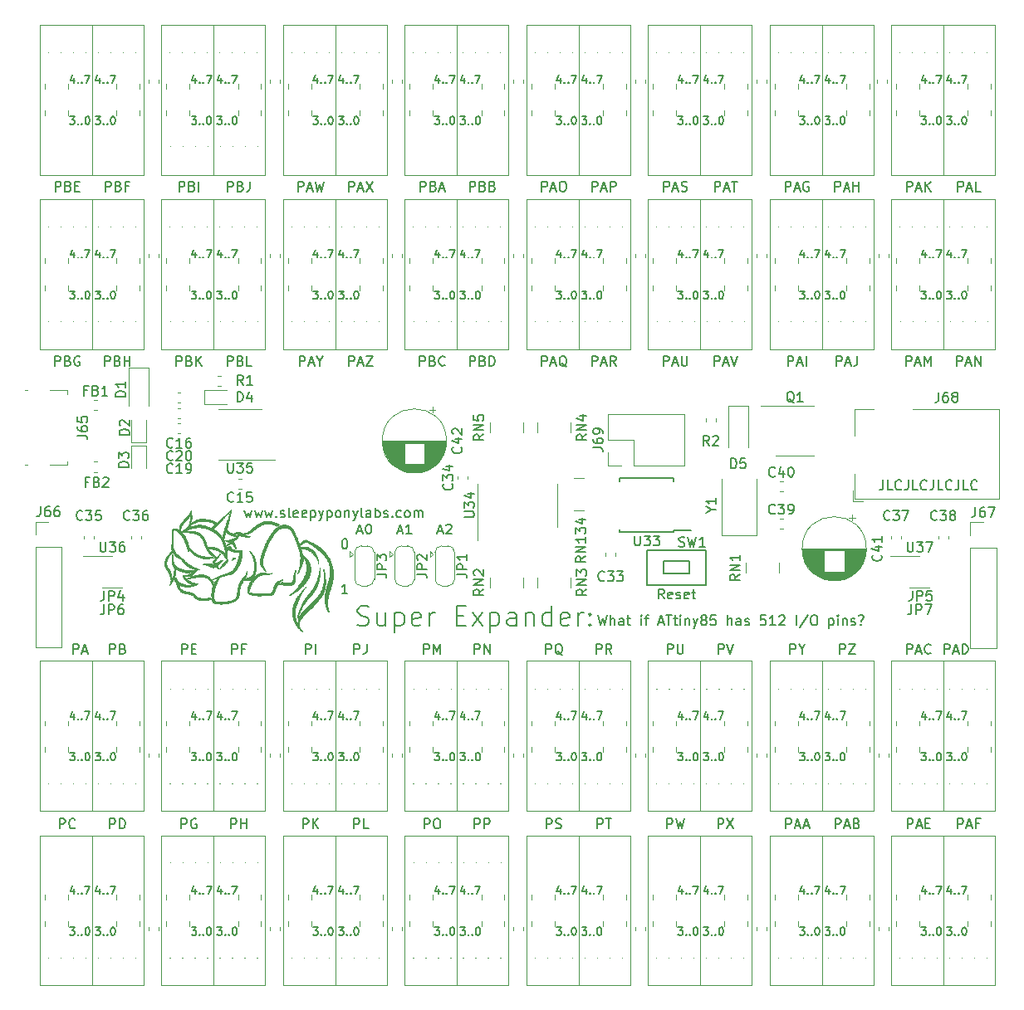
<source format=gbr>
%TF.GenerationSoftware,KiCad,Pcbnew,(5.1.9)-1*%
%TF.CreationDate,2021-03-15T01:59:56+07:00*%
%TF.ProjectId,super_expander,73757065-725f-4657-9870-616e6465722e,1*%
%TF.SameCoordinates,Original*%
%TF.FileFunction,Legend,Top*%
%TF.FilePolarity,Positive*%
%FSLAX46Y46*%
G04 Gerber Fmt 4.6, Leading zero omitted, Abs format (unit mm)*
G04 Created by KiCad (PCBNEW (5.1.9)-1) date 2021-03-15 01:59:56*
%MOMM*%
%LPD*%
G01*
G04 APERTURE LIST*
%ADD10C,0.120000*%
%ADD11C,0.150000*%
%ADD12C,0.200000*%
%ADD13C,0.010000*%
%ADD14C,0.100000*%
G04 APERTURE END LIST*
D10*
X64000000Y-124000000D02*
X64000000Y-108700000D01*
D11*
X67071428Y-118061904D02*
X67566666Y-118061904D01*
X67300000Y-118366666D01*
X67414285Y-118366666D01*
X67490476Y-118404761D01*
X67528571Y-118442857D01*
X67566666Y-118519047D01*
X67566666Y-118709523D01*
X67528571Y-118785714D01*
X67490476Y-118823809D01*
X67414285Y-118861904D01*
X67185714Y-118861904D01*
X67109523Y-118823809D01*
X67071428Y-118785714D01*
X67909523Y-118785714D02*
X67947619Y-118823809D01*
X67909523Y-118861904D01*
X67871428Y-118823809D01*
X67909523Y-118785714D01*
X67909523Y-118861904D01*
X68290476Y-118785714D02*
X68328571Y-118823809D01*
X68290476Y-118861904D01*
X68252380Y-118823809D01*
X68290476Y-118785714D01*
X68290476Y-118861904D01*
X68823809Y-118061904D02*
X68900000Y-118061904D01*
X68976190Y-118100000D01*
X69014285Y-118138095D01*
X69052380Y-118214285D01*
X69090476Y-118366666D01*
X69090476Y-118557142D01*
X69052380Y-118709523D01*
X69014285Y-118785714D01*
X68976190Y-118823809D01*
X68900000Y-118861904D01*
X68823809Y-118861904D01*
X68747619Y-118823809D01*
X68709523Y-118785714D01*
X68671428Y-118709523D01*
X68633333Y-118557142D01*
X68633333Y-118366666D01*
X68671428Y-118214285D01*
X68709523Y-118138095D01*
X68747619Y-118100000D01*
X68823809Y-118061904D01*
X69671428Y-118061904D02*
X70166666Y-118061904D01*
X69900000Y-118366666D01*
X70014285Y-118366666D01*
X70090476Y-118404761D01*
X70128571Y-118442857D01*
X70166666Y-118519047D01*
X70166666Y-118709523D01*
X70128571Y-118785714D01*
X70090476Y-118823809D01*
X70014285Y-118861904D01*
X69785714Y-118861904D01*
X69709523Y-118823809D01*
X69671428Y-118785714D01*
X70509523Y-118785714D02*
X70547619Y-118823809D01*
X70509523Y-118861904D01*
X70471428Y-118823809D01*
X70509523Y-118785714D01*
X70509523Y-118861904D01*
X70890476Y-118785714D02*
X70928571Y-118823809D01*
X70890476Y-118861904D01*
X70852380Y-118823809D01*
X70890476Y-118785714D01*
X70890476Y-118861904D01*
X71423809Y-118061904D02*
X71500000Y-118061904D01*
X71576190Y-118100000D01*
X71614285Y-118138095D01*
X71652380Y-118214285D01*
X71690476Y-118366666D01*
X71690476Y-118557142D01*
X71652380Y-118709523D01*
X71614285Y-118785714D01*
X71576190Y-118823809D01*
X71500000Y-118861904D01*
X71423809Y-118861904D01*
X71347619Y-118823809D01*
X71309523Y-118785714D01*
X71271428Y-118709523D01*
X71233333Y-118557142D01*
X71233333Y-118366666D01*
X71271428Y-118214285D01*
X71309523Y-118138095D01*
X71347619Y-118100000D01*
X71423809Y-118061904D01*
X70090476Y-114128571D02*
X70090476Y-114661904D01*
X69900000Y-113823809D02*
X69709523Y-114395238D01*
X70204761Y-114395238D01*
X70509523Y-114585714D02*
X70547619Y-114623809D01*
X70509523Y-114661904D01*
X70471428Y-114623809D01*
X70509523Y-114585714D01*
X70509523Y-114661904D01*
X70890476Y-114585714D02*
X70928571Y-114623809D01*
X70890476Y-114661904D01*
X70852380Y-114623809D01*
X70890476Y-114585714D01*
X70890476Y-114661904D01*
X71195238Y-113861904D02*
X71728571Y-113861904D01*
X71385714Y-114661904D01*
X67490476Y-114128571D02*
X67490476Y-114661904D01*
X67300000Y-113823809D02*
X67109523Y-114395238D01*
X67604761Y-114395238D01*
X67909523Y-114585714D02*
X67947619Y-114623809D01*
X67909523Y-114661904D01*
X67871428Y-114623809D01*
X67909523Y-114585714D01*
X67909523Y-114661904D01*
X68290476Y-114585714D02*
X68328571Y-114623809D01*
X68290476Y-114661904D01*
X68252380Y-114623809D01*
X68290476Y-114585714D01*
X68290476Y-114661904D01*
X68595238Y-113861904D02*
X69128571Y-113861904D01*
X68785714Y-114661904D01*
X66038095Y-107992380D02*
X66038095Y-106992380D01*
X66419047Y-106992380D01*
X66514285Y-107040000D01*
X66561904Y-107087619D01*
X66609523Y-107182857D01*
X66609523Y-107325714D01*
X66561904Y-107420952D01*
X66514285Y-107468571D01*
X66419047Y-107516190D01*
X66038095Y-107516190D01*
X67561904Y-107040000D02*
X67466666Y-106992380D01*
X67323809Y-106992380D01*
X67180952Y-107040000D01*
X67085714Y-107135238D01*
X67038095Y-107230476D01*
X66990476Y-107420952D01*
X66990476Y-107563809D01*
X67038095Y-107754285D01*
X67085714Y-107849523D01*
X67180952Y-107944761D01*
X67323809Y-107992380D01*
X67419047Y-107992380D01*
X67561904Y-107944761D01*
X67609523Y-107897142D01*
X67609523Y-107563809D01*
X67419047Y-107563809D01*
X71114285Y-107992380D02*
X71114285Y-106992380D01*
X71495238Y-106992380D01*
X71590476Y-107040000D01*
X71638095Y-107087619D01*
X71685714Y-107182857D01*
X71685714Y-107325714D01*
X71638095Y-107420952D01*
X71590476Y-107468571D01*
X71495238Y-107516190D01*
X71114285Y-107516190D01*
X72114285Y-107992380D02*
X72114285Y-106992380D01*
X72114285Y-107468571D02*
X72685714Y-107468571D01*
X72685714Y-107992380D02*
X72685714Y-106992380D01*
D10*
X74600000Y-124000000D02*
X64000000Y-124000000D01*
X64000000Y-108700000D02*
X74600000Y-108700000D01*
X74600000Y-108700000D02*
X74600000Y-124000000D01*
X69350000Y-108700000D02*
X69350000Y-124000000D01*
X76400000Y-124000000D02*
X76400000Y-108700000D01*
D11*
X79471428Y-118061904D02*
X79966666Y-118061904D01*
X79700000Y-118366666D01*
X79814285Y-118366666D01*
X79890476Y-118404761D01*
X79928571Y-118442857D01*
X79966666Y-118519047D01*
X79966666Y-118709523D01*
X79928571Y-118785714D01*
X79890476Y-118823809D01*
X79814285Y-118861904D01*
X79585714Y-118861904D01*
X79509523Y-118823809D01*
X79471428Y-118785714D01*
X80309523Y-118785714D02*
X80347619Y-118823809D01*
X80309523Y-118861904D01*
X80271428Y-118823809D01*
X80309523Y-118785714D01*
X80309523Y-118861904D01*
X80690476Y-118785714D02*
X80728571Y-118823809D01*
X80690476Y-118861904D01*
X80652380Y-118823809D01*
X80690476Y-118785714D01*
X80690476Y-118861904D01*
X81223809Y-118061904D02*
X81300000Y-118061904D01*
X81376190Y-118100000D01*
X81414285Y-118138095D01*
X81452380Y-118214285D01*
X81490476Y-118366666D01*
X81490476Y-118557142D01*
X81452380Y-118709523D01*
X81414285Y-118785714D01*
X81376190Y-118823809D01*
X81300000Y-118861904D01*
X81223809Y-118861904D01*
X81147619Y-118823809D01*
X81109523Y-118785714D01*
X81071428Y-118709523D01*
X81033333Y-118557142D01*
X81033333Y-118366666D01*
X81071428Y-118214285D01*
X81109523Y-118138095D01*
X81147619Y-118100000D01*
X81223809Y-118061904D01*
X82071428Y-118061904D02*
X82566666Y-118061904D01*
X82300000Y-118366666D01*
X82414285Y-118366666D01*
X82490476Y-118404761D01*
X82528571Y-118442857D01*
X82566666Y-118519047D01*
X82566666Y-118709523D01*
X82528571Y-118785714D01*
X82490476Y-118823809D01*
X82414285Y-118861904D01*
X82185714Y-118861904D01*
X82109523Y-118823809D01*
X82071428Y-118785714D01*
X82909523Y-118785714D02*
X82947619Y-118823809D01*
X82909523Y-118861904D01*
X82871428Y-118823809D01*
X82909523Y-118785714D01*
X82909523Y-118861904D01*
X83290476Y-118785714D02*
X83328571Y-118823809D01*
X83290476Y-118861904D01*
X83252380Y-118823809D01*
X83290476Y-118785714D01*
X83290476Y-118861904D01*
X83823809Y-118061904D02*
X83900000Y-118061904D01*
X83976190Y-118100000D01*
X84014285Y-118138095D01*
X84052380Y-118214285D01*
X84090476Y-118366666D01*
X84090476Y-118557142D01*
X84052380Y-118709523D01*
X84014285Y-118785714D01*
X83976190Y-118823809D01*
X83900000Y-118861904D01*
X83823809Y-118861904D01*
X83747619Y-118823809D01*
X83709523Y-118785714D01*
X83671428Y-118709523D01*
X83633333Y-118557142D01*
X83633333Y-118366666D01*
X83671428Y-118214285D01*
X83709523Y-118138095D01*
X83747619Y-118100000D01*
X83823809Y-118061904D01*
X82490476Y-114128571D02*
X82490476Y-114661904D01*
X82300000Y-113823809D02*
X82109523Y-114395238D01*
X82604761Y-114395238D01*
X82909523Y-114585714D02*
X82947619Y-114623809D01*
X82909523Y-114661904D01*
X82871428Y-114623809D01*
X82909523Y-114585714D01*
X82909523Y-114661904D01*
X83290476Y-114585714D02*
X83328571Y-114623809D01*
X83290476Y-114661904D01*
X83252380Y-114623809D01*
X83290476Y-114585714D01*
X83290476Y-114661904D01*
X83595238Y-113861904D02*
X84128571Y-113861904D01*
X83785714Y-114661904D01*
X79890476Y-114128571D02*
X79890476Y-114661904D01*
X79700000Y-113823809D02*
X79509523Y-114395238D01*
X80004761Y-114395238D01*
X80309523Y-114585714D02*
X80347619Y-114623809D01*
X80309523Y-114661904D01*
X80271428Y-114623809D01*
X80309523Y-114585714D01*
X80309523Y-114661904D01*
X80690476Y-114585714D02*
X80728571Y-114623809D01*
X80690476Y-114661904D01*
X80652380Y-114623809D01*
X80690476Y-114585714D01*
X80690476Y-114661904D01*
X80995238Y-113861904D02*
X81528571Y-113861904D01*
X81185714Y-114661904D01*
X78438095Y-107992380D02*
X78438095Y-106992380D01*
X78819047Y-106992380D01*
X78914285Y-107040000D01*
X78961904Y-107087619D01*
X79009523Y-107182857D01*
X79009523Y-107325714D01*
X78961904Y-107420952D01*
X78914285Y-107468571D01*
X78819047Y-107516190D01*
X78438095Y-107516190D01*
X79438095Y-107992380D02*
X79438095Y-106992380D01*
X80009523Y-107992380D02*
X79580952Y-107420952D01*
X80009523Y-106992380D02*
X79438095Y-107563809D01*
X83633333Y-107992380D02*
X83633333Y-106992380D01*
X84014285Y-106992380D01*
X84109523Y-107040000D01*
X84157142Y-107087619D01*
X84204761Y-107182857D01*
X84204761Y-107325714D01*
X84157142Y-107420952D01*
X84109523Y-107468571D01*
X84014285Y-107516190D01*
X83633333Y-107516190D01*
X85109523Y-107992380D02*
X84633333Y-107992380D01*
X84633333Y-106992380D01*
D10*
X87000000Y-124000000D02*
X76400000Y-124000000D01*
X76400000Y-108700000D02*
X87000000Y-108700000D01*
X87000000Y-108700000D02*
X87000000Y-124000000D01*
X81750000Y-108700000D02*
X81750000Y-124000000D01*
X88800000Y-124000000D02*
X88800000Y-108700000D01*
D11*
X91871428Y-118061904D02*
X92366666Y-118061904D01*
X92100000Y-118366666D01*
X92214285Y-118366666D01*
X92290476Y-118404761D01*
X92328571Y-118442857D01*
X92366666Y-118519047D01*
X92366666Y-118709523D01*
X92328571Y-118785714D01*
X92290476Y-118823809D01*
X92214285Y-118861904D01*
X91985714Y-118861904D01*
X91909523Y-118823809D01*
X91871428Y-118785714D01*
X92709523Y-118785714D02*
X92747619Y-118823809D01*
X92709523Y-118861904D01*
X92671428Y-118823809D01*
X92709523Y-118785714D01*
X92709523Y-118861904D01*
X93090476Y-118785714D02*
X93128571Y-118823809D01*
X93090476Y-118861904D01*
X93052380Y-118823809D01*
X93090476Y-118785714D01*
X93090476Y-118861904D01*
X93623809Y-118061904D02*
X93700000Y-118061904D01*
X93776190Y-118100000D01*
X93814285Y-118138095D01*
X93852380Y-118214285D01*
X93890476Y-118366666D01*
X93890476Y-118557142D01*
X93852380Y-118709523D01*
X93814285Y-118785714D01*
X93776190Y-118823809D01*
X93700000Y-118861904D01*
X93623809Y-118861904D01*
X93547619Y-118823809D01*
X93509523Y-118785714D01*
X93471428Y-118709523D01*
X93433333Y-118557142D01*
X93433333Y-118366666D01*
X93471428Y-118214285D01*
X93509523Y-118138095D01*
X93547619Y-118100000D01*
X93623809Y-118061904D01*
X94471428Y-118061904D02*
X94966666Y-118061904D01*
X94700000Y-118366666D01*
X94814285Y-118366666D01*
X94890476Y-118404761D01*
X94928571Y-118442857D01*
X94966666Y-118519047D01*
X94966666Y-118709523D01*
X94928571Y-118785714D01*
X94890476Y-118823809D01*
X94814285Y-118861904D01*
X94585714Y-118861904D01*
X94509523Y-118823809D01*
X94471428Y-118785714D01*
X95309523Y-118785714D02*
X95347619Y-118823809D01*
X95309523Y-118861904D01*
X95271428Y-118823809D01*
X95309523Y-118785714D01*
X95309523Y-118861904D01*
X95690476Y-118785714D02*
X95728571Y-118823809D01*
X95690476Y-118861904D01*
X95652380Y-118823809D01*
X95690476Y-118785714D01*
X95690476Y-118861904D01*
X96223809Y-118061904D02*
X96300000Y-118061904D01*
X96376190Y-118100000D01*
X96414285Y-118138095D01*
X96452380Y-118214285D01*
X96490476Y-118366666D01*
X96490476Y-118557142D01*
X96452380Y-118709523D01*
X96414285Y-118785714D01*
X96376190Y-118823809D01*
X96300000Y-118861904D01*
X96223809Y-118861904D01*
X96147619Y-118823809D01*
X96109523Y-118785714D01*
X96071428Y-118709523D01*
X96033333Y-118557142D01*
X96033333Y-118366666D01*
X96071428Y-118214285D01*
X96109523Y-118138095D01*
X96147619Y-118100000D01*
X96223809Y-118061904D01*
X94890476Y-114128571D02*
X94890476Y-114661904D01*
X94700000Y-113823809D02*
X94509523Y-114395238D01*
X95004761Y-114395238D01*
X95309523Y-114585714D02*
X95347619Y-114623809D01*
X95309523Y-114661904D01*
X95271428Y-114623809D01*
X95309523Y-114585714D01*
X95309523Y-114661904D01*
X95690476Y-114585714D02*
X95728571Y-114623809D01*
X95690476Y-114661904D01*
X95652380Y-114623809D01*
X95690476Y-114585714D01*
X95690476Y-114661904D01*
X95995238Y-113861904D02*
X96528571Y-113861904D01*
X96185714Y-114661904D01*
X92290476Y-114128571D02*
X92290476Y-114661904D01*
X92100000Y-113823809D02*
X91909523Y-114395238D01*
X92404761Y-114395238D01*
X92709523Y-114585714D02*
X92747619Y-114623809D01*
X92709523Y-114661904D01*
X92671428Y-114623809D01*
X92709523Y-114585714D01*
X92709523Y-114661904D01*
X93090476Y-114585714D02*
X93128571Y-114623809D01*
X93090476Y-114661904D01*
X93052380Y-114623809D01*
X93090476Y-114585714D01*
X93090476Y-114661904D01*
X93395238Y-113861904D02*
X93928571Y-113861904D01*
X93585714Y-114661904D01*
X90814285Y-107992380D02*
X90814285Y-106992380D01*
X91195238Y-106992380D01*
X91290476Y-107040000D01*
X91338095Y-107087619D01*
X91385714Y-107182857D01*
X91385714Y-107325714D01*
X91338095Y-107420952D01*
X91290476Y-107468571D01*
X91195238Y-107516190D01*
X90814285Y-107516190D01*
X92004761Y-106992380D02*
X92195238Y-106992380D01*
X92290476Y-107040000D01*
X92385714Y-107135238D01*
X92433333Y-107325714D01*
X92433333Y-107659047D01*
X92385714Y-107849523D01*
X92290476Y-107944761D01*
X92195238Y-107992380D01*
X92004761Y-107992380D01*
X91909523Y-107944761D01*
X91814285Y-107849523D01*
X91766666Y-107659047D01*
X91766666Y-107325714D01*
X91814285Y-107135238D01*
X91909523Y-107040000D01*
X92004761Y-106992380D01*
X95938095Y-107992380D02*
X95938095Y-106992380D01*
X96319047Y-106992380D01*
X96414285Y-107040000D01*
X96461904Y-107087619D01*
X96509523Y-107182857D01*
X96509523Y-107325714D01*
X96461904Y-107420952D01*
X96414285Y-107468571D01*
X96319047Y-107516190D01*
X95938095Y-107516190D01*
X96938095Y-107992380D02*
X96938095Y-106992380D01*
X97319047Y-106992380D01*
X97414285Y-107040000D01*
X97461904Y-107087619D01*
X97509523Y-107182857D01*
X97509523Y-107325714D01*
X97461904Y-107420952D01*
X97414285Y-107468571D01*
X97319047Y-107516190D01*
X96938095Y-107516190D01*
D10*
X99400000Y-124000000D02*
X88800000Y-124000000D01*
X88800000Y-108700000D02*
X99400000Y-108700000D01*
X99400000Y-108700000D02*
X99400000Y-124000000D01*
X94150000Y-108700000D02*
X94150000Y-124000000D01*
X101200000Y-124000000D02*
X101200000Y-108700000D01*
D11*
X104271428Y-118061904D02*
X104766666Y-118061904D01*
X104500000Y-118366666D01*
X104614285Y-118366666D01*
X104690476Y-118404761D01*
X104728571Y-118442857D01*
X104766666Y-118519047D01*
X104766666Y-118709523D01*
X104728571Y-118785714D01*
X104690476Y-118823809D01*
X104614285Y-118861904D01*
X104385714Y-118861904D01*
X104309523Y-118823809D01*
X104271428Y-118785714D01*
X105109523Y-118785714D02*
X105147619Y-118823809D01*
X105109523Y-118861904D01*
X105071428Y-118823809D01*
X105109523Y-118785714D01*
X105109523Y-118861904D01*
X105490476Y-118785714D02*
X105528571Y-118823809D01*
X105490476Y-118861904D01*
X105452380Y-118823809D01*
X105490476Y-118785714D01*
X105490476Y-118861904D01*
X106023809Y-118061904D02*
X106100000Y-118061904D01*
X106176190Y-118100000D01*
X106214285Y-118138095D01*
X106252380Y-118214285D01*
X106290476Y-118366666D01*
X106290476Y-118557142D01*
X106252380Y-118709523D01*
X106214285Y-118785714D01*
X106176190Y-118823809D01*
X106100000Y-118861904D01*
X106023809Y-118861904D01*
X105947619Y-118823809D01*
X105909523Y-118785714D01*
X105871428Y-118709523D01*
X105833333Y-118557142D01*
X105833333Y-118366666D01*
X105871428Y-118214285D01*
X105909523Y-118138095D01*
X105947619Y-118100000D01*
X106023809Y-118061904D01*
X106871428Y-118061904D02*
X107366666Y-118061904D01*
X107100000Y-118366666D01*
X107214285Y-118366666D01*
X107290476Y-118404761D01*
X107328571Y-118442857D01*
X107366666Y-118519047D01*
X107366666Y-118709523D01*
X107328571Y-118785714D01*
X107290476Y-118823809D01*
X107214285Y-118861904D01*
X106985714Y-118861904D01*
X106909523Y-118823809D01*
X106871428Y-118785714D01*
X107709523Y-118785714D02*
X107747619Y-118823809D01*
X107709523Y-118861904D01*
X107671428Y-118823809D01*
X107709523Y-118785714D01*
X107709523Y-118861904D01*
X108090476Y-118785714D02*
X108128571Y-118823809D01*
X108090476Y-118861904D01*
X108052380Y-118823809D01*
X108090476Y-118785714D01*
X108090476Y-118861904D01*
X108623809Y-118061904D02*
X108700000Y-118061904D01*
X108776190Y-118100000D01*
X108814285Y-118138095D01*
X108852380Y-118214285D01*
X108890476Y-118366666D01*
X108890476Y-118557142D01*
X108852380Y-118709523D01*
X108814285Y-118785714D01*
X108776190Y-118823809D01*
X108700000Y-118861904D01*
X108623809Y-118861904D01*
X108547619Y-118823809D01*
X108509523Y-118785714D01*
X108471428Y-118709523D01*
X108433333Y-118557142D01*
X108433333Y-118366666D01*
X108471428Y-118214285D01*
X108509523Y-118138095D01*
X108547619Y-118100000D01*
X108623809Y-118061904D01*
X107290476Y-114128571D02*
X107290476Y-114661904D01*
X107100000Y-113823809D02*
X106909523Y-114395238D01*
X107404761Y-114395238D01*
X107709523Y-114585714D02*
X107747619Y-114623809D01*
X107709523Y-114661904D01*
X107671428Y-114623809D01*
X107709523Y-114585714D01*
X107709523Y-114661904D01*
X108090476Y-114585714D02*
X108128571Y-114623809D01*
X108090476Y-114661904D01*
X108052380Y-114623809D01*
X108090476Y-114585714D01*
X108090476Y-114661904D01*
X108395238Y-113861904D02*
X108928571Y-113861904D01*
X108585714Y-114661904D01*
X104690476Y-114128571D02*
X104690476Y-114661904D01*
X104500000Y-113823809D02*
X104309523Y-114395238D01*
X104804761Y-114395238D01*
X105109523Y-114585714D02*
X105147619Y-114623809D01*
X105109523Y-114661904D01*
X105071428Y-114623809D01*
X105109523Y-114585714D01*
X105109523Y-114661904D01*
X105490476Y-114585714D02*
X105528571Y-114623809D01*
X105490476Y-114661904D01*
X105452380Y-114623809D01*
X105490476Y-114585714D01*
X105490476Y-114661904D01*
X105795238Y-113861904D02*
X106328571Y-113861904D01*
X105985714Y-114661904D01*
X103261904Y-107992380D02*
X103261904Y-106992380D01*
X103642857Y-106992380D01*
X103738095Y-107040000D01*
X103785714Y-107087619D01*
X103833333Y-107182857D01*
X103833333Y-107325714D01*
X103785714Y-107420952D01*
X103738095Y-107468571D01*
X103642857Y-107516190D01*
X103261904Y-107516190D01*
X104214285Y-107944761D02*
X104357142Y-107992380D01*
X104595238Y-107992380D01*
X104690476Y-107944761D01*
X104738095Y-107897142D01*
X104785714Y-107801904D01*
X104785714Y-107706666D01*
X104738095Y-107611428D01*
X104690476Y-107563809D01*
X104595238Y-107516190D01*
X104404761Y-107468571D01*
X104309523Y-107420952D01*
X104261904Y-107373333D01*
X104214285Y-107278095D01*
X104214285Y-107182857D01*
X104261904Y-107087619D01*
X104309523Y-107040000D01*
X104404761Y-106992380D01*
X104642857Y-106992380D01*
X104785714Y-107040000D01*
X108457142Y-107992380D02*
X108457142Y-106992380D01*
X108838095Y-106992380D01*
X108933333Y-107040000D01*
X108980952Y-107087619D01*
X109028571Y-107182857D01*
X109028571Y-107325714D01*
X108980952Y-107420952D01*
X108933333Y-107468571D01*
X108838095Y-107516190D01*
X108457142Y-107516190D01*
X109314285Y-106992380D02*
X109885714Y-106992380D01*
X109600000Y-107992380D02*
X109600000Y-106992380D01*
D10*
X111800000Y-124000000D02*
X101200000Y-124000000D01*
X101200000Y-108700000D02*
X111800000Y-108700000D01*
X111800000Y-108700000D02*
X111800000Y-124000000D01*
X106550000Y-108700000D02*
X106550000Y-124000000D01*
X113600000Y-124000000D02*
X113600000Y-108700000D01*
D11*
X116671428Y-118061904D02*
X117166666Y-118061904D01*
X116900000Y-118366666D01*
X117014285Y-118366666D01*
X117090476Y-118404761D01*
X117128571Y-118442857D01*
X117166666Y-118519047D01*
X117166666Y-118709523D01*
X117128571Y-118785714D01*
X117090476Y-118823809D01*
X117014285Y-118861904D01*
X116785714Y-118861904D01*
X116709523Y-118823809D01*
X116671428Y-118785714D01*
X117509523Y-118785714D02*
X117547619Y-118823809D01*
X117509523Y-118861904D01*
X117471428Y-118823809D01*
X117509523Y-118785714D01*
X117509523Y-118861904D01*
X117890476Y-118785714D02*
X117928571Y-118823809D01*
X117890476Y-118861904D01*
X117852380Y-118823809D01*
X117890476Y-118785714D01*
X117890476Y-118861904D01*
X118423809Y-118061904D02*
X118500000Y-118061904D01*
X118576190Y-118100000D01*
X118614285Y-118138095D01*
X118652380Y-118214285D01*
X118690476Y-118366666D01*
X118690476Y-118557142D01*
X118652380Y-118709523D01*
X118614285Y-118785714D01*
X118576190Y-118823809D01*
X118500000Y-118861904D01*
X118423809Y-118861904D01*
X118347619Y-118823809D01*
X118309523Y-118785714D01*
X118271428Y-118709523D01*
X118233333Y-118557142D01*
X118233333Y-118366666D01*
X118271428Y-118214285D01*
X118309523Y-118138095D01*
X118347619Y-118100000D01*
X118423809Y-118061904D01*
X119271428Y-118061904D02*
X119766666Y-118061904D01*
X119500000Y-118366666D01*
X119614285Y-118366666D01*
X119690476Y-118404761D01*
X119728571Y-118442857D01*
X119766666Y-118519047D01*
X119766666Y-118709523D01*
X119728571Y-118785714D01*
X119690476Y-118823809D01*
X119614285Y-118861904D01*
X119385714Y-118861904D01*
X119309523Y-118823809D01*
X119271428Y-118785714D01*
X120109523Y-118785714D02*
X120147619Y-118823809D01*
X120109523Y-118861904D01*
X120071428Y-118823809D01*
X120109523Y-118785714D01*
X120109523Y-118861904D01*
X120490476Y-118785714D02*
X120528571Y-118823809D01*
X120490476Y-118861904D01*
X120452380Y-118823809D01*
X120490476Y-118785714D01*
X120490476Y-118861904D01*
X121023809Y-118061904D02*
X121100000Y-118061904D01*
X121176190Y-118100000D01*
X121214285Y-118138095D01*
X121252380Y-118214285D01*
X121290476Y-118366666D01*
X121290476Y-118557142D01*
X121252380Y-118709523D01*
X121214285Y-118785714D01*
X121176190Y-118823809D01*
X121100000Y-118861904D01*
X121023809Y-118861904D01*
X120947619Y-118823809D01*
X120909523Y-118785714D01*
X120871428Y-118709523D01*
X120833333Y-118557142D01*
X120833333Y-118366666D01*
X120871428Y-118214285D01*
X120909523Y-118138095D01*
X120947619Y-118100000D01*
X121023809Y-118061904D01*
X119690476Y-114128571D02*
X119690476Y-114661904D01*
X119500000Y-113823809D02*
X119309523Y-114395238D01*
X119804761Y-114395238D01*
X120109523Y-114585714D02*
X120147619Y-114623809D01*
X120109523Y-114661904D01*
X120071428Y-114623809D01*
X120109523Y-114585714D01*
X120109523Y-114661904D01*
X120490476Y-114585714D02*
X120528571Y-114623809D01*
X120490476Y-114661904D01*
X120452380Y-114623809D01*
X120490476Y-114585714D01*
X120490476Y-114661904D01*
X120795238Y-113861904D02*
X121328571Y-113861904D01*
X120985714Y-114661904D01*
X117090476Y-114128571D02*
X117090476Y-114661904D01*
X116900000Y-113823809D02*
X116709523Y-114395238D01*
X117204761Y-114395238D01*
X117509523Y-114585714D02*
X117547619Y-114623809D01*
X117509523Y-114661904D01*
X117471428Y-114623809D01*
X117509523Y-114585714D01*
X117509523Y-114661904D01*
X117890476Y-114585714D02*
X117928571Y-114623809D01*
X117890476Y-114661904D01*
X117852380Y-114623809D01*
X117890476Y-114585714D01*
X117890476Y-114661904D01*
X118195238Y-113861904D02*
X118728571Y-113861904D01*
X118385714Y-114661904D01*
X115566666Y-107992380D02*
X115566666Y-106992380D01*
X115947619Y-106992380D01*
X116042857Y-107040000D01*
X116090476Y-107087619D01*
X116138095Y-107182857D01*
X116138095Y-107325714D01*
X116090476Y-107420952D01*
X116042857Y-107468571D01*
X115947619Y-107516190D01*
X115566666Y-107516190D01*
X116471428Y-106992380D02*
X116709523Y-107992380D01*
X116900000Y-107278095D01*
X117090476Y-107992380D01*
X117328571Y-106992380D01*
X120761904Y-107992380D02*
X120761904Y-106992380D01*
X121142857Y-106992380D01*
X121238095Y-107040000D01*
X121285714Y-107087619D01*
X121333333Y-107182857D01*
X121333333Y-107325714D01*
X121285714Y-107420952D01*
X121238095Y-107468571D01*
X121142857Y-107516190D01*
X120761904Y-107516190D01*
X121666666Y-106992380D02*
X122333333Y-107992380D01*
X122333333Y-106992380D02*
X121666666Y-107992380D01*
D10*
X124200000Y-124000000D02*
X113600000Y-124000000D01*
X113600000Y-108700000D02*
X124200000Y-108700000D01*
X124200000Y-108700000D02*
X124200000Y-124000000D01*
X118950000Y-108700000D02*
X118950000Y-124000000D01*
X126000000Y-124000000D02*
X126000000Y-108700000D01*
D11*
X129071428Y-118061904D02*
X129566666Y-118061904D01*
X129300000Y-118366666D01*
X129414285Y-118366666D01*
X129490476Y-118404761D01*
X129528571Y-118442857D01*
X129566666Y-118519047D01*
X129566666Y-118709523D01*
X129528571Y-118785714D01*
X129490476Y-118823809D01*
X129414285Y-118861904D01*
X129185714Y-118861904D01*
X129109523Y-118823809D01*
X129071428Y-118785714D01*
X129909523Y-118785714D02*
X129947619Y-118823809D01*
X129909523Y-118861904D01*
X129871428Y-118823809D01*
X129909523Y-118785714D01*
X129909523Y-118861904D01*
X130290476Y-118785714D02*
X130328571Y-118823809D01*
X130290476Y-118861904D01*
X130252380Y-118823809D01*
X130290476Y-118785714D01*
X130290476Y-118861904D01*
X130823809Y-118061904D02*
X130900000Y-118061904D01*
X130976190Y-118100000D01*
X131014285Y-118138095D01*
X131052380Y-118214285D01*
X131090476Y-118366666D01*
X131090476Y-118557142D01*
X131052380Y-118709523D01*
X131014285Y-118785714D01*
X130976190Y-118823809D01*
X130900000Y-118861904D01*
X130823809Y-118861904D01*
X130747619Y-118823809D01*
X130709523Y-118785714D01*
X130671428Y-118709523D01*
X130633333Y-118557142D01*
X130633333Y-118366666D01*
X130671428Y-118214285D01*
X130709523Y-118138095D01*
X130747619Y-118100000D01*
X130823809Y-118061904D01*
X131671428Y-118061904D02*
X132166666Y-118061904D01*
X131900000Y-118366666D01*
X132014285Y-118366666D01*
X132090476Y-118404761D01*
X132128571Y-118442857D01*
X132166666Y-118519047D01*
X132166666Y-118709523D01*
X132128571Y-118785714D01*
X132090476Y-118823809D01*
X132014285Y-118861904D01*
X131785714Y-118861904D01*
X131709523Y-118823809D01*
X131671428Y-118785714D01*
X132509523Y-118785714D02*
X132547619Y-118823809D01*
X132509523Y-118861904D01*
X132471428Y-118823809D01*
X132509523Y-118785714D01*
X132509523Y-118861904D01*
X132890476Y-118785714D02*
X132928571Y-118823809D01*
X132890476Y-118861904D01*
X132852380Y-118823809D01*
X132890476Y-118785714D01*
X132890476Y-118861904D01*
X133423809Y-118061904D02*
X133500000Y-118061904D01*
X133576190Y-118100000D01*
X133614285Y-118138095D01*
X133652380Y-118214285D01*
X133690476Y-118366666D01*
X133690476Y-118557142D01*
X133652380Y-118709523D01*
X133614285Y-118785714D01*
X133576190Y-118823809D01*
X133500000Y-118861904D01*
X133423809Y-118861904D01*
X133347619Y-118823809D01*
X133309523Y-118785714D01*
X133271428Y-118709523D01*
X133233333Y-118557142D01*
X133233333Y-118366666D01*
X133271428Y-118214285D01*
X133309523Y-118138095D01*
X133347619Y-118100000D01*
X133423809Y-118061904D01*
X132090476Y-114128571D02*
X132090476Y-114661904D01*
X131900000Y-113823809D02*
X131709523Y-114395238D01*
X132204761Y-114395238D01*
X132509523Y-114585714D02*
X132547619Y-114623809D01*
X132509523Y-114661904D01*
X132471428Y-114623809D01*
X132509523Y-114585714D01*
X132509523Y-114661904D01*
X132890476Y-114585714D02*
X132928571Y-114623809D01*
X132890476Y-114661904D01*
X132852380Y-114623809D01*
X132890476Y-114585714D01*
X132890476Y-114661904D01*
X133195238Y-113861904D02*
X133728571Y-113861904D01*
X133385714Y-114661904D01*
X129490476Y-114128571D02*
X129490476Y-114661904D01*
X129300000Y-113823809D02*
X129109523Y-114395238D01*
X129604761Y-114395238D01*
X129909523Y-114585714D02*
X129947619Y-114623809D01*
X129909523Y-114661904D01*
X129871428Y-114623809D01*
X129909523Y-114585714D01*
X129909523Y-114661904D01*
X130290476Y-114585714D02*
X130328571Y-114623809D01*
X130290476Y-114661904D01*
X130252380Y-114623809D01*
X130290476Y-114585714D01*
X130290476Y-114661904D01*
X130595238Y-113861904D02*
X131128571Y-113861904D01*
X130785714Y-114661904D01*
X127680952Y-107992380D02*
X127680952Y-106992380D01*
X128061904Y-106992380D01*
X128157142Y-107040000D01*
X128204761Y-107087619D01*
X128252380Y-107182857D01*
X128252380Y-107325714D01*
X128204761Y-107420952D01*
X128157142Y-107468571D01*
X128061904Y-107516190D01*
X127680952Y-107516190D01*
X128633333Y-107706666D02*
X129109523Y-107706666D01*
X128538095Y-107992380D02*
X128871428Y-106992380D01*
X129204761Y-107992380D01*
X129490476Y-107706666D02*
X129966666Y-107706666D01*
X129395238Y-107992380D02*
X129728571Y-106992380D01*
X130061904Y-107992380D01*
X132709523Y-107992380D02*
X132709523Y-106992380D01*
X133090476Y-106992380D01*
X133185714Y-107040000D01*
X133233333Y-107087619D01*
X133280952Y-107182857D01*
X133280952Y-107325714D01*
X133233333Y-107420952D01*
X133185714Y-107468571D01*
X133090476Y-107516190D01*
X132709523Y-107516190D01*
X133661904Y-107706666D02*
X134138095Y-107706666D01*
X133566666Y-107992380D02*
X133900000Y-106992380D01*
X134233333Y-107992380D01*
X134900000Y-107468571D02*
X135042857Y-107516190D01*
X135090476Y-107563809D01*
X135138095Y-107659047D01*
X135138095Y-107801904D01*
X135090476Y-107897142D01*
X135042857Y-107944761D01*
X134947619Y-107992380D01*
X134566666Y-107992380D01*
X134566666Y-106992380D01*
X134900000Y-106992380D01*
X134995238Y-107040000D01*
X135042857Y-107087619D01*
X135090476Y-107182857D01*
X135090476Y-107278095D01*
X135042857Y-107373333D01*
X134995238Y-107420952D01*
X134900000Y-107468571D01*
X134566666Y-107468571D01*
D10*
X136600000Y-124000000D02*
X126000000Y-124000000D01*
X126000000Y-108700000D02*
X136600000Y-108700000D01*
X136600000Y-108700000D02*
X136600000Y-124000000D01*
X131350000Y-108700000D02*
X131350000Y-124000000D01*
X138400000Y-124000000D02*
X138400000Y-108700000D01*
D11*
X141471428Y-118061904D02*
X141966666Y-118061904D01*
X141700000Y-118366666D01*
X141814285Y-118366666D01*
X141890476Y-118404761D01*
X141928571Y-118442857D01*
X141966666Y-118519047D01*
X141966666Y-118709523D01*
X141928571Y-118785714D01*
X141890476Y-118823809D01*
X141814285Y-118861904D01*
X141585714Y-118861904D01*
X141509523Y-118823809D01*
X141471428Y-118785714D01*
X142309523Y-118785714D02*
X142347619Y-118823809D01*
X142309523Y-118861904D01*
X142271428Y-118823809D01*
X142309523Y-118785714D01*
X142309523Y-118861904D01*
X142690476Y-118785714D02*
X142728571Y-118823809D01*
X142690476Y-118861904D01*
X142652380Y-118823809D01*
X142690476Y-118785714D01*
X142690476Y-118861904D01*
X143223809Y-118061904D02*
X143300000Y-118061904D01*
X143376190Y-118100000D01*
X143414285Y-118138095D01*
X143452380Y-118214285D01*
X143490476Y-118366666D01*
X143490476Y-118557142D01*
X143452380Y-118709523D01*
X143414285Y-118785714D01*
X143376190Y-118823809D01*
X143300000Y-118861904D01*
X143223809Y-118861904D01*
X143147619Y-118823809D01*
X143109523Y-118785714D01*
X143071428Y-118709523D01*
X143033333Y-118557142D01*
X143033333Y-118366666D01*
X143071428Y-118214285D01*
X143109523Y-118138095D01*
X143147619Y-118100000D01*
X143223809Y-118061904D01*
X144071428Y-118061904D02*
X144566666Y-118061904D01*
X144300000Y-118366666D01*
X144414285Y-118366666D01*
X144490476Y-118404761D01*
X144528571Y-118442857D01*
X144566666Y-118519047D01*
X144566666Y-118709523D01*
X144528571Y-118785714D01*
X144490476Y-118823809D01*
X144414285Y-118861904D01*
X144185714Y-118861904D01*
X144109523Y-118823809D01*
X144071428Y-118785714D01*
X144909523Y-118785714D02*
X144947619Y-118823809D01*
X144909523Y-118861904D01*
X144871428Y-118823809D01*
X144909523Y-118785714D01*
X144909523Y-118861904D01*
X145290476Y-118785714D02*
X145328571Y-118823809D01*
X145290476Y-118861904D01*
X145252380Y-118823809D01*
X145290476Y-118785714D01*
X145290476Y-118861904D01*
X145823809Y-118061904D02*
X145900000Y-118061904D01*
X145976190Y-118100000D01*
X146014285Y-118138095D01*
X146052380Y-118214285D01*
X146090476Y-118366666D01*
X146090476Y-118557142D01*
X146052380Y-118709523D01*
X146014285Y-118785714D01*
X145976190Y-118823809D01*
X145900000Y-118861904D01*
X145823809Y-118861904D01*
X145747619Y-118823809D01*
X145709523Y-118785714D01*
X145671428Y-118709523D01*
X145633333Y-118557142D01*
X145633333Y-118366666D01*
X145671428Y-118214285D01*
X145709523Y-118138095D01*
X145747619Y-118100000D01*
X145823809Y-118061904D01*
X144490476Y-114128571D02*
X144490476Y-114661904D01*
X144300000Y-113823809D02*
X144109523Y-114395238D01*
X144604761Y-114395238D01*
X144909523Y-114585714D02*
X144947619Y-114623809D01*
X144909523Y-114661904D01*
X144871428Y-114623809D01*
X144909523Y-114585714D01*
X144909523Y-114661904D01*
X145290476Y-114585714D02*
X145328571Y-114623809D01*
X145290476Y-114661904D01*
X145252380Y-114623809D01*
X145290476Y-114585714D01*
X145290476Y-114661904D01*
X145595238Y-113861904D02*
X146128571Y-113861904D01*
X145785714Y-114661904D01*
X141890476Y-114128571D02*
X141890476Y-114661904D01*
X141700000Y-113823809D02*
X141509523Y-114395238D01*
X142004761Y-114395238D01*
X142309523Y-114585714D02*
X142347619Y-114623809D01*
X142309523Y-114661904D01*
X142271428Y-114623809D01*
X142309523Y-114585714D01*
X142309523Y-114661904D01*
X142690476Y-114585714D02*
X142728571Y-114623809D01*
X142690476Y-114661904D01*
X142652380Y-114623809D01*
X142690476Y-114585714D01*
X142690476Y-114661904D01*
X142995238Y-113861904D02*
X143528571Y-113861904D01*
X143185714Y-114661904D01*
X140057142Y-107992380D02*
X140057142Y-106992380D01*
X140438095Y-106992380D01*
X140533333Y-107040000D01*
X140580952Y-107087619D01*
X140628571Y-107182857D01*
X140628571Y-107325714D01*
X140580952Y-107420952D01*
X140533333Y-107468571D01*
X140438095Y-107516190D01*
X140057142Y-107516190D01*
X141009523Y-107706666D02*
X141485714Y-107706666D01*
X140914285Y-107992380D02*
X141247619Y-106992380D01*
X141580952Y-107992380D01*
X141914285Y-107468571D02*
X142247619Y-107468571D01*
X142390476Y-107992380D02*
X141914285Y-107992380D01*
X141914285Y-106992380D01*
X142390476Y-106992380D01*
X145180952Y-107992380D02*
X145180952Y-106992380D01*
X145561904Y-106992380D01*
X145657142Y-107040000D01*
X145704761Y-107087619D01*
X145752380Y-107182857D01*
X145752380Y-107325714D01*
X145704761Y-107420952D01*
X145657142Y-107468571D01*
X145561904Y-107516190D01*
X145180952Y-107516190D01*
X146133333Y-107706666D02*
X146609523Y-107706666D01*
X146038095Y-107992380D02*
X146371428Y-106992380D01*
X146704761Y-107992380D01*
X147371428Y-107468571D02*
X147038095Y-107468571D01*
X147038095Y-107992380D02*
X147038095Y-106992380D01*
X147514285Y-106992380D01*
D10*
X149000000Y-124000000D02*
X138400000Y-124000000D01*
X138400000Y-108700000D02*
X149000000Y-108700000D01*
X149000000Y-108700000D02*
X149000000Y-124000000D01*
X143750000Y-108700000D02*
X143750000Y-124000000D01*
X138400000Y-106200000D02*
X138400000Y-90900000D01*
D11*
X141471428Y-100261904D02*
X141966666Y-100261904D01*
X141700000Y-100566666D01*
X141814285Y-100566666D01*
X141890476Y-100604761D01*
X141928571Y-100642857D01*
X141966666Y-100719047D01*
X141966666Y-100909523D01*
X141928571Y-100985714D01*
X141890476Y-101023809D01*
X141814285Y-101061904D01*
X141585714Y-101061904D01*
X141509523Y-101023809D01*
X141471428Y-100985714D01*
X142309523Y-100985714D02*
X142347619Y-101023809D01*
X142309523Y-101061904D01*
X142271428Y-101023809D01*
X142309523Y-100985714D01*
X142309523Y-101061904D01*
X142690476Y-100985714D02*
X142728571Y-101023809D01*
X142690476Y-101061904D01*
X142652380Y-101023809D01*
X142690476Y-100985714D01*
X142690476Y-101061904D01*
X143223809Y-100261904D02*
X143300000Y-100261904D01*
X143376190Y-100300000D01*
X143414285Y-100338095D01*
X143452380Y-100414285D01*
X143490476Y-100566666D01*
X143490476Y-100757142D01*
X143452380Y-100909523D01*
X143414285Y-100985714D01*
X143376190Y-101023809D01*
X143300000Y-101061904D01*
X143223809Y-101061904D01*
X143147619Y-101023809D01*
X143109523Y-100985714D01*
X143071428Y-100909523D01*
X143033333Y-100757142D01*
X143033333Y-100566666D01*
X143071428Y-100414285D01*
X143109523Y-100338095D01*
X143147619Y-100300000D01*
X143223809Y-100261904D01*
X144071428Y-100261904D02*
X144566666Y-100261904D01*
X144300000Y-100566666D01*
X144414285Y-100566666D01*
X144490476Y-100604761D01*
X144528571Y-100642857D01*
X144566666Y-100719047D01*
X144566666Y-100909523D01*
X144528571Y-100985714D01*
X144490476Y-101023809D01*
X144414285Y-101061904D01*
X144185714Y-101061904D01*
X144109523Y-101023809D01*
X144071428Y-100985714D01*
X144909523Y-100985714D02*
X144947619Y-101023809D01*
X144909523Y-101061904D01*
X144871428Y-101023809D01*
X144909523Y-100985714D01*
X144909523Y-101061904D01*
X145290476Y-100985714D02*
X145328571Y-101023809D01*
X145290476Y-101061904D01*
X145252380Y-101023809D01*
X145290476Y-100985714D01*
X145290476Y-101061904D01*
X145823809Y-100261904D02*
X145900000Y-100261904D01*
X145976190Y-100300000D01*
X146014285Y-100338095D01*
X146052380Y-100414285D01*
X146090476Y-100566666D01*
X146090476Y-100757142D01*
X146052380Y-100909523D01*
X146014285Y-100985714D01*
X145976190Y-101023809D01*
X145900000Y-101061904D01*
X145823809Y-101061904D01*
X145747619Y-101023809D01*
X145709523Y-100985714D01*
X145671428Y-100909523D01*
X145633333Y-100757142D01*
X145633333Y-100566666D01*
X145671428Y-100414285D01*
X145709523Y-100338095D01*
X145747619Y-100300000D01*
X145823809Y-100261904D01*
X144490476Y-96328571D02*
X144490476Y-96861904D01*
X144300000Y-96023809D02*
X144109523Y-96595238D01*
X144604761Y-96595238D01*
X144909523Y-96785714D02*
X144947619Y-96823809D01*
X144909523Y-96861904D01*
X144871428Y-96823809D01*
X144909523Y-96785714D01*
X144909523Y-96861904D01*
X145290476Y-96785714D02*
X145328571Y-96823809D01*
X145290476Y-96861904D01*
X145252380Y-96823809D01*
X145290476Y-96785714D01*
X145290476Y-96861904D01*
X145595238Y-96061904D02*
X146128571Y-96061904D01*
X145785714Y-96861904D01*
X141890476Y-96328571D02*
X141890476Y-96861904D01*
X141700000Y-96023809D02*
X141509523Y-96595238D01*
X142004761Y-96595238D01*
X142309523Y-96785714D02*
X142347619Y-96823809D01*
X142309523Y-96861904D01*
X142271428Y-96823809D01*
X142309523Y-96785714D01*
X142309523Y-96861904D01*
X142690476Y-96785714D02*
X142728571Y-96823809D01*
X142690476Y-96861904D01*
X142652380Y-96823809D01*
X142690476Y-96785714D01*
X142690476Y-96861904D01*
X142995238Y-96061904D02*
X143528571Y-96061904D01*
X143185714Y-96861904D01*
X140009523Y-90192380D02*
X140009523Y-89192380D01*
X140390476Y-89192380D01*
X140485714Y-89240000D01*
X140533333Y-89287619D01*
X140580952Y-89382857D01*
X140580952Y-89525714D01*
X140533333Y-89620952D01*
X140485714Y-89668571D01*
X140390476Y-89716190D01*
X140009523Y-89716190D01*
X140961904Y-89906666D02*
X141438095Y-89906666D01*
X140866666Y-90192380D02*
X141200000Y-89192380D01*
X141533333Y-90192380D01*
X142438095Y-90097142D02*
X142390476Y-90144761D01*
X142247619Y-90192380D01*
X142152380Y-90192380D01*
X142009523Y-90144761D01*
X141914285Y-90049523D01*
X141866666Y-89954285D01*
X141819047Y-89763809D01*
X141819047Y-89620952D01*
X141866666Y-89430476D01*
X141914285Y-89335238D01*
X142009523Y-89240000D01*
X142152380Y-89192380D01*
X142247619Y-89192380D01*
X142390476Y-89240000D01*
X142438095Y-89287619D01*
X143809523Y-90192380D02*
X143809523Y-89192380D01*
X144190476Y-89192380D01*
X144285714Y-89240000D01*
X144333333Y-89287619D01*
X144380952Y-89382857D01*
X144380952Y-89525714D01*
X144333333Y-89620952D01*
X144285714Y-89668571D01*
X144190476Y-89716190D01*
X143809523Y-89716190D01*
X144761904Y-89906666D02*
X145238095Y-89906666D01*
X144666666Y-90192380D02*
X145000000Y-89192380D01*
X145333333Y-90192380D01*
X145666666Y-90192380D02*
X145666666Y-89192380D01*
X145904761Y-89192380D01*
X146047619Y-89240000D01*
X146142857Y-89335238D01*
X146190476Y-89430476D01*
X146238095Y-89620952D01*
X146238095Y-89763809D01*
X146190476Y-89954285D01*
X146142857Y-90049523D01*
X146047619Y-90144761D01*
X145904761Y-90192380D01*
X145666666Y-90192380D01*
D10*
X149000000Y-106200000D02*
X138400000Y-106200000D01*
X138400000Y-90900000D02*
X149000000Y-90900000D01*
X149000000Y-90900000D02*
X149000000Y-106200000D01*
X143750000Y-90900000D02*
X143750000Y-106200000D01*
X126000000Y-106200000D02*
X126000000Y-90900000D01*
D11*
X129071428Y-100261904D02*
X129566666Y-100261904D01*
X129300000Y-100566666D01*
X129414285Y-100566666D01*
X129490476Y-100604761D01*
X129528571Y-100642857D01*
X129566666Y-100719047D01*
X129566666Y-100909523D01*
X129528571Y-100985714D01*
X129490476Y-101023809D01*
X129414285Y-101061904D01*
X129185714Y-101061904D01*
X129109523Y-101023809D01*
X129071428Y-100985714D01*
X129909523Y-100985714D02*
X129947619Y-101023809D01*
X129909523Y-101061904D01*
X129871428Y-101023809D01*
X129909523Y-100985714D01*
X129909523Y-101061904D01*
X130290476Y-100985714D02*
X130328571Y-101023809D01*
X130290476Y-101061904D01*
X130252380Y-101023809D01*
X130290476Y-100985714D01*
X130290476Y-101061904D01*
X130823809Y-100261904D02*
X130900000Y-100261904D01*
X130976190Y-100300000D01*
X131014285Y-100338095D01*
X131052380Y-100414285D01*
X131090476Y-100566666D01*
X131090476Y-100757142D01*
X131052380Y-100909523D01*
X131014285Y-100985714D01*
X130976190Y-101023809D01*
X130900000Y-101061904D01*
X130823809Y-101061904D01*
X130747619Y-101023809D01*
X130709523Y-100985714D01*
X130671428Y-100909523D01*
X130633333Y-100757142D01*
X130633333Y-100566666D01*
X130671428Y-100414285D01*
X130709523Y-100338095D01*
X130747619Y-100300000D01*
X130823809Y-100261904D01*
X131671428Y-100261904D02*
X132166666Y-100261904D01*
X131900000Y-100566666D01*
X132014285Y-100566666D01*
X132090476Y-100604761D01*
X132128571Y-100642857D01*
X132166666Y-100719047D01*
X132166666Y-100909523D01*
X132128571Y-100985714D01*
X132090476Y-101023809D01*
X132014285Y-101061904D01*
X131785714Y-101061904D01*
X131709523Y-101023809D01*
X131671428Y-100985714D01*
X132509523Y-100985714D02*
X132547619Y-101023809D01*
X132509523Y-101061904D01*
X132471428Y-101023809D01*
X132509523Y-100985714D01*
X132509523Y-101061904D01*
X132890476Y-100985714D02*
X132928571Y-101023809D01*
X132890476Y-101061904D01*
X132852380Y-101023809D01*
X132890476Y-100985714D01*
X132890476Y-101061904D01*
X133423809Y-100261904D02*
X133500000Y-100261904D01*
X133576190Y-100300000D01*
X133614285Y-100338095D01*
X133652380Y-100414285D01*
X133690476Y-100566666D01*
X133690476Y-100757142D01*
X133652380Y-100909523D01*
X133614285Y-100985714D01*
X133576190Y-101023809D01*
X133500000Y-101061904D01*
X133423809Y-101061904D01*
X133347619Y-101023809D01*
X133309523Y-100985714D01*
X133271428Y-100909523D01*
X133233333Y-100757142D01*
X133233333Y-100566666D01*
X133271428Y-100414285D01*
X133309523Y-100338095D01*
X133347619Y-100300000D01*
X133423809Y-100261904D01*
X132090476Y-96328571D02*
X132090476Y-96861904D01*
X131900000Y-96023809D02*
X131709523Y-96595238D01*
X132204761Y-96595238D01*
X132509523Y-96785714D02*
X132547619Y-96823809D01*
X132509523Y-96861904D01*
X132471428Y-96823809D01*
X132509523Y-96785714D01*
X132509523Y-96861904D01*
X132890476Y-96785714D02*
X132928571Y-96823809D01*
X132890476Y-96861904D01*
X132852380Y-96823809D01*
X132890476Y-96785714D01*
X132890476Y-96861904D01*
X133195238Y-96061904D02*
X133728571Y-96061904D01*
X133385714Y-96861904D01*
X129490476Y-96328571D02*
X129490476Y-96861904D01*
X129300000Y-96023809D02*
X129109523Y-96595238D01*
X129604761Y-96595238D01*
X129909523Y-96785714D02*
X129947619Y-96823809D01*
X129909523Y-96861904D01*
X129871428Y-96823809D01*
X129909523Y-96785714D01*
X129909523Y-96861904D01*
X130290476Y-96785714D02*
X130328571Y-96823809D01*
X130290476Y-96861904D01*
X130252380Y-96823809D01*
X130290476Y-96785714D01*
X130290476Y-96861904D01*
X130595238Y-96061904D02*
X131128571Y-96061904D01*
X130785714Y-96861904D01*
X128109523Y-90192380D02*
X128109523Y-89192380D01*
X128490476Y-89192380D01*
X128585714Y-89240000D01*
X128633333Y-89287619D01*
X128680952Y-89382857D01*
X128680952Y-89525714D01*
X128633333Y-89620952D01*
X128585714Y-89668571D01*
X128490476Y-89716190D01*
X128109523Y-89716190D01*
X129300000Y-89716190D02*
X129300000Y-90192380D01*
X128966666Y-89192380D02*
X129300000Y-89716190D01*
X129633333Y-89192380D01*
X133161904Y-90192380D02*
X133161904Y-89192380D01*
X133542857Y-89192380D01*
X133638095Y-89240000D01*
X133685714Y-89287619D01*
X133733333Y-89382857D01*
X133733333Y-89525714D01*
X133685714Y-89620952D01*
X133638095Y-89668571D01*
X133542857Y-89716190D01*
X133161904Y-89716190D01*
X134066666Y-89192380D02*
X134733333Y-89192380D01*
X134066666Y-90192380D01*
X134733333Y-90192380D01*
D10*
X136600000Y-106200000D02*
X126000000Y-106200000D01*
X126000000Y-90900000D02*
X136600000Y-90900000D01*
X136600000Y-90900000D02*
X136600000Y-106200000D01*
X131350000Y-90900000D02*
X131350000Y-106200000D01*
X113600000Y-106200000D02*
X113600000Y-90900000D01*
D11*
X116671428Y-100261904D02*
X117166666Y-100261904D01*
X116900000Y-100566666D01*
X117014285Y-100566666D01*
X117090476Y-100604761D01*
X117128571Y-100642857D01*
X117166666Y-100719047D01*
X117166666Y-100909523D01*
X117128571Y-100985714D01*
X117090476Y-101023809D01*
X117014285Y-101061904D01*
X116785714Y-101061904D01*
X116709523Y-101023809D01*
X116671428Y-100985714D01*
X117509523Y-100985714D02*
X117547619Y-101023809D01*
X117509523Y-101061904D01*
X117471428Y-101023809D01*
X117509523Y-100985714D01*
X117509523Y-101061904D01*
X117890476Y-100985714D02*
X117928571Y-101023809D01*
X117890476Y-101061904D01*
X117852380Y-101023809D01*
X117890476Y-100985714D01*
X117890476Y-101061904D01*
X118423809Y-100261904D02*
X118500000Y-100261904D01*
X118576190Y-100300000D01*
X118614285Y-100338095D01*
X118652380Y-100414285D01*
X118690476Y-100566666D01*
X118690476Y-100757142D01*
X118652380Y-100909523D01*
X118614285Y-100985714D01*
X118576190Y-101023809D01*
X118500000Y-101061904D01*
X118423809Y-101061904D01*
X118347619Y-101023809D01*
X118309523Y-100985714D01*
X118271428Y-100909523D01*
X118233333Y-100757142D01*
X118233333Y-100566666D01*
X118271428Y-100414285D01*
X118309523Y-100338095D01*
X118347619Y-100300000D01*
X118423809Y-100261904D01*
X119271428Y-100261904D02*
X119766666Y-100261904D01*
X119500000Y-100566666D01*
X119614285Y-100566666D01*
X119690476Y-100604761D01*
X119728571Y-100642857D01*
X119766666Y-100719047D01*
X119766666Y-100909523D01*
X119728571Y-100985714D01*
X119690476Y-101023809D01*
X119614285Y-101061904D01*
X119385714Y-101061904D01*
X119309523Y-101023809D01*
X119271428Y-100985714D01*
X120109523Y-100985714D02*
X120147619Y-101023809D01*
X120109523Y-101061904D01*
X120071428Y-101023809D01*
X120109523Y-100985714D01*
X120109523Y-101061904D01*
X120490476Y-100985714D02*
X120528571Y-101023809D01*
X120490476Y-101061904D01*
X120452380Y-101023809D01*
X120490476Y-100985714D01*
X120490476Y-101061904D01*
X121023809Y-100261904D02*
X121100000Y-100261904D01*
X121176190Y-100300000D01*
X121214285Y-100338095D01*
X121252380Y-100414285D01*
X121290476Y-100566666D01*
X121290476Y-100757142D01*
X121252380Y-100909523D01*
X121214285Y-100985714D01*
X121176190Y-101023809D01*
X121100000Y-101061904D01*
X121023809Y-101061904D01*
X120947619Y-101023809D01*
X120909523Y-100985714D01*
X120871428Y-100909523D01*
X120833333Y-100757142D01*
X120833333Y-100566666D01*
X120871428Y-100414285D01*
X120909523Y-100338095D01*
X120947619Y-100300000D01*
X121023809Y-100261904D01*
X119690476Y-96328571D02*
X119690476Y-96861904D01*
X119500000Y-96023809D02*
X119309523Y-96595238D01*
X119804761Y-96595238D01*
X120109523Y-96785714D02*
X120147619Y-96823809D01*
X120109523Y-96861904D01*
X120071428Y-96823809D01*
X120109523Y-96785714D01*
X120109523Y-96861904D01*
X120490476Y-96785714D02*
X120528571Y-96823809D01*
X120490476Y-96861904D01*
X120452380Y-96823809D01*
X120490476Y-96785714D01*
X120490476Y-96861904D01*
X120795238Y-96061904D02*
X121328571Y-96061904D01*
X120985714Y-96861904D01*
X117090476Y-96328571D02*
X117090476Y-96861904D01*
X116900000Y-96023809D02*
X116709523Y-96595238D01*
X117204761Y-96595238D01*
X117509523Y-96785714D02*
X117547619Y-96823809D01*
X117509523Y-96861904D01*
X117471428Y-96823809D01*
X117509523Y-96785714D01*
X117509523Y-96861904D01*
X117890476Y-96785714D02*
X117928571Y-96823809D01*
X117890476Y-96861904D01*
X117852380Y-96823809D01*
X117890476Y-96785714D01*
X117890476Y-96861904D01*
X118195238Y-96061904D02*
X118728571Y-96061904D01*
X118385714Y-96861904D01*
X115614285Y-90192380D02*
X115614285Y-89192380D01*
X115995238Y-89192380D01*
X116090476Y-89240000D01*
X116138095Y-89287619D01*
X116185714Y-89382857D01*
X116185714Y-89525714D01*
X116138095Y-89620952D01*
X116090476Y-89668571D01*
X115995238Y-89716190D01*
X115614285Y-89716190D01*
X116614285Y-89192380D02*
X116614285Y-90001904D01*
X116661904Y-90097142D01*
X116709523Y-90144761D01*
X116804761Y-90192380D01*
X116995238Y-90192380D01*
X117090476Y-90144761D01*
X117138095Y-90097142D01*
X117185714Y-90001904D01*
X117185714Y-89192380D01*
X120809523Y-90192380D02*
X120809523Y-89192380D01*
X121190476Y-89192380D01*
X121285714Y-89240000D01*
X121333333Y-89287619D01*
X121380952Y-89382857D01*
X121380952Y-89525714D01*
X121333333Y-89620952D01*
X121285714Y-89668571D01*
X121190476Y-89716190D01*
X120809523Y-89716190D01*
X121666666Y-89192380D02*
X122000000Y-90192380D01*
X122333333Y-89192380D01*
D10*
X124200000Y-106200000D02*
X113600000Y-106200000D01*
X113600000Y-90900000D02*
X124200000Y-90900000D01*
X124200000Y-90900000D02*
X124200000Y-106200000D01*
X118950000Y-90900000D02*
X118950000Y-106200000D01*
X101200000Y-106200000D02*
X101200000Y-90900000D01*
D11*
X104271428Y-100261904D02*
X104766666Y-100261904D01*
X104500000Y-100566666D01*
X104614285Y-100566666D01*
X104690476Y-100604761D01*
X104728571Y-100642857D01*
X104766666Y-100719047D01*
X104766666Y-100909523D01*
X104728571Y-100985714D01*
X104690476Y-101023809D01*
X104614285Y-101061904D01*
X104385714Y-101061904D01*
X104309523Y-101023809D01*
X104271428Y-100985714D01*
X105109523Y-100985714D02*
X105147619Y-101023809D01*
X105109523Y-101061904D01*
X105071428Y-101023809D01*
X105109523Y-100985714D01*
X105109523Y-101061904D01*
X105490476Y-100985714D02*
X105528571Y-101023809D01*
X105490476Y-101061904D01*
X105452380Y-101023809D01*
X105490476Y-100985714D01*
X105490476Y-101061904D01*
X106023809Y-100261904D02*
X106100000Y-100261904D01*
X106176190Y-100300000D01*
X106214285Y-100338095D01*
X106252380Y-100414285D01*
X106290476Y-100566666D01*
X106290476Y-100757142D01*
X106252380Y-100909523D01*
X106214285Y-100985714D01*
X106176190Y-101023809D01*
X106100000Y-101061904D01*
X106023809Y-101061904D01*
X105947619Y-101023809D01*
X105909523Y-100985714D01*
X105871428Y-100909523D01*
X105833333Y-100757142D01*
X105833333Y-100566666D01*
X105871428Y-100414285D01*
X105909523Y-100338095D01*
X105947619Y-100300000D01*
X106023809Y-100261904D01*
X106871428Y-100261904D02*
X107366666Y-100261904D01*
X107100000Y-100566666D01*
X107214285Y-100566666D01*
X107290476Y-100604761D01*
X107328571Y-100642857D01*
X107366666Y-100719047D01*
X107366666Y-100909523D01*
X107328571Y-100985714D01*
X107290476Y-101023809D01*
X107214285Y-101061904D01*
X106985714Y-101061904D01*
X106909523Y-101023809D01*
X106871428Y-100985714D01*
X107709523Y-100985714D02*
X107747619Y-101023809D01*
X107709523Y-101061904D01*
X107671428Y-101023809D01*
X107709523Y-100985714D01*
X107709523Y-101061904D01*
X108090476Y-100985714D02*
X108128571Y-101023809D01*
X108090476Y-101061904D01*
X108052380Y-101023809D01*
X108090476Y-100985714D01*
X108090476Y-101061904D01*
X108623809Y-100261904D02*
X108700000Y-100261904D01*
X108776190Y-100300000D01*
X108814285Y-100338095D01*
X108852380Y-100414285D01*
X108890476Y-100566666D01*
X108890476Y-100757142D01*
X108852380Y-100909523D01*
X108814285Y-100985714D01*
X108776190Y-101023809D01*
X108700000Y-101061904D01*
X108623809Y-101061904D01*
X108547619Y-101023809D01*
X108509523Y-100985714D01*
X108471428Y-100909523D01*
X108433333Y-100757142D01*
X108433333Y-100566666D01*
X108471428Y-100414285D01*
X108509523Y-100338095D01*
X108547619Y-100300000D01*
X108623809Y-100261904D01*
X107290476Y-96328571D02*
X107290476Y-96861904D01*
X107100000Y-96023809D02*
X106909523Y-96595238D01*
X107404761Y-96595238D01*
X107709523Y-96785714D02*
X107747619Y-96823809D01*
X107709523Y-96861904D01*
X107671428Y-96823809D01*
X107709523Y-96785714D01*
X107709523Y-96861904D01*
X108090476Y-96785714D02*
X108128571Y-96823809D01*
X108090476Y-96861904D01*
X108052380Y-96823809D01*
X108090476Y-96785714D01*
X108090476Y-96861904D01*
X108395238Y-96061904D02*
X108928571Y-96061904D01*
X108585714Y-96861904D01*
X104690476Y-96328571D02*
X104690476Y-96861904D01*
X104500000Y-96023809D02*
X104309523Y-96595238D01*
X104804761Y-96595238D01*
X105109523Y-96785714D02*
X105147619Y-96823809D01*
X105109523Y-96861904D01*
X105071428Y-96823809D01*
X105109523Y-96785714D01*
X105109523Y-96861904D01*
X105490476Y-96785714D02*
X105528571Y-96823809D01*
X105490476Y-96861904D01*
X105452380Y-96823809D01*
X105490476Y-96785714D01*
X105490476Y-96861904D01*
X105795238Y-96061904D02*
X106328571Y-96061904D01*
X105985714Y-96861904D01*
X103214285Y-90192380D02*
X103214285Y-89192380D01*
X103595238Y-89192380D01*
X103690476Y-89240000D01*
X103738095Y-89287619D01*
X103785714Y-89382857D01*
X103785714Y-89525714D01*
X103738095Y-89620952D01*
X103690476Y-89668571D01*
X103595238Y-89716190D01*
X103214285Y-89716190D01*
X104880952Y-90287619D02*
X104785714Y-90240000D01*
X104690476Y-90144761D01*
X104547619Y-90001904D01*
X104452380Y-89954285D01*
X104357142Y-89954285D01*
X104404761Y-90192380D02*
X104309523Y-90144761D01*
X104214285Y-90049523D01*
X104166666Y-89859047D01*
X104166666Y-89525714D01*
X104214285Y-89335238D01*
X104309523Y-89240000D01*
X104404761Y-89192380D01*
X104595238Y-89192380D01*
X104690476Y-89240000D01*
X104785714Y-89335238D01*
X104833333Y-89525714D01*
X104833333Y-89859047D01*
X104785714Y-90049523D01*
X104690476Y-90144761D01*
X104595238Y-90192380D01*
X104404761Y-90192380D01*
X108338095Y-90192380D02*
X108338095Y-89192380D01*
X108719047Y-89192380D01*
X108814285Y-89240000D01*
X108861904Y-89287619D01*
X108909523Y-89382857D01*
X108909523Y-89525714D01*
X108861904Y-89620952D01*
X108814285Y-89668571D01*
X108719047Y-89716190D01*
X108338095Y-89716190D01*
X109909523Y-90192380D02*
X109576190Y-89716190D01*
X109338095Y-90192380D02*
X109338095Y-89192380D01*
X109719047Y-89192380D01*
X109814285Y-89240000D01*
X109861904Y-89287619D01*
X109909523Y-89382857D01*
X109909523Y-89525714D01*
X109861904Y-89620952D01*
X109814285Y-89668571D01*
X109719047Y-89716190D01*
X109338095Y-89716190D01*
D10*
X111800000Y-106200000D02*
X101200000Y-106200000D01*
X101200000Y-90900000D02*
X111800000Y-90900000D01*
X111800000Y-90900000D02*
X111800000Y-106200000D01*
X106550000Y-90900000D02*
X106550000Y-106200000D01*
X88800000Y-106200000D02*
X88800000Y-90900000D01*
D11*
X91871428Y-100261904D02*
X92366666Y-100261904D01*
X92100000Y-100566666D01*
X92214285Y-100566666D01*
X92290476Y-100604761D01*
X92328571Y-100642857D01*
X92366666Y-100719047D01*
X92366666Y-100909523D01*
X92328571Y-100985714D01*
X92290476Y-101023809D01*
X92214285Y-101061904D01*
X91985714Y-101061904D01*
X91909523Y-101023809D01*
X91871428Y-100985714D01*
X92709523Y-100985714D02*
X92747619Y-101023809D01*
X92709523Y-101061904D01*
X92671428Y-101023809D01*
X92709523Y-100985714D01*
X92709523Y-101061904D01*
X93090476Y-100985714D02*
X93128571Y-101023809D01*
X93090476Y-101061904D01*
X93052380Y-101023809D01*
X93090476Y-100985714D01*
X93090476Y-101061904D01*
X93623809Y-100261904D02*
X93700000Y-100261904D01*
X93776190Y-100300000D01*
X93814285Y-100338095D01*
X93852380Y-100414285D01*
X93890476Y-100566666D01*
X93890476Y-100757142D01*
X93852380Y-100909523D01*
X93814285Y-100985714D01*
X93776190Y-101023809D01*
X93700000Y-101061904D01*
X93623809Y-101061904D01*
X93547619Y-101023809D01*
X93509523Y-100985714D01*
X93471428Y-100909523D01*
X93433333Y-100757142D01*
X93433333Y-100566666D01*
X93471428Y-100414285D01*
X93509523Y-100338095D01*
X93547619Y-100300000D01*
X93623809Y-100261904D01*
X94471428Y-100261904D02*
X94966666Y-100261904D01*
X94700000Y-100566666D01*
X94814285Y-100566666D01*
X94890476Y-100604761D01*
X94928571Y-100642857D01*
X94966666Y-100719047D01*
X94966666Y-100909523D01*
X94928571Y-100985714D01*
X94890476Y-101023809D01*
X94814285Y-101061904D01*
X94585714Y-101061904D01*
X94509523Y-101023809D01*
X94471428Y-100985714D01*
X95309523Y-100985714D02*
X95347619Y-101023809D01*
X95309523Y-101061904D01*
X95271428Y-101023809D01*
X95309523Y-100985714D01*
X95309523Y-101061904D01*
X95690476Y-100985714D02*
X95728571Y-101023809D01*
X95690476Y-101061904D01*
X95652380Y-101023809D01*
X95690476Y-100985714D01*
X95690476Y-101061904D01*
X96223809Y-100261904D02*
X96300000Y-100261904D01*
X96376190Y-100300000D01*
X96414285Y-100338095D01*
X96452380Y-100414285D01*
X96490476Y-100566666D01*
X96490476Y-100757142D01*
X96452380Y-100909523D01*
X96414285Y-100985714D01*
X96376190Y-101023809D01*
X96300000Y-101061904D01*
X96223809Y-101061904D01*
X96147619Y-101023809D01*
X96109523Y-100985714D01*
X96071428Y-100909523D01*
X96033333Y-100757142D01*
X96033333Y-100566666D01*
X96071428Y-100414285D01*
X96109523Y-100338095D01*
X96147619Y-100300000D01*
X96223809Y-100261904D01*
X94890476Y-96328571D02*
X94890476Y-96861904D01*
X94700000Y-96023809D02*
X94509523Y-96595238D01*
X95004761Y-96595238D01*
X95309523Y-96785714D02*
X95347619Y-96823809D01*
X95309523Y-96861904D01*
X95271428Y-96823809D01*
X95309523Y-96785714D01*
X95309523Y-96861904D01*
X95690476Y-96785714D02*
X95728571Y-96823809D01*
X95690476Y-96861904D01*
X95652380Y-96823809D01*
X95690476Y-96785714D01*
X95690476Y-96861904D01*
X95995238Y-96061904D02*
X96528571Y-96061904D01*
X96185714Y-96861904D01*
X92290476Y-96328571D02*
X92290476Y-96861904D01*
X92100000Y-96023809D02*
X91909523Y-96595238D01*
X92404761Y-96595238D01*
X92709523Y-96785714D02*
X92747619Y-96823809D01*
X92709523Y-96861904D01*
X92671428Y-96823809D01*
X92709523Y-96785714D01*
X92709523Y-96861904D01*
X93090476Y-96785714D02*
X93128571Y-96823809D01*
X93090476Y-96861904D01*
X93052380Y-96823809D01*
X93090476Y-96785714D01*
X93090476Y-96861904D01*
X93395238Y-96061904D02*
X93928571Y-96061904D01*
X93585714Y-96861904D01*
X90766666Y-90192380D02*
X90766666Y-89192380D01*
X91147619Y-89192380D01*
X91242857Y-89240000D01*
X91290476Y-89287619D01*
X91338095Y-89382857D01*
X91338095Y-89525714D01*
X91290476Y-89620952D01*
X91242857Y-89668571D01*
X91147619Y-89716190D01*
X90766666Y-89716190D01*
X91766666Y-90192380D02*
X91766666Y-89192380D01*
X92100000Y-89906666D01*
X92433333Y-89192380D01*
X92433333Y-90192380D01*
X95914285Y-90192380D02*
X95914285Y-89192380D01*
X96295238Y-89192380D01*
X96390476Y-89240000D01*
X96438095Y-89287619D01*
X96485714Y-89382857D01*
X96485714Y-89525714D01*
X96438095Y-89620952D01*
X96390476Y-89668571D01*
X96295238Y-89716190D01*
X95914285Y-89716190D01*
X96914285Y-90192380D02*
X96914285Y-89192380D01*
X97485714Y-90192380D01*
X97485714Y-89192380D01*
D10*
X99400000Y-106200000D02*
X88800000Y-106200000D01*
X88800000Y-90900000D02*
X99400000Y-90900000D01*
X99400000Y-90900000D02*
X99400000Y-106200000D01*
X94150000Y-90900000D02*
X94150000Y-106200000D01*
X76400000Y-106200000D02*
X76400000Y-90900000D01*
D11*
X79471428Y-100261904D02*
X79966666Y-100261904D01*
X79700000Y-100566666D01*
X79814285Y-100566666D01*
X79890476Y-100604761D01*
X79928571Y-100642857D01*
X79966666Y-100719047D01*
X79966666Y-100909523D01*
X79928571Y-100985714D01*
X79890476Y-101023809D01*
X79814285Y-101061904D01*
X79585714Y-101061904D01*
X79509523Y-101023809D01*
X79471428Y-100985714D01*
X80309523Y-100985714D02*
X80347619Y-101023809D01*
X80309523Y-101061904D01*
X80271428Y-101023809D01*
X80309523Y-100985714D01*
X80309523Y-101061904D01*
X80690476Y-100985714D02*
X80728571Y-101023809D01*
X80690476Y-101061904D01*
X80652380Y-101023809D01*
X80690476Y-100985714D01*
X80690476Y-101061904D01*
X81223809Y-100261904D02*
X81300000Y-100261904D01*
X81376190Y-100300000D01*
X81414285Y-100338095D01*
X81452380Y-100414285D01*
X81490476Y-100566666D01*
X81490476Y-100757142D01*
X81452380Y-100909523D01*
X81414285Y-100985714D01*
X81376190Y-101023809D01*
X81300000Y-101061904D01*
X81223809Y-101061904D01*
X81147619Y-101023809D01*
X81109523Y-100985714D01*
X81071428Y-100909523D01*
X81033333Y-100757142D01*
X81033333Y-100566666D01*
X81071428Y-100414285D01*
X81109523Y-100338095D01*
X81147619Y-100300000D01*
X81223809Y-100261904D01*
X82071428Y-100261904D02*
X82566666Y-100261904D01*
X82300000Y-100566666D01*
X82414285Y-100566666D01*
X82490476Y-100604761D01*
X82528571Y-100642857D01*
X82566666Y-100719047D01*
X82566666Y-100909523D01*
X82528571Y-100985714D01*
X82490476Y-101023809D01*
X82414285Y-101061904D01*
X82185714Y-101061904D01*
X82109523Y-101023809D01*
X82071428Y-100985714D01*
X82909523Y-100985714D02*
X82947619Y-101023809D01*
X82909523Y-101061904D01*
X82871428Y-101023809D01*
X82909523Y-100985714D01*
X82909523Y-101061904D01*
X83290476Y-100985714D02*
X83328571Y-101023809D01*
X83290476Y-101061904D01*
X83252380Y-101023809D01*
X83290476Y-100985714D01*
X83290476Y-101061904D01*
X83823809Y-100261904D02*
X83900000Y-100261904D01*
X83976190Y-100300000D01*
X84014285Y-100338095D01*
X84052380Y-100414285D01*
X84090476Y-100566666D01*
X84090476Y-100757142D01*
X84052380Y-100909523D01*
X84014285Y-100985714D01*
X83976190Y-101023809D01*
X83900000Y-101061904D01*
X83823809Y-101061904D01*
X83747619Y-101023809D01*
X83709523Y-100985714D01*
X83671428Y-100909523D01*
X83633333Y-100757142D01*
X83633333Y-100566666D01*
X83671428Y-100414285D01*
X83709523Y-100338095D01*
X83747619Y-100300000D01*
X83823809Y-100261904D01*
X82490476Y-96328571D02*
X82490476Y-96861904D01*
X82300000Y-96023809D02*
X82109523Y-96595238D01*
X82604761Y-96595238D01*
X82909523Y-96785714D02*
X82947619Y-96823809D01*
X82909523Y-96861904D01*
X82871428Y-96823809D01*
X82909523Y-96785714D01*
X82909523Y-96861904D01*
X83290476Y-96785714D02*
X83328571Y-96823809D01*
X83290476Y-96861904D01*
X83252380Y-96823809D01*
X83290476Y-96785714D01*
X83290476Y-96861904D01*
X83595238Y-96061904D02*
X84128571Y-96061904D01*
X83785714Y-96861904D01*
X79890476Y-96328571D02*
X79890476Y-96861904D01*
X79700000Y-96023809D02*
X79509523Y-96595238D01*
X80004761Y-96595238D01*
X80309523Y-96785714D02*
X80347619Y-96823809D01*
X80309523Y-96861904D01*
X80271428Y-96823809D01*
X80309523Y-96785714D01*
X80309523Y-96861904D01*
X80690476Y-96785714D02*
X80728571Y-96823809D01*
X80690476Y-96861904D01*
X80652380Y-96823809D01*
X80690476Y-96785714D01*
X80690476Y-96861904D01*
X80995238Y-96061904D02*
X81528571Y-96061904D01*
X81185714Y-96861904D01*
X78700000Y-90192380D02*
X78700000Y-89192380D01*
X79080952Y-89192380D01*
X79176190Y-89240000D01*
X79223809Y-89287619D01*
X79271428Y-89382857D01*
X79271428Y-89525714D01*
X79223809Y-89620952D01*
X79176190Y-89668571D01*
X79080952Y-89716190D01*
X78700000Y-89716190D01*
X79700000Y-90192380D02*
X79700000Y-89192380D01*
X83657142Y-90192380D02*
X83657142Y-89192380D01*
X84038095Y-89192380D01*
X84133333Y-89240000D01*
X84180952Y-89287619D01*
X84228571Y-89382857D01*
X84228571Y-89525714D01*
X84180952Y-89620952D01*
X84133333Y-89668571D01*
X84038095Y-89716190D01*
X83657142Y-89716190D01*
X84942857Y-89192380D02*
X84942857Y-89906666D01*
X84895238Y-90049523D01*
X84800000Y-90144761D01*
X84657142Y-90192380D01*
X84561904Y-90192380D01*
D10*
X87000000Y-106200000D02*
X76400000Y-106200000D01*
X76400000Y-90900000D02*
X87000000Y-90900000D01*
X87000000Y-90900000D02*
X87000000Y-106200000D01*
X81750000Y-90900000D02*
X81750000Y-106200000D01*
X64000000Y-106200000D02*
X64000000Y-90900000D01*
D11*
X67071428Y-100261904D02*
X67566666Y-100261904D01*
X67300000Y-100566666D01*
X67414285Y-100566666D01*
X67490476Y-100604761D01*
X67528571Y-100642857D01*
X67566666Y-100719047D01*
X67566666Y-100909523D01*
X67528571Y-100985714D01*
X67490476Y-101023809D01*
X67414285Y-101061904D01*
X67185714Y-101061904D01*
X67109523Y-101023809D01*
X67071428Y-100985714D01*
X67909523Y-100985714D02*
X67947619Y-101023809D01*
X67909523Y-101061904D01*
X67871428Y-101023809D01*
X67909523Y-100985714D01*
X67909523Y-101061904D01*
X68290476Y-100985714D02*
X68328571Y-101023809D01*
X68290476Y-101061904D01*
X68252380Y-101023809D01*
X68290476Y-100985714D01*
X68290476Y-101061904D01*
X68823809Y-100261904D02*
X68900000Y-100261904D01*
X68976190Y-100300000D01*
X69014285Y-100338095D01*
X69052380Y-100414285D01*
X69090476Y-100566666D01*
X69090476Y-100757142D01*
X69052380Y-100909523D01*
X69014285Y-100985714D01*
X68976190Y-101023809D01*
X68900000Y-101061904D01*
X68823809Y-101061904D01*
X68747619Y-101023809D01*
X68709523Y-100985714D01*
X68671428Y-100909523D01*
X68633333Y-100757142D01*
X68633333Y-100566666D01*
X68671428Y-100414285D01*
X68709523Y-100338095D01*
X68747619Y-100300000D01*
X68823809Y-100261904D01*
X69671428Y-100261904D02*
X70166666Y-100261904D01*
X69900000Y-100566666D01*
X70014285Y-100566666D01*
X70090476Y-100604761D01*
X70128571Y-100642857D01*
X70166666Y-100719047D01*
X70166666Y-100909523D01*
X70128571Y-100985714D01*
X70090476Y-101023809D01*
X70014285Y-101061904D01*
X69785714Y-101061904D01*
X69709523Y-101023809D01*
X69671428Y-100985714D01*
X70509523Y-100985714D02*
X70547619Y-101023809D01*
X70509523Y-101061904D01*
X70471428Y-101023809D01*
X70509523Y-100985714D01*
X70509523Y-101061904D01*
X70890476Y-100985714D02*
X70928571Y-101023809D01*
X70890476Y-101061904D01*
X70852380Y-101023809D01*
X70890476Y-100985714D01*
X70890476Y-101061904D01*
X71423809Y-100261904D02*
X71500000Y-100261904D01*
X71576190Y-100300000D01*
X71614285Y-100338095D01*
X71652380Y-100414285D01*
X71690476Y-100566666D01*
X71690476Y-100757142D01*
X71652380Y-100909523D01*
X71614285Y-100985714D01*
X71576190Y-101023809D01*
X71500000Y-101061904D01*
X71423809Y-101061904D01*
X71347619Y-101023809D01*
X71309523Y-100985714D01*
X71271428Y-100909523D01*
X71233333Y-100757142D01*
X71233333Y-100566666D01*
X71271428Y-100414285D01*
X71309523Y-100338095D01*
X71347619Y-100300000D01*
X71423809Y-100261904D01*
X70090476Y-96328571D02*
X70090476Y-96861904D01*
X69900000Y-96023809D02*
X69709523Y-96595238D01*
X70204761Y-96595238D01*
X70509523Y-96785714D02*
X70547619Y-96823809D01*
X70509523Y-96861904D01*
X70471428Y-96823809D01*
X70509523Y-96785714D01*
X70509523Y-96861904D01*
X70890476Y-96785714D02*
X70928571Y-96823809D01*
X70890476Y-96861904D01*
X70852380Y-96823809D01*
X70890476Y-96785714D01*
X70890476Y-96861904D01*
X71195238Y-96061904D02*
X71728571Y-96061904D01*
X71385714Y-96861904D01*
X67490476Y-96328571D02*
X67490476Y-96861904D01*
X67300000Y-96023809D02*
X67109523Y-96595238D01*
X67604761Y-96595238D01*
X67909523Y-96785714D02*
X67947619Y-96823809D01*
X67909523Y-96861904D01*
X67871428Y-96823809D01*
X67909523Y-96785714D01*
X67909523Y-96861904D01*
X68290476Y-96785714D02*
X68328571Y-96823809D01*
X68290476Y-96861904D01*
X68252380Y-96823809D01*
X68290476Y-96785714D01*
X68290476Y-96861904D01*
X68595238Y-96061904D02*
X69128571Y-96061904D01*
X68785714Y-96861904D01*
X66085714Y-90192380D02*
X66085714Y-89192380D01*
X66466666Y-89192380D01*
X66561904Y-89240000D01*
X66609523Y-89287619D01*
X66657142Y-89382857D01*
X66657142Y-89525714D01*
X66609523Y-89620952D01*
X66561904Y-89668571D01*
X66466666Y-89716190D01*
X66085714Y-89716190D01*
X67085714Y-89668571D02*
X67419047Y-89668571D01*
X67561904Y-90192380D02*
X67085714Y-90192380D01*
X67085714Y-89192380D01*
X67561904Y-89192380D01*
X71209523Y-90192380D02*
X71209523Y-89192380D01*
X71590476Y-89192380D01*
X71685714Y-89240000D01*
X71733333Y-89287619D01*
X71780952Y-89382857D01*
X71780952Y-89525714D01*
X71733333Y-89620952D01*
X71685714Y-89668571D01*
X71590476Y-89716190D01*
X71209523Y-89716190D01*
X72542857Y-89668571D02*
X72209523Y-89668571D01*
X72209523Y-90192380D02*
X72209523Y-89192380D01*
X72685714Y-89192380D01*
D10*
X74600000Y-106200000D02*
X64000000Y-106200000D01*
X64000000Y-90900000D02*
X74600000Y-90900000D01*
X74600000Y-90900000D02*
X74600000Y-106200000D01*
X69350000Y-90900000D02*
X69350000Y-106200000D01*
X51600000Y-124000000D02*
X51600000Y-108700000D01*
D11*
X54671428Y-118061904D02*
X55166666Y-118061904D01*
X54900000Y-118366666D01*
X55014285Y-118366666D01*
X55090476Y-118404761D01*
X55128571Y-118442857D01*
X55166666Y-118519047D01*
X55166666Y-118709523D01*
X55128571Y-118785714D01*
X55090476Y-118823809D01*
X55014285Y-118861904D01*
X54785714Y-118861904D01*
X54709523Y-118823809D01*
X54671428Y-118785714D01*
X55509523Y-118785714D02*
X55547619Y-118823809D01*
X55509523Y-118861904D01*
X55471428Y-118823809D01*
X55509523Y-118785714D01*
X55509523Y-118861904D01*
X55890476Y-118785714D02*
X55928571Y-118823809D01*
X55890476Y-118861904D01*
X55852380Y-118823809D01*
X55890476Y-118785714D01*
X55890476Y-118861904D01*
X56423809Y-118061904D02*
X56500000Y-118061904D01*
X56576190Y-118100000D01*
X56614285Y-118138095D01*
X56652380Y-118214285D01*
X56690476Y-118366666D01*
X56690476Y-118557142D01*
X56652380Y-118709523D01*
X56614285Y-118785714D01*
X56576190Y-118823809D01*
X56500000Y-118861904D01*
X56423809Y-118861904D01*
X56347619Y-118823809D01*
X56309523Y-118785714D01*
X56271428Y-118709523D01*
X56233333Y-118557142D01*
X56233333Y-118366666D01*
X56271428Y-118214285D01*
X56309523Y-118138095D01*
X56347619Y-118100000D01*
X56423809Y-118061904D01*
X57271428Y-118061904D02*
X57766666Y-118061904D01*
X57500000Y-118366666D01*
X57614285Y-118366666D01*
X57690476Y-118404761D01*
X57728571Y-118442857D01*
X57766666Y-118519047D01*
X57766666Y-118709523D01*
X57728571Y-118785714D01*
X57690476Y-118823809D01*
X57614285Y-118861904D01*
X57385714Y-118861904D01*
X57309523Y-118823809D01*
X57271428Y-118785714D01*
X58109523Y-118785714D02*
X58147619Y-118823809D01*
X58109523Y-118861904D01*
X58071428Y-118823809D01*
X58109523Y-118785714D01*
X58109523Y-118861904D01*
X58490476Y-118785714D02*
X58528571Y-118823809D01*
X58490476Y-118861904D01*
X58452380Y-118823809D01*
X58490476Y-118785714D01*
X58490476Y-118861904D01*
X59023809Y-118061904D02*
X59100000Y-118061904D01*
X59176190Y-118100000D01*
X59214285Y-118138095D01*
X59252380Y-118214285D01*
X59290476Y-118366666D01*
X59290476Y-118557142D01*
X59252380Y-118709523D01*
X59214285Y-118785714D01*
X59176190Y-118823809D01*
X59100000Y-118861904D01*
X59023809Y-118861904D01*
X58947619Y-118823809D01*
X58909523Y-118785714D01*
X58871428Y-118709523D01*
X58833333Y-118557142D01*
X58833333Y-118366666D01*
X58871428Y-118214285D01*
X58909523Y-118138095D01*
X58947619Y-118100000D01*
X59023809Y-118061904D01*
X57690476Y-114128571D02*
X57690476Y-114661904D01*
X57500000Y-113823809D02*
X57309523Y-114395238D01*
X57804761Y-114395238D01*
X58109523Y-114585714D02*
X58147619Y-114623809D01*
X58109523Y-114661904D01*
X58071428Y-114623809D01*
X58109523Y-114585714D01*
X58109523Y-114661904D01*
X58490476Y-114585714D02*
X58528571Y-114623809D01*
X58490476Y-114661904D01*
X58452380Y-114623809D01*
X58490476Y-114585714D01*
X58490476Y-114661904D01*
X58795238Y-113861904D02*
X59328571Y-113861904D01*
X58985714Y-114661904D01*
X55090476Y-114128571D02*
X55090476Y-114661904D01*
X54900000Y-113823809D02*
X54709523Y-114395238D01*
X55204761Y-114395238D01*
X55509523Y-114585714D02*
X55547619Y-114623809D01*
X55509523Y-114661904D01*
X55471428Y-114623809D01*
X55509523Y-114585714D01*
X55509523Y-114661904D01*
X55890476Y-114585714D02*
X55928571Y-114623809D01*
X55890476Y-114661904D01*
X55852380Y-114623809D01*
X55890476Y-114585714D01*
X55890476Y-114661904D01*
X56195238Y-113861904D02*
X56728571Y-113861904D01*
X56385714Y-114661904D01*
X53638095Y-107992380D02*
X53638095Y-106992380D01*
X54019047Y-106992380D01*
X54114285Y-107040000D01*
X54161904Y-107087619D01*
X54209523Y-107182857D01*
X54209523Y-107325714D01*
X54161904Y-107420952D01*
X54114285Y-107468571D01*
X54019047Y-107516190D01*
X53638095Y-107516190D01*
X55209523Y-107897142D02*
X55161904Y-107944761D01*
X55019047Y-107992380D01*
X54923809Y-107992380D01*
X54780952Y-107944761D01*
X54685714Y-107849523D01*
X54638095Y-107754285D01*
X54590476Y-107563809D01*
X54590476Y-107420952D01*
X54638095Y-107230476D01*
X54685714Y-107135238D01*
X54780952Y-107040000D01*
X54923809Y-106992380D01*
X55019047Y-106992380D01*
X55161904Y-107040000D01*
X55209523Y-107087619D01*
X58738095Y-107992380D02*
X58738095Y-106992380D01*
X59119047Y-106992380D01*
X59214285Y-107040000D01*
X59261904Y-107087619D01*
X59309523Y-107182857D01*
X59309523Y-107325714D01*
X59261904Y-107420952D01*
X59214285Y-107468571D01*
X59119047Y-107516190D01*
X58738095Y-107516190D01*
X59738095Y-107992380D02*
X59738095Y-106992380D01*
X59976190Y-106992380D01*
X60119047Y-107040000D01*
X60214285Y-107135238D01*
X60261904Y-107230476D01*
X60309523Y-107420952D01*
X60309523Y-107563809D01*
X60261904Y-107754285D01*
X60214285Y-107849523D01*
X60119047Y-107944761D01*
X59976190Y-107992380D01*
X59738095Y-107992380D01*
D10*
X62200000Y-124000000D02*
X51600000Y-124000000D01*
X51600000Y-108700000D02*
X62200000Y-108700000D01*
X62200000Y-108700000D02*
X62200000Y-124000000D01*
X56950000Y-108700000D02*
X56950000Y-124000000D01*
X51600000Y-106200000D02*
X51600000Y-90900000D01*
D11*
X54671428Y-100261904D02*
X55166666Y-100261904D01*
X54900000Y-100566666D01*
X55014285Y-100566666D01*
X55090476Y-100604761D01*
X55128571Y-100642857D01*
X55166666Y-100719047D01*
X55166666Y-100909523D01*
X55128571Y-100985714D01*
X55090476Y-101023809D01*
X55014285Y-101061904D01*
X54785714Y-101061904D01*
X54709523Y-101023809D01*
X54671428Y-100985714D01*
X55509523Y-100985714D02*
X55547619Y-101023809D01*
X55509523Y-101061904D01*
X55471428Y-101023809D01*
X55509523Y-100985714D01*
X55509523Y-101061904D01*
X55890476Y-100985714D02*
X55928571Y-101023809D01*
X55890476Y-101061904D01*
X55852380Y-101023809D01*
X55890476Y-100985714D01*
X55890476Y-101061904D01*
X56423809Y-100261904D02*
X56500000Y-100261904D01*
X56576190Y-100300000D01*
X56614285Y-100338095D01*
X56652380Y-100414285D01*
X56690476Y-100566666D01*
X56690476Y-100757142D01*
X56652380Y-100909523D01*
X56614285Y-100985714D01*
X56576190Y-101023809D01*
X56500000Y-101061904D01*
X56423809Y-101061904D01*
X56347619Y-101023809D01*
X56309523Y-100985714D01*
X56271428Y-100909523D01*
X56233333Y-100757142D01*
X56233333Y-100566666D01*
X56271428Y-100414285D01*
X56309523Y-100338095D01*
X56347619Y-100300000D01*
X56423809Y-100261904D01*
X57271428Y-100261904D02*
X57766666Y-100261904D01*
X57500000Y-100566666D01*
X57614285Y-100566666D01*
X57690476Y-100604761D01*
X57728571Y-100642857D01*
X57766666Y-100719047D01*
X57766666Y-100909523D01*
X57728571Y-100985714D01*
X57690476Y-101023809D01*
X57614285Y-101061904D01*
X57385714Y-101061904D01*
X57309523Y-101023809D01*
X57271428Y-100985714D01*
X58109523Y-100985714D02*
X58147619Y-101023809D01*
X58109523Y-101061904D01*
X58071428Y-101023809D01*
X58109523Y-100985714D01*
X58109523Y-101061904D01*
X58490476Y-100985714D02*
X58528571Y-101023809D01*
X58490476Y-101061904D01*
X58452380Y-101023809D01*
X58490476Y-100985714D01*
X58490476Y-101061904D01*
X59023809Y-100261904D02*
X59100000Y-100261904D01*
X59176190Y-100300000D01*
X59214285Y-100338095D01*
X59252380Y-100414285D01*
X59290476Y-100566666D01*
X59290476Y-100757142D01*
X59252380Y-100909523D01*
X59214285Y-100985714D01*
X59176190Y-101023809D01*
X59100000Y-101061904D01*
X59023809Y-101061904D01*
X58947619Y-101023809D01*
X58909523Y-100985714D01*
X58871428Y-100909523D01*
X58833333Y-100757142D01*
X58833333Y-100566666D01*
X58871428Y-100414285D01*
X58909523Y-100338095D01*
X58947619Y-100300000D01*
X59023809Y-100261904D01*
X57690476Y-96328571D02*
X57690476Y-96861904D01*
X57500000Y-96023809D02*
X57309523Y-96595238D01*
X57804761Y-96595238D01*
X58109523Y-96785714D02*
X58147619Y-96823809D01*
X58109523Y-96861904D01*
X58071428Y-96823809D01*
X58109523Y-96785714D01*
X58109523Y-96861904D01*
X58490476Y-96785714D02*
X58528571Y-96823809D01*
X58490476Y-96861904D01*
X58452380Y-96823809D01*
X58490476Y-96785714D01*
X58490476Y-96861904D01*
X58795238Y-96061904D02*
X59328571Y-96061904D01*
X58985714Y-96861904D01*
X55090476Y-96328571D02*
X55090476Y-96861904D01*
X54900000Y-96023809D02*
X54709523Y-96595238D01*
X55204761Y-96595238D01*
X55509523Y-96785714D02*
X55547619Y-96823809D01*
X55509523Y-96861904D01*
X55471428Y-96823809D01*
X55509523Y-96785714D01*
X55509523Y-96861904D01*
X55890476Y-96785714D02*
X55928571Y-96823809D01*
X55890476Y-96861904D01*
X55852380Y-96823809D01*
X55890476Y-96785714D01*
X55890476Y-96861904D01*
X56195238Y-96061904D02*
X56728571Y-96061904D01*
X56385714Y-96861904D01*
X55009523Y-90192380D02*
X55009523Y-89192380D01*
X55390476Y-89192380D01*
X55485714Y-89240000D01*
X55533333Y-89287619D01*
X55580952Y-89382857D01*
X55580952Y-89525714D01*
X55533333Y-89620952D01*
X55485714Y-89668571D01*
X55390476Y-89716190D01*
X55009523Y-89716190D01*
X55961904Y-89906666D02*
X56438095Y-89906666D01*
X55866666Y-90192380D02*
X56200000Y-89192380D01*
X56533333Y-90192380D01*
X58738095Y-90192380D02*
X58738095Y-89192380D01*
X59119047Y-89192380D01*
X59214285Y-89240000D01*
X59261904Y-89287619D01*
X59309523Y-89382857D01*
X59309523Y-89525714D01*
X59261904Y-89620952D01*
X59214285Y-89668571D01*
X59119047Y-89716190D01*
X58738095Y-89716190D01*
X60071428Y-89668571D02*
X60214285Y-89716190D01*
X60261904Y-89763809D01*
X60309523Y-89859047D01*
X60309523Y-90001904D01*
X60261904Y-90097142D01*
X60214285Y-90144761D01*
X60119047Y-90192380D01*
X59738095Y-90192380D01*
X59738095Y-89192380D01*
X60071428Y-89192380D01*
X60166666Y-89240000D01*
X60214285Y-89287619D01*
X60261904Y-89382857D01*
X60261904Y-89478095D01*
X60214285Y-89573333D01*
X60166666Y-89620952D01*
X60071428Y-89668571D01*
X59738095Y-89668571D01*
D10*
X62200000Y-106200000D02*
X51600000Y-106200000D01*
X51600000Y-90900000D02*
X62200000Y-90900000D01*
X62200000Y-90900000D02*
X62200000Y-106200000D01*
X56950000Y-90900000D02*
X56950000Y-106200000D01*
X138400000Y-59100000D02*
X138400000Y-43800000D01*
D11*
X141471428Y-53161904D02*
X141966666Y-53161904D01*
X141700000Y-53466666D01*
X141814285Y-53466666D01*
X141890476Y-53504761D01*
X141928571Y-53542857D01*
X141966666Y-53619047D01*
X141966666Y-53809523D01*
X141928571Y-53885714D01*
X141890476Y-53923809D01*
X141814285Y-53961904D01*
X141585714Y-53961904D01*
X141509523Y-53923809D01*
X141471428Y-53885714D01*
X142309523Y-53885714D02*
X142347619Y-53923809D01*
X142309523Y-53961904D01*
X142271428Y-53923809D01*
X142309523Y-53885714D01*
X142309523Y-53961904D01*
X142690476Y-53885714D02*
X142728571Y-53923809D01*
X142690476Y-53961904D01*
X142652380Y-53923809D01*
X142690476Y-53885714D01*
X142690476Y-53961904D01*
X143223809Y-53161904D02*
X143300000Y-53161904D01*
X143376190Y-53200000D01*
X143414285Y-53238095D01*
X143452380Y-53314285D01*
X143490476Y-53466666D01*
X143490476Y-53657142D01*
X143452380Y-53809523D01*
X143414285Y-53885714D01*
X143376190Y-53923809D01*
X143300000Y-53961904D01*
X143223809Y-53961904D01*
X143147619Y-53923809D01*
X143109523Y-53885714D01*
X143071428Y-53809523D01*
X143033333Y-53657142D01*
X143033333Y-53466666D01*
X143071428Y-53314285D01*
X143109523Y-53238095D01*
X143147619Y-53200000D01*
X143223809Y-53161904D01*
X144071428Y-53161904D02*
X144566666Y-53161904D01*
X144300000Y-53466666D01*
X144414285Y-53466666D01*
X144490476Y-53504761D01*
X144528571Y-53542857D01*
X144566666Y-53619047D01*
X144566666Y-53809523D01*
X144528571Y-53885714D01*
X144490476Y-53923809D01*
X144414285Y-53961904D01*
X144185714Y-53961904D01*
X144109523Y-53923809D01*
X144071428Y-53885714D01*
X144909523Y-53885714D02*
X144947619Y-53923809D01*
X144909523Y-53961904D01*
X144871428Y-53923809D01*
X144909523Y-53885714D01*
X144909523Y-53961904D01*
X145290476Y-53885714D02*
X145328571Y-53923809D01*
X145290476Y-53961904D01*
X145252380Y-53923809D01*
X145290476Y-53885714D01*
X145290476Y-53961904D01*
X145823809Y-53161904D02*
X145900000Y-53161904D01*
X145976190Y-53200000D01*
X146014285Y-53238095D01*
X146052380Y-53314285D01*
X146090476Y-53466666D01*
X146090476Y-53657142D01*
X146052380Y-53809523D01*
X146014285Y-53885714D01*
X145976190Y-53923809D01*
X145900000Y-53961904D01*
X145823809Y-53961904D01*
X145747619Y-53923809D01*
X145709523Y-53885714D01*
X145671428Y-53809523D01*
X145633333Y-53657142D01*
X145633333Y-53466666D01*
X145671428Y-53314285D01*
X145709523Y-53238095D01*
X145747619Y-53200000D01*
X145823809Y-53161904D01*
X144490476Y-49228571D02*
X144490476Y-49761904D01*
X144300000Y-48923809D02*
X144109523Y-49495238D01*
X144604761Y-49495238D01*
X144909523Y-49685714D02*
X144947619Y-49723809D01*
X144909523Y-49761904D01*
X144871428Y-49723809D01*
X144909523Y-49685714D01*
X144909523Y-49761904D01*
X145290476Y-49685714D02*
X145328571Y-49723809D01*
X145290476Y-49761904D01*
X145252380Y-49723809D01*
X145290476Y-49685714D01*
X145290476Y-49761904D01*
X145595238Y-48961904D02*
X146128571Y-48961904D01*
X145785714Y-49761904D01*
X141890476Y-49228571D02*
X141890476Y-49761904D01*
X141700000Y-48923809D02*
X141509523Y-49495238D01*
X142004761Y-49495238D01*
X142309523Y-49685714D02*
X142347619Y-49723809D01*
X142309523Y-49761904D01*
X142271428Y-49723809D01*
X142309523Y-49685714D01*
X142309523Y-49761904D01*
X142690476Y-49685714D02*
X142728571Y-49723809D01*
X142690476Y-49761904D01*
X142652380Y-49723809D01*
X142690476Y-49685714D01*
X142690476Y-49761904D01*
X142995238Y-48961904D02*
X143528571Y-48961904D01*
X143185714Y-49761904D01*
X139938095Y-60792380D02*
X139938095Y-59792380D01*
X140319047Y-59792380D01*
X140414285Y-59840000D01*
X140461904Y-59887619D01*
X140509523Y-59982857D01*
X140509523Y-60125714D01*
X140461904Y-60220952D01*
X140414285Y-60268571D01*
X140319047Y-60316190D01*
X139938095Y-60316190D01*
X140890476Y-60506666D02*
X141366666Y-60506666D01*
X140795238Y-60792380D02*
X141128571Y-59792380D01*
X141461904Y-60792380D01*
X141795238Y-60792380D02*
X141795238Y-59792380D01*
X142128571Y-60506666D01*
X142461904Y-59792380D01*
X142461904Y-60792380D01*
X145085714Y-60792380D02*
X145085714Y-59792380D01*
X145466666Y-59792380D01*
X145561904Y-59840000D01*
X145609523Y-59887619D01*
X145657142Y-59982857D01*
X145657142Y-60125714D01*
X145609523Y-60220952D01*
X145561904Y-60268571D01*
X145466666Y-60316190D01*
X145085714Y-60316190D01*
X146038095Y-60506666D02*
X146514285Y-60506666D01*
X145942857Y-60792380D02*
X146276190Y-59792380D01*
X146609523Y-60792380D01*
X146942857Y-60792380D02*
X146942857Y-59792380D01*
X147514285Y-60792380D01*
X147514285Y-59792380D01*
D10*
X149000000Y-59100000D02*
X138400000Y-59100000D01*
X138400000Y-43800000D02*
X149000000Y-43800000D01*
X149000000Y-43800000D02*
X149000000Y-59100000D01*
X143750000Y-43800000D02*
X143750000Y-59100000D01*
X126000000Y-59100000D02*
X126000000Y-43800000D01*
D11*
X129071428Y-53161904D02*
X129566666Y-53161904D01*
X129300000Y-53466666D01*
X129414285Y-53466666D01*
X129490476Y-53504761D01*
X129528571Y-53542857D01*
X129566666Y-53619047D01*
X129566666Y-53809523D01*
X129528571Y-53885714D01*
X129490476Y-53923809D01*
X129414285Y-53961904D01*
X129185714Y-53961904D01*
X129109523Y-53923809D01*
X129071428Y-53885714D01*
X129909523Y-53885714D02*
X129947619Y-53923809D01*
X129909523Y-53961904D01*
X129871428Y-53923809D01*
X129909523Y-53885714D01*
X129909523Y-53961904D01*
X130290476Y-53885714D02*
X130328571Y-53923809D01*
X130290476Y-53961904D01*
X130252380Y-53923809D01*
X130290476Y-53885714D01*
X130290476Y-53961904D01*
X130823809Y-53161904D02*
X130900000Y-53161904D01*
X130976190Y-53200000D01*
X131014285Y-53238095D01*
X131052380Y-53314285D01*
X131090476Y-53466666D01*
X131090476Y-53657142D01*
X131052380Y-53809523D01*
X131014285Y-53885714D01*
X130976190Y-53923809D01*
X130900000Y-53961904D01*
X130823809Y-53961904D01*
X130747619Y-53923809D01*
X130709523Y-53885714D01*
X130671428Y-53809523D01*
X130633333Y-53657142D01*
X130633333Y-53466666D01*
X130671428Y-53314285D01*
X130709523Y-53238095D01*
X130747619Y-53200000D01*
X130823809Y-53161904D01*
X131671428Y-53161904D02*
X132166666Y-53161904D01*
X131900000Y-53466666D01*
X132014285Y-53466666D01*
X132090476Y-53504761D01*
X132128571Y-53542857D01*
X132166666Y-53619047D01*
X132166666Y-53809523D01*
X132128571Y-53885714D01*
X132090476Y-53923809D01*
X132014285Y-53961904D01*
X131785714Y-53961904D01*
X131709523Y-53923809D01*
X131671428Y-53885714D01*
X132509523Y-53885714D02*
X132547619Y-53923809D01*
X132509523Y-53961904D01*
X132471428Y-53923809D01*
X132509523Y-53885714D01*
X132509523Y-53961904D01*
X132890476Y-53885714D02*
X132928571Y-53923809D01*
X132890476Y-53961904D01*
X132852380Y-53923809D01*
X132890476Y-53885714D01*
X132890476Y-53961904D01*
X133423809Y-53161904D02*
X133500000Y-53161904D01*
X133576190Y-53200000D01*
X133614285Y-53238095D01*
X133652380Y-53314285D01*
X133690476Y-53466666D01*
X133690476Y-53657142D01*
X133652380Y-53809523D01*
X133614285Y-53885714D01*
X133576190Y-53923809D01*
X133500000Y-53961904D01*
X133423809Y-53961904D01*
X133347619Y-53923809D01*
X133309523Y-53885714D01*
X133271428Y-53809523D01*
X133233333Y-53657142D01*
X133233333Y-53466666D01*
X133271428Y-53314285D01*
X133309523Y-53238095D01*
X133347619Y-53200000D01*
X133423809Y-53161904D01*
X132090476Y-49228571D02*
X132090476Y-49761904D01*
X131900000Y-48923809D02*
X131709523Y-49495238D01*
X132204761Y-49495238D01*
X132509523Y-49685714D02*
X132547619Y-49723809D01*
X132509523Y-49761904D01*
X132471428Y-49723809D01*
X132509523Y-49685714D01*
X132509523Y-49761904D01*
X132890476Y-49685714D02*
X132928571Y-49723809D01*
X132890476Y-49761904D01*
X132852380Y-49723809D01*
X132890476Y-49685714D01*
X132890476Y-49761904D01*
X133195238Y-48961904D02*
X133728571Y-48961904D01*
X133385714Y-49761904D01*
X129490476Y-49228571D02*
X129490476Y-49761904D01*
X129300000Y-48923809D02*
X129109523Y-49495238D01*
X129604761Y-49495238D01*
X129909523Y-49685714D02*
X129947619Y-49723809D01*
X129909523Y-49761904D01*
X129871428Y-49723809D01*
X129909523Y-49685714D01*
X129909523Y-49761904D01*
X130290476Y-49685714D02*
X130328571Y-49723809D01*
X130290476Y-49761904D01*
X130252380Y-49723809D01*
X130290476Y-49685714D01*
X130290476Y-49761904D01*
X130595238Y-48961904D02*
X131128571Y-48961904D01*
X130785714Y-49761904D01*
X127871428Y-60792380D02*
X127871428Y-59792380D01*
X128252380Y-59792380D01*
X128347619Y-59840000D01*
X128395238Y-59887619D01*
X128442857Y-59982857D01*
X128442857Y-60125714D01*
X128395238Y-60220952D01*
X128347619Y-60268571D01*
X128252380Y-60316190D01*
X127871428Y-60316190D01*
X128823809Y-60506666D02*
X129300000Y-60506666D01*
X128728571Y-60792380D02*
X129061904Y-59792380D01*
X129395238Y-60792380D01*
X129728571Y-60792380D02*
X129728571Y-59792380D01*
X132828571Y-60792380D02*
X132828571Y-59792380D01*
X133209523Y-59792380D01*
X133304761Y-59840000D01*
X133352380Y-59887619D01*
X133400000Y-59982857D01*
X133400000Y-60125714D01*
X133352380Y-60220952D01*
X133304761Y-60268571D01*
X133209523Y-60316190D01*
X132828571Y-60316190D01*
X133780952Y-60506666D02*
X134257142Y-60506666D01*
X133685714Y-60792380D02*
X134019047Y-59792380D01*
X134352380Y-60792380D01*
X134971428Y-59792380D02*
X134971428Y-60506666D01*
X134923809Y-60649523D01*
X134828571Y-60744761D01*
X134685714Y-60792380D01*
X134590476Y-60792380D01*
D10*
X136600000Y-59100000D02*
X126000000Y-59100000D01*
X126000000Y-43800000D02*
X136600000Y-43800000D01*
X136600000Y-43800000D02*
X136600000Y-59100000D01*
X131350000Y-43800000D02*
X131350000Y-59100000D01*
X113600000Y-59100000D02*
X113600000Y-43800000D01*
D11*
X116671428Y-53161904D02*
X117166666Y-53161904D01*
X116900000Y-53466666D01*
X117014285Y-53466666D01*
X117090476Y-53504761D01*
X117128571Y-53542857D01*
X117166666Y-53619047D01*
X117166666Y-53809523D01*
X117128571Y-53885714D01*
X117090476Y-53923809D01*
X117014285Y-53961904D01*
X116785714Y-53961904D01*
X116709523Y-53923809D01*
X116671428Y-53885714D01*
X117509523Y-53885714D02*
X117547619Y-53923809D01*
X117509523Y-53961904D01*
X117471428Y-53923809D01*
X117509523Y-53885714D01*
X117509523Y-53961904D01*
X117890476Y-53885714D02*
X117928571Y-53923809D01*
X117890476Y-53961904D01*
X117852380Y-53923809D01*
X117890476Y-53885714D01*
X117890476Y-53961904D01*
X118423809Y-53161904D02*
X118500000Y-53161904D01*
X118576190Y-53200000D01*
X118614285Y-53238095D01*
X118652380Y-53314285D01*
X118690476Y-53466666D01*
X118690476Y-53657142D01*
X118652380Y-53809523D01*
X118614285Y-53885714D01*
X118576190Y-53923809D01*
X118500000Y-53961904D01*
X118423809Y-53961904D01*
X118347619Y-53923809D01*
X118309523Y-53885714D01*
X118271428Y-53809523D01*
X118233333Y-53657142D01*
X118233333Y-53466666D01*
X118271428Y-53314285D01*
X118309523Y-53238095D01*
X118347619Y-53200000D01*
X118423809Y-53161904D01*
X119271428Y-53161904D02*
X119766666Y-53161904D01*
X119500000Y-53466666D01*
X119614285Y-53466666D01*
X119690476Y-53504761D01*
X119728571Y-53542857D01*
X119766666Y-53619047D01*
X119766666Y-53809523D01*
X119728571Y-53885714D01*
X119690476Y-53923809D01*
X119614285Y-53961904D01*
X119385714Y-53961904D01*
X119309523Y-53923809D01*
X119271428Y-53885714D01*
X120109523Y-53885714D02*
X120147619Y-53923809D01*
X120109523Y-53961904D01*
X120071428Y-53923809D01*
X120109523Y-53885714D01*
X120109523Y-53961904D01*
X120490476Y-53885714D02*
X120528571Y-53923809D01*
X120490476Y-53961904D01*
X120452380Y-53923809D01*
X120490476Y-53885714D01*
X120490476Y-53961904D01*
X121023809Y-53161904D02*
X121100000Y-53161904D01*
X121176190Y-53200000D01*
X121214285Y-53238095D01*
X121252380Y-53314285D01*
X121290476Y-53466666D01*
X121290476Y-53657142D01*
X121252380Y-53809523D01*
X121214285Y-53885714D01*
X121176190Y-53923809D01*
X121100000Y-53961904D01*
X121023809Y-53961904D01*
X120947619Y-53923809D01*
X120909523Y-53885714D01*
X120871428Y-53809523D01*
X120833333Y-53657142D01*
X120833333Y-53466666D01*
X120871428Y-53314285D01*
X120909523Y-53238095D01*
X120947619Y-53200000D01*
X121023809Y-53161904D01*
X119690476Y-49228571D02*
X119690476Y-49761904D01*
X119500000Y-48923809D02*
X119309523Y-49495238D01*
X119804761Y-49495238D01*
X120109523Y-49685714D02*
X120147619Y-49723809D01*
X120109523Y-49761904D01*
X120071428Y-49723809D01*
X120109523Y-49685714D01*
X120109523Y-49761904D01*
X120490476Y-49685714D02*
X120528571Y-49723809D01*
X120490476Y-49761904D01*
X120452380Y-49723809D01*
X120490476Y-49685714D01*
X120490476Y-49761904D01*
X120795238Y-48961904D02*
X121328571Y-48961904D01*
X120985714Y-49761904D01*
X117090476Y-49228571D02*
X117090476Y-49761904D01*
X116900000Y-48923809D02*
X116709523Y-49495238D01*
X117204761Y-49495238D01*
X117509523Y-49685714D02*
X117547619Y-49723809D01*
X117509523Y-49761904D01*
X117471428Y-49723809D01*
X117509523Y-49685714D01*
X117509523Y-49761904D01*
X117890476Y-49685714D02*
X117928571Y-49723809D01*
X117890476Y-49761904D01*
X117852380Y-49723809D01*
X117890476Y-49685714D01*
X117890476Y-49761904D01*
X118195238Y-48961904D02*
X118728571Y-48961904D01*
X118385714Y-49761904D01*
X115185714Y-60792380D02*
X115185714Y-59792380D01*
X115566666Y-59792380D01*
X115661904Y-59840000D01*
X115709523Y-59887619D01*
X115757142Y-59982857D01*
X115757142Y-60125714D01*
X115709523Y-60220952D01*
X115661904Y-60268571D01*
X115566666Y-60316190D01*
X115185714Y-60316190D01*
X116138095Y-60506666D02*
X116614285Y-60506666D01*
X116042857Y-60792380D02*
X116376190Y-59792380D01*
X116709523Y-60792380D01*
X117042857Y-59792380D02*
X117042857Y-60601904D01*
X117090476Y-60697142D01*
X117138095Y-60744761D01*
X117233333Y-60792380D01*
X117423809Y-60792380D01*
X117519047Y-60744761D01*
X117566666Y-60697142D01*
X117614285Y-60601904D01*
X117614285Y-59792380D01*
X120380952Y-60792380D02*
X120380952Y-59792380D01*
X120761904Y-59792380D01*
X120857142Y-59840000D01*
X120904761Y-59887619D01*
X120952380Y-59982857D01*
X120952380Y-60125714D01*
X120904761Y-60220952D01*
X120857142Y-60268571D01*
X120761904Y-60316190D01*
X120380952Y-60316190D01*
X121333333Y-60506666D02*
X121809523Y-60506666D01*
X121238095Y-60792380D02*
X121571428Y-59792380D01*
X121904761Y-60792380D01*
X122095238Y-59792380D02*
X122428571Y-60792380D01*
X122761904Y-59792380D01*
D10*
X124200000Y-59100000D02*
X113600000Y-59100000D01*
X113600000Y-43800000D02*
X124200000Y-43800000D01*
X124200000Y-43800000D02*
X124200000Y-59100000D01*
X118950000Y-43800000D02*
X118950000Y-59100000D01*
X101200000Y-59100000D02*
X101200000Y-43800000D01*
D11*
X104271428Y-53161904D02*
X104766666Y-53161904D01*
X104500000Y-53466666D01*
X104614285Y-53466666D01*
X104690476Y-53504761D01*
X104728571Y-53542857D01*
X104766666Y-53619047D01*
X104766666Y-53809523D01*
X104728571Y-53885714D01*
X104690476Y-53923809D01*
X104614285Y-53961904D01*
X104385714Y-53961904D01*
X104309523Y-53923809D01*
X104271428Y-53885714D01*
X105109523Y-53885714D02*
X105147619Y-53923809D01*
X105109523Y-53961904D01*
X105071428Y-53923809D01*
X105109523Y-53885714D01*
X105109523Y-53961904D01*
X105490476Y-53885714D02*
X105528571Y-53923809D01*
X105490476Y-53961904D01*
X105452380Y-53923809D01*
X105490476Y-53885714D01*
X105490476Y-53961904D01*
X106023809Y-53161904D02*
X106100000Y-53161904D01*
X106176190Y-53200000D01*
X106214285Y-53238095D01*
X106252380Y-53314285D01*
X106290476Y-53466666D01*
X106290476Y-53657142D01*
X106252380Y-53809523D01*
X106214285Y-53885714D01*
X106176190Y-53923809D01*
X106100000Y-53961904D01*
X106023809Y-53961904D01*
X105947619Y-53923809D01*
X105909523Y-53885714D01*
X105871428Y-53809523D01*
X105833333Y-53657142D01*
X105833333Y-53466666D01*
X105871428Y-53314285D01*
X105909523Y-53238095D01*
X105947619Y-53200000D01*
X106023809Y-53161904D01*
X106871428Y-53161904D02*
X107366666Y-53161904D01*
X107100000Y-53466666D01*
X107214285Y-53466666D01*
X107290476Y-53504761D01*
X107328571Y-53542857D01*
X107366666Y-53619047D01*
X107366666Y-53809523D01*
X107328571Y-53885714D01*
X107290476Y-53923809D01*
X107214285Y-53961904D01*
X106985714Y-53961904D01*
X106909523Y-53923809D01*
X106871428Y-53885714D01*
X107709523Y-53885714D02*
X107747619Y-53923809D01*
X107709523Y-53961904D01*
X107671428Y-53923809D01*
X107709523Y-53885714D01*
X107709523Y-53961904D01*
X108090476Y-53885714D02*
X108128571Y-53923809D01*
X108090476Y-53961904D01*
X108052380Y-53923809D01*
X108090476Y-53885714D01*
X108090476Y-53961904D01*
X108623809Y-53161904D02*
X108700000Y-53161904D01*
X108776190Y-53200000D01*
X108814285Y-53238095D01*
X108852380Y-53314285D01*
X108890476Y-53466666D01*
X108890476Y-53657142D01*
X108852380Y-53809523D01*
X108814285Y-53885714D01*
X108776190Y-53923809D01*
X108700000Y-53961904D01*
X108623809Y-53961904D01*
X108547619Y-53923809D01*
X108509523Y-53885714D01*
X108471428Y-53809523D01*
X108433333Y-53657142D01*
X108433333Y-53466666D01*
X108471428Y-53314285D01*
X108509523Y-53238095D01*
X108547619Y-53200000D01*
X108623809Y-53161904D01*
X107290476Y-49228571D02*
X107290476Y-49761904D01*
X107100000Y-48923809D02*
X106909523Y-49495238D01*
X107404761Y-49495238D01*
X107709523Y-49685714D02*
X107747619Y-49723809D01*
X107709523Y-49761904D01*
X107671428Y-49723809D01*
X107709523Y-49685714D01*
X107709523Y-49761904D01*
X108090476Y-49685714D02*
X108128571Y-49723809D01*
X108090476Y-49761904D01*
X108052380Y-49723809D01*
X108090476Y-49685714D01*
X108090476Y-49761904D01*
X108395238Y-48961904D02*
X108928571Y-48961904D01*
X108585714Y-49761904D01*
X104690476Y-49228571D02*
X104690476Y-49761904D01*
X104500000Y-48923809D02*
X104309523Y-49495238D01*
X104804761Y-49495238D01*
X105109523Y-49685714D02*
X105147619Y-49723809D01*
X105109523Y-49761904D01*
X105071428Y-49723809D01*
X105109523Y-49685714D01*
X105109523Y-49761904D01*
X105490476Y-49685714D02*
X105528571Y-49723809D01*
X105490476Y-49761904D01*
X105452380Y-49723809D01*
X105490476Y-49685714D01*
X105490476Y-49761904D01*
X105795238Y-48961904D02*
X106328571Y-48961904D01*
X105985714Y-49761904D01*
X102785714Y-60792380D02*
X102785714Y-59792380D01*
X103166666Y-59792380D01*
X103261904Y-59840000D01*
X103309523Y-59887619D01*
X103357142Y-59982857D01*
X103357142Y-60125714D01*
X103309523Y-60220952D01*
X103261904Y-60268571D01*
X103166666Y-60316190D01*
X102785714Y-60316190D01*
X103738095Y-60506666D02*
X104214285Y-60506666D01*
X103642857Y-60792380D02*
X103976190Y-59792380D01*
X104309523Y-60792380D01*
X105309523Y-60887619D02*
X105214285Y-60840000D01*
X105119047Y-60744761D01*
X104976190Y-60601904D01*
X104880952Y-60554285D01*
X104785714Y-60554285D01*
X104833333Y-60792380D02*
X104738095Y-60744761D01*
X104642857Y-60649523D01*
X104595238Y-60459047D01*
X104595238Y-60125714D01*
X104642857Y-59935238D01*
X104738095Y-59840000D01*
X104833333Y-59792380D01*
X105023809Y-59792380D01*
X105119047Y-59840000D01*
X105214285Y-59935238D01*
X105261904Y-60125714D01*
X105261904Y-60459047D01*
X105214285Y-60649523D01*
X105119047Y-60744761D01*
X105023809Y-60792380D01*
X104833333Y-60792380D01*
X107909523Y-60792380D02*
X107909523Y-59792380D01*
X108290476Y-59792380D01*
X108385714Y-59840000D01*
X108433333Y-59887619D01*
X108480952Y-59982857D01*
X108480952Y-60125714D01*
X108433333Y-60220952D01*
X108385714Y-60268571D01*
X108290476Y-60316190D01*
X107909523Y-60316190D01*
X108861904Y-60506666D02*
X109338095Y-60506666D01*
X108766666Y-60792380D02*
X109100000Y-59792380D01*
X109433333Y-60792380D01*
X110338095Y-60792380D02*
X110004761Y-60316190D01*
X109766666Y-60792380D02*
X109766666Y-59792380D01*
X110147619Y-59792380D01*
X110242857Y-59840000D01*
X110290476Y-59887619D01*
X110338095Y-59982857D01*
X110338095Y-60125714D01*
X110290476Y-60220952D01*
X110242857Y-60268571D01*
X110147619Y-60316190D01*
X109766666Y-60316190D01*
D10*
X111800000Y-59100000D02*
X101200000Y-59100000D01*
X101200000Y-43800000D02*
X111800000Y-43800000D01*
X111800000Y-43800000D02*
X111800000Y-59100000D01*
X106550000Y-43800000D02*
X106550000Y-59100000D01*
X88800000Y-59100000D02*
X88800000Y-43800000D01*
D11*
X91871428Y-53161904D02*
X92366666Y-53161904D01*
X92100000Y-53466666D01*
X92214285Y-53466666D01*
X92290476Y-53504761D01*
X92328571Y-53542857D01*
X92366666Y-53619047D01*
X92366666Y-53809523D01*
X92328571Y-53885714D01*
X92290476Y-53923809D01*
X92214285Y-53961904D01*
X91985714Y-53961904D01*
X91909523Y-53923809D01*
X91871428Y-53885714D01*
X92709523Y-53885714D02*
X92747619Y-53923809D01*
X92709523Y-53961904D01*
X92671428Y-53923809D01*
X92709523Y-53885714D01*
X92709523Y-53961904D01*
X93090476Y-53885714D02*
X93128571Y-53923809D01*
X93090476Y-53961904D01*
X93052380Y-53923809D01*
X93090476Y-53885714D01*
X93090476Y-53961904D01*
X93623809Y-53161904D02*
X93700000Y-53161904D01*
X93776190Y-53200000D01*
X93814285Y-53238095D01*
X93852380Y-53314285D01*
X93890476Y-53466666D01*
X93890476Y-53657142D01*
X93852380Y-53809523D01*
X93814285Y-53885714D01*
X93776190Y-53923809D01*
X93700000Y-53961904D01*
X93623809Y-53961904D01*
X93547619Y-53923809D01*
X93509523Y-53885714D01*
X93471428Y-53809523D01*
X93433333Y-53657142D01*
X93433333Y-53466666D01*
X93471428Y-53314285D01*
X93509523Y-53238095D01*
X93547619Y-53200000D01*
X93623809Y-53161904D01*
X94471428Y-53161904D02*
X94966666Y-53161904D01*
X94700000Y-53466666D01*
X94814285Y-53466666D01*
X94890476Y-53504761D01*
X94928571Y-53542857D01*
X94966666Y-53619047D01*
X94966666Y-53809523D01*
X94928571Y-53885714D01*
X94890476Y-53923809D01*
X94814285Y-53961904D01*
X94585714Y-53961904D01*
X94509523Y-53923809D01*
X94471428Y-53885714D01*
X95309523Y-53885714D02*
X95347619Y-53923809D01*
X95309523Y-53961904D01*
X95271428Y-53923809D01*
X95309523Y-53885714D01*
X95309523Y-53961904D01*
X95690476Y-53885714D02*
X95728571Y-53923809D01*
X95690476Y-53961904D01*
X95652380Y-53923809D01*
X95690476Y-53885714D01*
X95690476Y-53961904D01*
X96223809Y-53161904D02*
X96300000Y-53161904D01*
X96376190Y-53200000D01*
X96414285Y-53238095D01*
X96452380Y-53314285D01*
X96490476Y-53466666D01*
X96490476Y-53657142D01*
X96452380Y-53809523D01*
X96414285Y-53885714D01*
X96376190Y-53923809D01*
X96300000Y-53961904D01*
X96223809Y-53961904D01*
X96147619Y-53923809D01*
X96109523Y-53885714D01*
X96071428Y-53809523D01*
X96033333Y-53657142D01*
X96033333Y-53466666D01*
X96071428Y-53314285D01*
X96109523Y-53238095D01*
X96147619Y-53200000D01*
X96223809Y-53161904D01*
X94890476Y-49228571D02*
X94890476Y-49761904D01*
X94700000Y-48923809D02*
X94509523Y-49495238D01*
X95004761Y-49495238D01*
X95309523Y-49685714D02*
X95347619Y-49723809D01*
X95309523Y-49761904D01*
X95271428Y-49723809D01*
X95309523Y-49685714D01*
X95309523Y-49761904D01*
X95690476Y-49685714D02*
X95728571Y-49723809D01*
X95690476Y-49761904D01*
X95652380Y-49723809D01*
X95690476Y-49685714D01*
X95690476Y-49761904D01*
X95995238Y-48961904D02*
X96528571Y-48961904D01*
X96185714Y-49761904D01*
X92290476Y-49228571D02*
X92290476Y-49761904D01*
X92100000Y-48923809D02*
X91909523Y-49495238D01*
X92404761Y-49495238D01*
X92709523Y-49685714D02*
X92747619Y-49723809D01*
X92709523Y-49761904D01*
X92671428Y-49723809D01*
X92709523Y-49685714D01*
X92709523Y-49761904D01*
X93090476Y-49685714D02*
X93128571Y-49723809D01*
X93090476Y-49761904D01*
X93052380Y-49723809D01*
X93090476Y-49685714D01*
X93090476Y-49761904D01*
X93395238Y-48961904D02*
X93928571Y-48961904D01*
X93585714Y-49761904D01*
X90338095Y-60792380D02*
X90338095Y-59792380D01*
X90719047Y-59792380D01*
X90814285Y-59840000D01*
X90861904Y-59887619D01*
X90909523Y-59982857D01*
X90909523Y-60125714D01*
X90861904Y-60220952D01*
X90814285Y-60268571D01*
X90719047Y-60316190D01*
X90338095Y-60316190D01*
X91671428Y-60268571D02*
X91814285Y-60316190D01*
X91861904Y-60363809D01*
X91909523Y-60459047D01*
X91909523Y-60601904D01*
X91861904Y-60697142D01*
X91814285Y-60744761D01*
X91719047Y-60792380D01*
X91338095Y-60792380D01*
X91338095Y-59792380D01*
X91671428Y-59792380D01*
X91766666Y-59840000D01*
X91814285Y-59887619D01*
X91861904Y-59982857D01*
X91861904Y-60078095D01*
X91814285Y-60173333D01*
X91766666Y-60220952D01*
X91671428Y-60268571D01*
X91338095Y-60268571D01*
X92909523Y-60697142D02*
X92861904Y-60744761D01*
X92719047Y-60792380D01*
X92623809Y-60792380D01*
X92480952Y-60744761D01*
X92385714Y-60649523D01*
X92338095Y-60554285D01*
X92290476Y-60363809D01*
X92290476Y-60220952D01*
X92338095Y-60030476D01*
X92385714Y-59935238D01*
X92480952Y-59840000D01*
X92623809Y-59792380D01*
X92719047Y-59792380D01*
X92861904Y-59840000D01*
X92909523Y-59887619D01*
X95438095Y-60792380D02*
X95438095Y-59792380D01*
X95819047Y-59792380D01*
X95914285Y-59840000D01*
X95961904Y-59887619D01*
X96009523Y-59982857D01*
X96009523Y-60125714D01*
X95961904Y-60220952D01*
X95914285Y-60268571D01*
X95819047Y-60316190D01*
X95438095Y-60316190D01*
X96771428Y-60268571D02*
X96914285Y-60316190D01*
X96961904Y-60363809D01*
X97009523Y-60459047D01*
X97009523Y-60601904D01*
X96961904Y-60697142D01*
X96914285Y-60744761D01*
X96819047Y-60792380D01*
X96438095Y-60792380D01*
X96438095Y-59792380D01*
X96771428Y-59792380D01*
X96866666Y-59840000D01*
X96914285Y-59887619D01*
X96961904Y-59982857D01*
X96961904Y-60078095D01*
X96914285Y-60173333D01*
X96866666Y-60220952D01*
X96771428Y-60268571D01*
X96438095Y-60268571D01*
X97438095Y-60792380D02*
X97438095Y-59792380D01*
X97676190Y-59792380D01*
X97819047Y-59840000D01*
X97914285Y-59935238D01*
X97961904Y-60030476D01*
X98009523Y-60220952D01*
X98009523Y-60363809D01*
X97961904Y-60554285D01*
X97914285Y-60649523D01*
X97819047Y-60744761D01*
X97676190Y-60792380D01*
X97438095Y-60792380D01*
D10*
X99400000Y-59100000D02*
X88800000Y-59100000D01*
X88800000Y-43800000D02*
X99400000Y-43800000D01*
X99400000Y-43800000D02*
X99400000Y-59100000D01*
X94150000Y-43800000D02*
X94150000Y-59100000D01*
X76400000Y-59100000D02*
X76400000Y-43800000D01*
D11*
X79471428Y-53161904D02*
X79966666Y-53161904D01*
X79700000Y-53466666D01*
X79814285Y-53466666D01*
X79890476Y-53504761D01*
X79928571Y-53542857D01*
X79966666Y-53619047D01*
X79966666Y-53809523D01*
X79928571Y-53885714D01*
X79890476Y-53923809D01*
X79814285Y-53961904D01*
X79585714Y-53961904D01*
X79509523Y-53923809D01*
X79471428Y-53885714D01*
X80309523Y-53885714D02*
X80347619Y-53923809D01*
X80309523Y-53961904D01*
X80271428Y-53923809D01*
X80309523Y-53885714D01*
X80309523Y-53961904D01*
X80690476Y-53885714D02*
X80728571Y-53923809D01*
X80690476Y-53961904D01*
X80652380Y-53923809D01*
X80690476Y-53885714D01*
X80690476Y-53961904D01*
X81223809Y-53161904D02*
X81300000Y-53161904D01*
X81376190Y-53200000D01*
X81414285Y-53238095D01*
X81452380Y-53314285D01*
X81490476Y-53466666D01*
X81490476Y-53657142D01*
X81452380Y-53809523D01*
X81414285Y-53885714D01*
X81376190Y-53923809D01*
X81300000Y-53961904D01*
X81223809Y-53961904D01*
X81147619Y-53923809D01*
X81109523Y-53885714D01*
X81071428Y-53809523D01*
X81033333Y-53657142D01*
X81033333Y-53466666D01*
X81071428Y-53314285D01*
X81109523Y-53238095D01*
X81147619Y-53200000D01*
X81223809Y-53161904D01*
X82071428Y-53161904D02*
X82566666Y-53161904D01*
X82300000Y-53466666D01*
X82414285Y-53466666D01*
X82490476Y-53504761D01*
X82528571Y-53542857D01*
X82566666Y-53619047D01*
X82566666Y-53809523D01*
X82528571Y-53885714D01*
X82490476Y-53923809D01*
X82414285Y-53961904D01*
X82185714Y-53961904D01*
X82109523Y-53923809D01*
X82071428Y-53885714D01*
X82909523Y-53885714D02*
X82947619Y-53923809D01*
X82909523Y-53961904D01*
X82871428Y-53923809D01*
X82909523Y-53885714D01*
X82909523Y-53961904D01*
X83290476Y-53885714D02*
X83328571Y-53923809D01*
X83290476Y-53961904D01*
X83252380Y-53923809D01*
X83290476Y-53885714D01*
X83290476Y-53961904D01*
X83823809Y-53161904D02*
X83900000Y-53161904D01*
X83976190Y-53200000D01*
X84014285Y-53238095D01*
X84052380Y-53314285D01*
X84090476Y-53466666D01*
X84090476Y-53657142D01*
X84052380Y-53809523D01*
X84014285Y-53885714D01*
X83976190Y-53923809D01*
X83900000Y-53961904D01*
X83823809Y-53961904D01*
X83747619Y-53923809D01*
X83709523Y-53885714D01*
X83671428Y-53809523D01*
X83633333Y-53657142D01*
X83633333Y-53466666D01*
X83671428Y-53314285D01*
X83709523Y-53238095D01*
X83747619Y-53200000D01*
X83823809Y-53161904D01*
X82490476Y-49228571D02*
X82490476Y-49761904D01*
X82300000Y-48923809D02*
X82109523Y-49495238D01*
X82604761Y-49495238D01*
X82909523Y-49685714D02*
X82947619Y-49723809D01*
X82909523Y-49761904D01*
X82871428Y-49723809D01*
X82909523Y-49685714D01*
X82909523Y-49761904D01*
X83290476Y-49685714D02*
X83328571Y-49723809D01*
X83290476Y-49761904D01*
X83252380Y-49723809D01*
X83290476Y-49685714D01*
X83290476Y-49761904D01*
X83595238Y-48961904D02*
X84128571Y-48961904D01*
X83785714Y-49761904D01*
X79890476Y-49228571D02*
X79890476Y-49761904D01*
X79700000Y-48923809D02*
X79509523Y-49495238D01*
X80004761Y-49495238D01*
X80309523Y-49685714D02*
X80347619Y-49723809D01*
X80309523Y-49761904D01*
X80271428Y-49723809D01*
X80309523Y-49685714D01*
X80309523Y-49761904D01*
X80690476Y-49685714D02*
X80728571Y-49723809D01*
X80690476Y-49761904D01*
X80652380Y-49723809D01*
X80690476Y-49685714D01*
X80690476Y-49761904D01*
X80995238Y-48961904D02*
X81528571Y-48961904D01*
X81185714Y-49761904D01*
X78080952Y-60792380D02*
X78080952Y-59792380D01*
X78461904Y-59792380D01*
X78557142Y-59840000D01*
X78604761Y-59887619D01*
X78652380Y-59982857D01*
X78652380Y-60125714D01*
X78604761Y-60220952D01*
X78557142Y-60268571D01*
X78461904Y-60316190D01*
X78080952Y-60316190D01*
X79033333Y-60506666D02*
X79509523Y-60506666D01*
X78938095Y-60792380D02*
X79271428Y-59792380D01*
X79604761Y-60792380D01*
X80128571Y-60316190D02*
X80128571Y-60792380D01*
X79795238Y-59792380D02*
X80128571Y-60316190D01*
X80461904Y-59792380D01*
X83133333Y-60792380D02*
X83133333Y-59792380D01*
X83514285Y-59792380D01*
X83609523Y-59840000D01*
X83657142Y-59887619D01*
X83704761Y-59982857D01*
X83704761Y-60125714D01*
X83657142Y-60220952D01*
X83609523Y-60268571D01*
X83514285Y-60316190D01*
X83133333Y-60316190D01*
X84085714Y-60506666D02*
X84561904Y-60506666D01*
X83990476Y-60792380D02*
X84323809Y-59792380D01*
X84657142Y-60792380D01*
X84895238Y-59792380D02*
X85561904Y-59792380D01*
X84895238Y-60792380D01*
X85561904Y-60792380D01*
D10*
X87000000Y-59100000D02*
X76400000Y-59100000D01*
X76400000Y-43800000D02*
X87000000Y-43800000D01*
X87000000Y-43800000D02*
X87000000Y-59100000D01*
X81750000Y-43800000D02*
X81750000Y-59100000D01*
X64000000Y-59100000D02*
X64000000Y-43800000D01*
D11*
X67071428Y-53161904D02*
X67566666Y-53161904D01*
X67300000Y-53466666D01*
X67414285Y-53466666D01*
X67490476Y-53504761D01*
X67528571Y-53542857D01*
X67566666Y-53619047D01*
X67566666Y-53809523D01*
X67528571Y-53885714D01*
X67490476Y-53923809D01*
X67414285Y-53961904D01*
X67185714Y-53961904D01*
X67109523Y-53923809D01*
X67071428Y-53885714D01*
X67909523Y-53885714D02*
X67947619Y-53923809D01*
X67909523Y-53961904D01*
X67871428Y-53923809D01*
X67909523Y-53885714D01*
X67909523Y-53961904D01*
X68290476Y-53885714D02*
X68328571Y-53923809D01*
X68290476Y-53961904D01*
X68252380Y-53923809D01*
X68290476Y-53885714D01*
X68290476Y-53961904D01*
X68823809Y-53161904D02*
X68900000Y-53161904D01*
X68976190Y-53200000D01*
X69014285Y-53238095D01*
X69052380Y-53314285D01*
X69090476Y-53466666D01*
X69090476Y-53657142D01*
X69052380Y-53809523D01*
X69014285Y-53885714D01*
X68976190Y-53923809D01*
X68900000Y-53961904D01*
X68823809Y-53961904D01*
X68747619Y-53923809D01*
X68709523Y-53885714D01*
X68671428Y-53809523D01*
X68633333Y-53657142D01*
X68633333Y-53466666D01*
X68671428Y-53314285D01*
X68709523Y-53238095D01*
X68747619Y-53200000D01*
X68823809Y-53161904D01*
X69671428Y-53161904D02*
X70166666Y-53161904D01*
X69900000Y-53466666D01*
X70014285Y-53466666D01*
X70090476Y-53504761D01*
X70128571Y-53542857D01*
X70166666Y-53619047D01*
X70166666Y-53809523D01*
X70128571Y-53885714D01*
X70090476Y-53923809D01*
X70014285Y-53961904D01*
X69785714Y-53961904D01*
X69709523Y-53923809D01*
X69671428Y-53885714D01*
X70509523Y-53885714D02*
X70547619Y-53923809D01*
X70509523Y-53961904D01*
X70471428Y-53923809D01*
X70509523Y-53885714D01*
X70509523Y-53961904D01*
X70890476Y-53885714D02*
X70928571Y-53923809D01*
X70890476Y-53961904D01*
X70852380Y-53923809D01*
X70890476Y-53885714D01*
X70890476Y-53961904D01*
X71423809Y-53161904D02*
X71500000Y-53161904D01*
X71576190Y-53200000D01*
X71614285Y-53238095D01*
X71652380Y-53314285D01*
X71690476Y-53466666D01*
X71690476Y-53657142D01*
X71652380Y-53809523D01*
X71614285Y-53885714D01*
X71576190Y-53923809D01*
X71500000Y-53961904D01*
X71423809Y-53961904D01*
X71347619Y-53923809D01*
X71309523Y-53885714D01*
X71271428Y-53809523D01*
X71233333Y-53657142D01*
X71233333Y-53466666D01*
X71271428Y-53314285D01*
X71309523Y-53238095D01*
X71347619Y-53200000D01*
X71423809Y-53161904D01*
X70090476Y-49228571D02*
X70090476Y-49761904D01*
X69900000Y-48923809D02*
X69709523Y-49495238D01*
X70204761Y-49495238D01*
X70509523Y-49685714D02*
X70547619Y-49723809D01*
X70509523Y-49761904D01*
X70471428Y-49723809D01*
X70509523Y-49685714D01*
X70509523Y-49761904D01*
X70890476Y-49685714D02*
X70928571Y-49723809D01*
X70890476Y-49761904D01*
X70852380Y-49723809D01*
X70890476Y-49685714D01*
X70890476Y-49761904D01*
X71195238Y-48961904D02*
X71728571Y-48961904D01*
X71385714Y-49761904D01*
X67490476Y-49228571D02*
X67490476Y-49761904D01*
X67300000Y-48923809D02*
X67109523Y-49495238D01*
X67604761Y-49495238D01*
X67909523Y-49685714D02*
X67947619Y-49723809D01*
X67909523Y-49761904D01*
X67871428Y-49723809D01*
X67909523Y-49685714D01*
X67909523Y-49761904D01*
X68290476Y-49685714D02*
X68328571Y-49723809D01*
X68290476Y-49761904D01*
X68252380Y-49723809D01*
X68290476Y-49685714D01*
X68290476Y-49761904D01*
X68595238Y-48961904D02*
X69128571Y-48961904D01*
X68785714Y-49761904D01*
X65538095Y-60792380D02*
X65538095Y-59792380D01*
X65919047Y-59792380D01*
X66014285Y-59840000D01*
X66061904Y-59887619D01*
X66109523Y-59982857D01*
X66109523Y-60125714D01*
X66061904Y-60220952D01*
X66014285Y-60268571D01*
X65919047Y-60316190D01*
X65538095Y-60316190D01*
X66871428Y-60268571D02*
X67014285Y-60316190D01*
X67061904Y-60363809D01*
X67109523Y-60459047D01*
X67109523Y-60601904D01*
X67061904Y-60697142D01*
X67014285Y-60744761D01*
X66919047Y-60792380D01*
X66538095Y-60792380D01*
X66538095Y-59792380D01*
X66871428Y-59792380D01*
X66966666Y-59840000D01*
X67014285Y-59887619D01*
X67061904Y-59982857D01*
X67061904Y-60078095D01*
X67014285Y-60173333D01*
X66966666Y-60220952D01*
X66871428Y-60268571D01*
X66538095Y-60268571D01*
X67538095Y-60792380D02*
X67538095Y-59792380D01*
X68109523Y-60792380D02*
X67680952Y-60220952D01*
X68109523Y-59792380D02*
X67538095Y-60363809D01*
X70733333Y-60792380D02*
X70733333Y-59792380D01*
X71114285Y-59792380D01*
X71209523Y-59840000D01*
X71257142Y-59887619D01*
X71304761Y-59982857D01*
X71304761Y-60125714D01*
X71257142Y-60220952D01*
X71209523Y-60268571D01*
X71114285Y-60316190D01*
X70733333Y-60316190D01*
X72066666Y-60268571D02*
X72209523Y-60316190D01*
X72257142Y-60363809D01*
X72304761Y-60459047D01*
X72304761Y-60601904D01*
X72257142Y-60697142D01*
X72209523Y-60744761D01*
X72114285Y-60792380D01*
X71733333Y-60792380D01*
X71733333Y-59792380D01*
X72066666Y-59792380D01*
X72161904Y-59840000D01*
X72209523Y-59887619D01*
X72257142Y-59982857D01*
X72257142Y-60078095D01*
X72209523Y-60173333D01*
X72161904Y-60220952D01*
X72066666Y-60268571D01*
X71733333Y-60268571D01*
X73209523Y-60792380D02*
X72733333Y-60792380D01*
X72733333Y-59792380D01*
D10*
X74600000Y-59100000D02*
X64000000Y-59100000D01*
X64000000Y-43800000D02*
X74600000Y-43800000D01*
X74600000Y-43800000D02*
X74600000Y-59100000D01*
X69350000Y-43800000D02*
X69350000Y-59100000D01*
X51600000Y-59100000D02*
X51600000Y-43800000D01*
D11*
X54671428Y-53161904D02*
X55166666Y-53161904D01*
X54900000Y-53466666D01*
X55014285Y-53466666D01*
X55090476Y-53504761D01*
X55128571Y-53542857D01*
X55166666Y-53619047D01*
X55166666Y-53809523D01*
X55128571Y-53885714D01*
X55090476Y-53923809D01*
X55014285Y-53961904D01*
X54785714Y-53961904D01*
X54709523Y-53923809D01*
X54671428Y-53885714D01*
X55509523Y-53885714D02*
X55547619Y-53923809D01*
X55509523Y-53961904D01*
X55471428Y-53923809D01*
X55509523Y-53885714D01*
X55509523Y-53961904D01*
X55890476Y-53885714D02*
X55928571Y-53923809D01*
X55890476Y-53961904D01*
X55852380Y-53923809D01*
X55890476Y-53885714D01*
X55890476Y-53961904D01*
X56423809Y-53161904D02*
X56500000Y-53161904D01*
X56576190Y-53200000D01*
X56614285Y-53238095D01*
X56652380Y-53314285D01*
X56690476Y-53466666D01*
X56690476Y-53657142D01*
X56652380Y-53809523D01*
X56614285Y-53885714D01*
X56576190Y-53923809D01*
X56500000Y-53961904D01*
X56423809Y-53961904D01*
X56347619Y-53923809D01*
X56309523Y-53885714D01*
X56271428Y-53809523D01*
X56233333Y-53657142D01*
X56233333Y-53466666D01*
X56271428Y-53314285D01*
X56309523Y-53238095D01*
X56347619Y-53200000D01*
X56423809Y-53161904D01*
X57271428Y-53161904D02*
X57766666Y-53161904D01*
X57500000Y-53466666D01*
X57614285Y-53466666D01*
X57690476Y-53504761D01*
X57728571Y-53542857D01*
X57766666Y-53619047D01*
X57766666Y-53809523D01*
X57728571Y-53885714D01*
X57690476Y-53923809D01*
X57614285Y-53961904D01*
X57385714Y-53961904D01*
X57309523Y-53923809D01*
X57271428Y-53885714D01*
X58109523Y-53885714D02*
X58147619Y-53923809D01*
X58109523Y-53961904D01*
X58071428Y-53923809D01*
X58109523Y-53885714D01*
X58109523Y-53961904D01*
X58490476Y-53885714D02*
X58528571Y-53923809D01*
X58490476Y-53961904D01*
X58452380Y-53923809D01*
X58490476Y-53885714D01*
X58490476Y-53961904D01*
X59023809Y-53161904D02*
X59100000Y-53161904D01*
X59176190Y-53200000D01*
X59214285Y-53238095D01*
X59252380Y-53314285D01*
X59290476Y-53466666D01*
X59290476Y-53657142D01*
X59252380Y-53809523D01*
X59214285Y-53885714D01*
X59176190Y-53923809D01*
X59100000Y-53961904D01*
X59023809Y-53961904D01*
X58947619Y-53923809D01*
X58909523Y-53885714D01*
X58871428Y-53809523D01*
X58833333Y-53657142D01*
X58833333Y-53466666D01*
X58871428Y-53314285D01*
X58909523Y-53238095D01*
X58947619Y-53200000D01*
X59023809Y-53161904D01*
X57690476Y-49228571D02*
X57690476Y-49761904D01*
X57500000Y-48923809D02*
X57309523Y-49495238D01*
X57804761Y-49495238D01*
X58109523Y-49685714D02*
X58147619Y-49723809D01*
X58109523Y-49761904D01*
X58071428Y-49723809D01*
X58109523Y-49685714D01*
X58109523Y-49761904D01*
X58490476Y-49685714D02*
X58528571Y-49723809D01*
X58490476Y-49761904D01*
X58452380Y-49723809D01*
X58490476Y-49685714D01*
X58490476Y-49761904D01*
X58795238Y-48961904D02*
X59328571Y-48961904D01*
X58985714Y-49761904D01*
X55090476Y-49228571D02*
X55090476Y-49761904D01*
X54900000Y-48923809D02*
X54709523Y-49495238D01*
X55204761Y-49495238D01*
X55509523Y-49685714D02*
X55547619Y-49723809D01*
X55509523Y-49761904D01*
X55471428Y-49723809D01*
X55509523Y-49685714D01*
X55509523Y-49761904D01*
X55890476Y-49685714D02*
X55928571Y-49723809D01*
X55890476Y-49761904D01*
X55852380Y-49723809D01*
X55890476Y-49685714D01*
X55890476Y-49761904D01*
X56195238Y-48961904D02*
X56728571Y-48961904D01*
X56385714Y-49761904D01*
X53138095Y-60792380D02*
X53138095Y-59792380D01*
X53519047Y-59792380D01*
X53614285Y-59840000D01*
X53661904Y-59887619D01*
X53709523Y-59982857D01*
X53709523Y-60125714D01*
X53661904Y-60220952D01*
X53614285Y-60268571D01*
X53519047Y-60316190D01*
X53138095Y-60316190D01*
X54471428Y-60268571D02*
X54614285Y-60316190D01*
X54661904Y-60363809D01*
X54709523Y-60459047D01*
X54709523Y-60601904D01*
X54661904Y-60697142D01*
X54614285Y-60744761D01*
X54519047Y-60792380D01*
X54138095Y-60792380D01*
X54138095Y-59792380D01*
X54471428Y-59792380D01*
X54566666Y-59840000D01*
X54614285Y-59887619D01*
X54661904Y-59982857D01*
X54661904Y-60078095D01*
X54614285Y-60173333D01*
X54566666Y-60220952D01*
X54471428Y-60268571D01*
X54138095Y-60268571D01*
X55661904Y-59840000D02*
X55566666Y-59792380D01*
X55423809Y-59792380D01*
X55280952Y-59840000D01*
X55185714Y-59935238D01*
X55138095Y-60030476D01*
X55090476Y-60220952D01*
X55090476Y-60363809D01*
X55138095Y-60554285D01*
X55185714Y-60649523D01*
X55280952Y-60744761D01*
X55423809Y-60792380D01*
X55519047Y-60792380D01*
X55661904Y-60744761D01*
X55709523Y-60697142D01*
X55709523Y-60363809D01*
X55519047Y-60363809D01*
X58214285Y-60792380D02*
X58214285Y-59792380D01*
X58595238Y-59792380D01*
X58690476Y-59840000D01*
X58738095Y-59887619D01*
X58785714Y-59982857D01*
X58785714Y-60125714D01*
X58738095Y-60220952D01*
X58690476Y-60268571D01*
X58595238Y-60316190D01*
X58214285Y-60316190D01*
X59547619Y-60268571D02*
X59690476Y-60316190D01*
X59738095Y-60363809D01*
X59785714Y-60459047D01*
X59785714Y-60601904D01*
X59738095Y-60697142D01*
X59690476Y-60744761D01*
X59595238Y-60792380D01*
X59214285Y-60792380D01*
X59214285Y-59792380D01*
X59547619Y-59792380D01*
X59642857Y-59840000D01*
X59690476Y-59887619D01*
X59738095Y-59982857D01*
X59738095Y-60078095D01*
X59690476Y-60173333D01*
X59642857Y-60220952D01*
X59547619Y-60268571D01*
X59214285Y-60268571D01*
X60214285Y-60792380D02*
X60214285Y-59792380D01*
X60214285Y-60268571D02*
X60785714Y-60268571D01*
X60785714Y-60792380D02*
X60785714Y-59792380D01*
D10*
X62200000Y-59100000D02*
X51600000Y-59100000D01*
X51600000Y-43800000D02*
X62200000Y-43800000D01*
X62200000Y-43800000D02*
X62200000Y-59100000D01*
X56950000Y-43800000D02*
X56950000Y-59100000D01*
X138400000Y-41300000D02*
X138400000Y-26000000D01*
D11*
X141471428Y-35361904D02*
X141966666Y-35361904D01*
X141700000Y-35666666D01*
X141814285Y-35666666D01*
X141890476Y-35704761D01*
X141928571Y-35742857D01*
X141966666Y-35819047D01*
X141966666Y-36009523D01*
X141928571Y-36085714D01*
X141890476Y-36123809D01*
X141814285Y-36161904D01*
X141585714Y-36161904D01*
X141509523Y-36123809D01*
X141471428Y-36085714D01*
X142309523Y-36085714D02*
X142347619Y-36123809D01*
X142309523Y-36161904D01*
X142271428Y-36123809D01*
X142309523Y-36085714D01*
X142309523Y-36161904D01*
X142690476Y-36085714D02*
X142728571Y-36123809D01*
X142690476Y-36161904D01*
X142652380Y-36123809D01*
X142690476Y-36085714D01*
X142690476Y-36161904D01*
X143223809Y-35361904D02*
X143300000Y-35361904D01*
X143376190Y-35400000D01*
X143414285Y-35438095D01*
X143452380Y-35514285D01*
X143490476Y-35666666D01*
X143490476Y-35857142D01*
X143452380Y-36009523D01*
X143414285Y-36085714D01*
X143376190Y-36123809D01*
X143300000Y-36161904D01*
X143223809Y-36161904D01*
X143147619Y-36123809D01*
X143109523Y-36085714D01*
X143071428Y-36009523D01*
X143033333Y-35857142D01*
X143033333Y-35666666D01*
X143071428Y-35514285D01*
X143109523Y-35438095D01*
X143147619Y-35400000D01*
X143223809Y-35361904D01*
X144071428Y-35361904D02*
X144566666Y-35361904D01*
X144300000Y-35666666D01*
X144414285Y-35666666D01*
X144490476Y-35704761D01*
X144528571Y-35742857D01*
X144566666Y-35819047D01*
X144566666Y-36009523D01*
X144528571Y-36085714D01*
X144490476Y-36123809D01*
X144414285Y-36161904D01*
X144185714Y-36161904D01*
X144109523Y-36123809D01*
X144071428Y-36085714D01*
X144909523Y-36085714D02*
X144947619Y-36123809D01*
X144909523Y-36161904D01*
X144871428Y-36123809D01*
X144909523Y-36085714D01*
X144909523Y-36161904D01*
X145290476Y-36085714D02*
X145328571Y-36123809D01*
X145290476Y-36161904D01*
X145252380Y-36123809D01*
X145290476Y-36085714D01*
X145290476Y-36161904D01*
X145823809Y-35361904D02*
X145900000Y-35361904D01*
X145976190Y-35400000D01*
X146014285Y-35438095D01*
X146052380Y-35514285D01*
X146090476Y-35666666D01*
X146090476Y-35857142D01*
X146052380Y-36009523D01*
X146014285Y-36085714D01*
X145976190Y-36123809D01*
X145900000Y-36161904D01*
X145823809Y-36161904D01*
X145747619Y-36123809D01*
X145709523Y-36085714D01*
X145671428Y-36009523D01*
X145633333Y-35857142D01*
X145633333Y-35666666D01*
X145671428Y-35514285D01*
X145709523Y-35438095D01*
X145747619Y-35400000D01*
X145823809Y-35361904D01*
X144490476Y-31428571D02*
X144490476Y-31961904D01*
X144300000Y-31123809D02*
X144109523Y-31695238D01*
X144604761Y-31695238D01*
X144909523Y-31885714D02*
X144947619Y-31923809D01*
X144909523Y-31961904D01*
X144871428Y-31923809D01*
X144909523Y-31885714D01*
X144909523Y-31961904D01*
X145290476Y-31885714D02*
X145328571Y-31923809D01*
X145290476Y-31961904D01*
X145252380Y-31923809D01*
X145290476Y-31885714D01*
X145290476Y-31961904D01*
X145595238Y-31161904D02*
X146128571Y-31161904D01*
X145785714Y-31961904D01*
X141890476Y-31428571D02*
X141890476Y-31961904D01*
X141700000Y-31123809D02*
X141509523Y-31695238D01*
X142004761Y-31695238D01*
X142309523Y-31885714D02*
X142347619Y-31923809D01*
X142309523Y-31961904D01*
X142271428Y-31923809D01*
X142309523Y-31885714D01*
X142309523Y-31961904D01*
X142690476Y-31885714D02*
X142728571Y-31923809D01*
X142690476Y-31961904D01*
X142652380Y-31923809D01*
X142690476Y-31885714D01*
X142690476Y-31961904D01*
X142995238Y-31161904D02*
X143528571Y-31161904D01*
X143185714Y-31961904D01*
X140009523Y-42992380D02*
X140009523Y-41992380D01*
X140390476Y-41992380D01*
X140485714Y-42040000D01*
X140533333Y-42087619D01*
X140580952Y-42182857D01*
X140580952Y-42325714D01*
X140533333Y-42420952D01*
X140485714Y-42468571D01*
X140390476Y-42516190D01*
X140009523Y-42516190D01*
X140961904Y-42706666D02*
X141438095Y-42706666D01*
X140866666Y-42992380D02*
X141200000Y-41992380D01*
X141533333Y-42992380D01*
X141866666Y-42992380D02*
X141866666Y-41992380D01*
X142438095Y-42992380D02*
X142009523Y-42420952D01*
X142438095Y-41992380D02*
X141866666Y-42563809D01*
X145204761Y-42992380D02*
X145204761Y-41992380D01*
X145585714Y-41992380D01*
X145680952Y-42040000D01*
X145728571Y-42087619D01*
X145776190Y-42182857D01*
X145776190Y-42325714D01*
X145728571Y-42420952D01*
X145680952Y-42468571D01*
X145585714Y-42516190D01*
X145204761Y-42516190D01*
X146157142Y-42706666D02*
X146633333Y-42706666D01*
X146061904Y-42992380D02*
X146395238Y-41992380D01*
X146728571Y-42992380D01*
X147538095Y-42992380D02*
X147061904Y-42992380D01*
X147061904Y-41992380D01*
D10*
X149000000Y-41300000D02*
X138400000Y-41300000D01*
X138400000Y-26000000D02*
X149000000Y-26000000D01*
X149000000Y-26000000D02*
X149000000Y-41300000D01*
X143750000Y-26000000D02*
X143750000Y-41300000D01*
X126000000Y-41300000D02*
X126000000Y-26000000D01*
D11*
X129071428Y-35361904D02*
X129566666Y-35361904D01*
X129300000Y-35666666D01*
X129414285Y-35666666D01*
X129490476Y-35704761D01*
X129528571Y-35742857D01*
X129566666Y-35819047D01*
X129566666Y-36009523D01*
X129528571Y-36085714D01*
X129490476Y-36123809D01*
X129414285Y-36161904D01*
X129185714Y-36161904D01*
X129109523Y-36123809D01*
X129071428Y-36085714D01*
X129909523Y-36085714D02*
X129947619Y-36123809D01*
X129909523Y-36161904D01*
X129871428Y-36123809D01*
X129909523Y-36085714D01*
X129909523Y-36161904D01*
X130290476Y-36085714D02*
X130328571Y-36123809D01*
X130290476Y-36161904D01*
X130252380Y-36123809D01*
X130290476Y-36085714D01*
X130290476Y-36161904D01*
X130823809Y-35361904D02*
X130900000Y-35361904D01*
X130976190Y-35400000D01*
X131014285Y-35438095D01*
X131052380Y-35514285D01*
X131090476Y-35666666D01*
X131090476Y-35857142D01*
X131052380Y-36009523D01*
X131014285Y-36085714D01*
X130976190Y-36123809D01*
X130900000Y-36161904D01*
X130823809Y-36161904D01*
X130747619Y-36123809D01*
X130709523Y-36085714D01*
X130671428Y-36009523D01*
X130633333Y-35857142D01*
X130633333Y-35666666D01*
X130671428Y-35514285D01*
X130709523Y-35438095D01*
X130747619Y-35400000D01*
X130823809Y-35361904D01*
X131671428Y-35361904D02*
X132166666Y-35361904D01*
X131900000Y-35666666D01*
X132014285Y-35666666D01*
X132090476Y-35704761D01*
X132128571Y-35742857D01*
X132166666Y-35819047D01*
X132166666Y-36009523D01*
X132128571Y-36085714D01*
X132090476Y-36123809D01*
X132014285Y-36161904D01*
X131785714Y-36161904D01*
X131709523Y-36123809D01*
X131671428Y-36085714D01*
X132509523Y-36085714D02*
X132547619Y-36123809D01*
X132509523Y-36161904D01*
X132471428Y-36123809D01*
X132509523Y-36085714D01*
X132509523Y-36161904D01*
X132890476Y-36085714D02*
X132928571Y-36123809D01*
X132890476Y-36161904D01*
X132852380Y-36123809D01*
X132890476Y-36085714D01*
X132890476Y-36161904D01*
X133423809Y-35361904D02*
X133500000Y-35361904D01*
X133576190Y-35400000D01*
X133614285Y-35438095D01*
X133652380Y-35514285D01*
X133690476Y-35666666D01*
X133690476Y-35857142D01*
X133652380Y-36009523D01*
X133614285Y-36085714D01*
X133576190Y-36123809D01*
X133500000Y-36161904D01*
X133423809Y-36161904D01*
X133347619Y-36123809D01*
X133309523Y-36085714D01*
X133271428Y-36009523D01*
X133233333Y-35857142D01*
X133233333Y-35666666D01*
X133271428Y-35514285D01*
X133309523Y-35438095D01*
X133347619Y-35400000D01*
X133423809Y-35361904D01*
X132090476Y-31428571D02*
X132090476Y-31961904D01*
X131900000Y-31123809D02*
X131709523Y-31695238D01*
X132204761Y-31695238D01*
X132509523Y-31885714D02*
X132547619Y-31923809D01*
X132509523Y-31961904D01*
X132471428Y-31923809D01*
X132509523Y-31885714D01*
X132509523Y-31961904D01*
X132890476Y-31885714D02*
X132928571Y-31923809D01*
X132890476Y-31961904D01*
X132852380Y-31923809D01*
X132890476Y-31885714D01*
X132890476Y-31961904D01*
X133195238Y-31161904D02*
X133728571Y-31161904D01*
X133385714Y-31961904D01*
X129490476Y-31428571D02*
X129490476Y-31961904D01*
X129300000Y-31123809D02*
X129109523Y-31695238D01*
X129604761Y-31695238D01*
X129909523Y-31885714D02*
X129947619Y-31923809D01*
X129909523Y-31961904D01*
X129871428Y-31923809D01*
X129909523Y-31885714D01*
X129909523Y-31961904D01*
X130290476Y-31885714D02*
X130328571Y-31923809D01*
X130290476Y-31961904D01*
X130252380Y-31923809D01*
X130290476Y-31885714D01*
X130290476Y-31961904D01*
X130595238Y-31161904D02*
X131128571Y-31161904D01*
X130785714Y-31961904D01*
X127609523Y-42992380D02*
X127609523Y-41992380D01*
X127990476Y-41992380D01*
X128085714Y-42040000D01*
X128133333Y-42087619D01*
X128180952Y-42182857D01*
X128180952Y-42325714D01*
X128133333Y-42420952D01*
X128085714Y-42468571D01*
X127990476Y-42516190D01*
X127609523Y-42516190D01*
X128561904Y-42706666D02*
X129038095Y-42706666D01*
X128466666Y-42992380D02*
X128800000Y-41992380D01*
X129133333Y-42992380D01*
X129990476Y-42040000D02*
X129895238Y-41992380D01*
X129752380Y-41992380D01*
X129609523Y-42040000D01*
X129514285Y-42135238D01*
X129466666Y-42230476D01*
X129419047Y-42420952D01*
X129419047Y-42563809D01*
X129466666Y-42754285D01*
X129514285Y-42849523D01*
X129609523Y-42944761D01*
X129752380Y-42992380D01*
X129847619Y-42992380D01*
X129990476Y-42944761D01*
X130038095Y-42897142D01*
X130038095Y-42563809D01*
X129847619Y-42563809D01*
X132685714Y-42992380D02*
X132685714Y-41992380D01*
X133066666Y-41992380D01*
X133161904Y-42040000D01*
X133209523Y-42087619D01*
X133257142Y-42182857D01*
X133257142Y-42325714D01*
X133209523Y-42420952D01*
X133161904Y-42468571D01*
X133066666Y-42516190D01*
X132685714Y-42516190D01*
X133638095Y-42706666D02*
X134114285Y-42706666D01*
X133542857Y-42992380D02*
X133876190Y-41992380D01*
X134209523Y-42992380D01*
X134542857Y-42992380D02*
X134542857Y-41992380D01*
X134542857Y-42468571D02*
X135114285Y-42468571D01*
X135114285Y-42992380D02*
X135114285Y-41992380D01*
D10*
X136600000Y-41300000D02*
X126000000Y-41300000D01*
X126000000Y-26000000D02*
X136600000Y-26000000D01*
X136600000Y-26000000D02*
X136600000Y-41300000D01*
X131350000Y-26000000D02*
X131350000Y-41300000D01*
X113600000Y-41300000D02*
X113600000Y-26000000D01*
D11*
X116671428Y-35361904D02*
X117166666Y-35361904D01*
X116900000Y-35666666D01*
X117014285Y-35666666D01*
X117090476Y-35704761D01*
X117128571Y-35742857D01*
X117166666Y-35819047D01*
X117166666Y-36009523D01*
X117128571Y-36085714D01*
X117090476Y-36123809D01*
X117014285Y-36161904D01*
X116785714Y-36161904D01*
X116709523Y-36123809D01*
X116671428Y-36085714D01*
X117509523Y-36085714D02*
X117547619Y-36123809D01*
X117509523Y-36161904D01*
X117471428Y-36123809D01*
X117509523Y-36085714D01*
X117509523Y-36161904D01*
X117890476Y-36085714D02*
X117928571Y-36123809D01*
X117890476Y-36161904D01*
X117852380Y-36123809D01*
X117890476Y-36085714D01*
X117890476Y-36161904D01*
X118423809Y-35361904D02*
X118500000Y-35361904D01*
X118576190Y-35400000D01*
X118614285Y-35438095D01*
X118652380Y-35514285D01*
X118690476Y-35666666D01*
X118690476Y-35857142D01*
X118652380Y-36009523D01*
X118614285Y-36085714D01*
X118576190Y-36123809D01*
X118500000Y-36161904D01*
X118423809Y-36161904D01*
X118347619Y-36123809D01*
X118309523Y-36085714D01*
X118271428Y-36009523D01*
X118233333Y-35857142D01*
X118233333Y-35666666D01*
X118271428Y-35514285D01*
X118309523Y-35438095D01*
X118347619Y-35400000D01*
X118423809Y-35361904D01*
X119271428Y-35361904D02*
X119766666Y-35361904D01*
X119500000Y-35666666D01*
X119614285Y-35666666D01*
X119690476Y-35704761D01*
X119728571Y-35742857D01*
X119766666Y-35819047D01*
X119766666Y-36009523D01*
X119728571Y-36085714D01*
X119690476Y-36123809D01*
X119614285Y-36161904D01*
X119385714Y-36161904D01*
X119309523Y-36123809D01*
X119271428Y-36085714D01*
X120109523Y-36085714D02*
X120147619Y-36123809D01*
X120109523Y-36161904D01*
X120071428Y-36123809D01*
X120109523Y-36085714D01*
X120109523Y-36161904D01*
X120490476Y-36085714D02*
X120528571Y-36123809D01*
X120490476Y-36161904D01*
X120452380Y-36123809D01*
X120490476Y-36085714D01*
X120490476Y-36161904D01*
X121023809Y-35361904D02*
X121100000Y-35361904D01*
X121176190Y-35400000D01*
X121214285Y-35438095D01*
X121252380Y-35514285D01*
X121290476Y-35666666D01*
X121290476Y-35857142D01*
X121252380Y-36009523D01*
X121214285Y-36085714D01*
X121176190Y-36123809D01*
X121100000Y-36161904D01*
X121023809Y-36161904D01*
X120947619Y-36123809D01*
X120909523Y-36085714D01*
X120871428Y-36009523D01*
X120833333Y-35857142D01*
X120833333Y-35666666D01*
X120871428Y-35514285D01*
X120909523Y-35438095D01*
X120947619Y-35400000D01*
X121023809Y-35361904D01*
X119690476Y-31428571D02*
X119690476Y-31961904D01*
X119500000Y-31123809D02*
X119309523Y-31695238D01*
X119804761Y-31695238D01*
X120109523Y-31885714D02*
X120147619Y-31923809D01*
X120109523Y-31961904D01*
X120071428Y-31923809D01*
X120109523Y-31885714D01*
X120109523Y-31961904D01*
X120490476Y-31885714D02*
X120528571Y-31923809D01*
X120490476Y-31961904D01*
X120452380Y-31923809D01*
X120490476Y-31885714D01*
X120490476Y-31961904D01*
X120795238Y-31161904D02*
X121328571Y-31161904D01*
X120985714Y-31961904D01*
X117090476Y-31428571D02*
X117090476Y-31961904D01*
X116900000Y-31123809D02*
X116709523Y-31695238D01*
X117204761Y-31695238D01*
X117509523Y-31885714D02*
X117547619Y-31923809D01*
X117509523Y-31961904D01*
X117471428Y-31923809D01*
X117509523Y-31885714D01*
X117509523Y-31961904D01*
X117890476Y-31885714D02*
X117928571Y-31923809D01*
X117890476Y-31961904D01*
X117852380Y-31923809D01*
X117890476Y-31885714D01*
X117890476Y-31961904D01*
X118195238Y-31161904D02*
X118728571Y-31161904D01*
X118385714Y-31961904D01*
X115233333Y-42992380D02*
X115233333Y-41992380D01*
X115614285Y-41992380D01*
X115709523Y-42040000D01*
X115757142Y-42087619D01*
X115804761Y-42182857D01*
X115804761Y-42325714D01*
X115757142Y-42420952D01*
X115709523Y-42468571D01*
X115614285Y-42516190D01*
X115233333Y-42516190D01*
X116185714Y-42706666D02*
X116661904Y-42706666D01*
X116090476Y-42992380D02*
X116423809Y-41992380D01*
X116757142Y-42992380D01*
X117042857Y-42944761D02*
X117185714Y-42992380D01*
X117423809Y-42992380D01*
X117519047Y-42944761D01*
X117566666Y-42897142D01*
X117614285Y-42801904D01*
X117614285Y-42706666D01*
X117566666Y-42611428D01*
X117519047Y-42563809D01*
X117423809Y-42516190D01*
X117233333Y-42468571D01*
X117138095Y-42420952D01*
X117090476Y-42373333D01*
X117042857Y-42278095D01*
X117042857Y-42182857D01*
X117090476Y-42087619D01*
X117138095Y-42040000D01*
X117233333Y-41992380D01*
X117471428Y-41992380D01*
X117614285Y-42040000D01*
X120428571Y-42992380D02*
X120428571Y-41992380D01*
X120809523Y-41992380D01*
X120904761Y-42040000D01*
X120952380Y-42087619D01*
X121000000Y-42182857D01*
X121000000Y-42325714D01*
X120952380Y-42420952D01*
X120904761Y-42468571D01*
X120809523Y-42516190D01*
X120428571Y-42516190D01*
X121380952Y-42706666D02*
X121857142Y-42706666D01*
X121285714Y-42992380D02*
X121619047Y-41992380D01*
X121952380Y-42992380D01*
X122142857Y-41992380D02*
X122714285Y-41992380D01*
X122428571Y-42992380D02*
X122428571Y-41992380D01*
D10*
X124200000Y-41300000D02*
X113600000Y-41300000D01*
X113600000Y-26000000D02*
X124200000Y-26000000D01*
X124200000Y-26000000D02*
X124200000Y-41300000D01*
X118950000Y-26000000D02*
X118950000Y-41300000D01*
X101200000Y-41300000D02*
X101200000Y-26000000D01*
D11*
X104271428Y-35361904D02*
X104766666Y-35361904D01*
X104500000Y-35666666D01*
X104614285Y-35666666D01*
X104690476Y-35704761D01*
X104728571Y-35742857D01*
X104766666Y-35819047D01*
X104766666Y-36009523D01*
X104728571Y-36085714D01*
X104690476Y-36123809D01*
X104614285Y-36161904D01*
X104385714Y-36161904D01*
X104309523Y-36123809D01*
X104271428Y-36085714D01*
X105109523Y-36085714D02*
X105147619Y-36123809D01*
X105109523Y-36161904D01*
X105071428Y-36123809D01*
X105109523Y-36085714D01*
X105109523Y-36161904D01*
X105490476Y-36085714D02*
X105528571Y-36123809D01*
X105490476Y-36161904D01*
X105452380Y-36123809D01*
X105490476Y-36085714D01*
X105490476Y-36161904D01*
X106023809Y-35361904D02*
X106100000Y-35361904D01*
X106176190Y-35400000D01*
X106214285Y-35438095D01*
X106252380Y-35514285D01*
X106290476Y-35666666D01*
X106290476Y-35857142D01*
X106252380Y-36009523D01*
X106214285Y-36085714D01*
X106176190Y-36123809D01*
X106100000Y-36161904D01*
X106023809Y-36161904D01*
X105947619Y-36123809D01*
X105909523Y-36085714D01*
X105871428Y-36009523D01*
X105833333Y-35857142D01*
X105833333Y-35666666D01*
X105871428Y-35514285D01*
X105909523Y-35438095D01*
X105947619Y-35400000D01*
X106023809Y-35361904D01*
X106871428Y-35361904D02*
X107366666Y-35361904D01*
X107100000Y-35666666D01*
X107214285Y-35666666D01*
X107290476Y-35704761D01*
X107328571Y-35742857D01*
X107366666Y-35819047D01*
X107366666Y-36009523D01*
X107328571Y-36085714D01*
X107290476Y-36123809D01*
X107214285Y-36161904D01*
X106985714Y-36161904D01*
X106909523Y-36123809D01*
X106871428Y-36085714D01*
X107709523Y-36085714D02*
X107747619Y-36123809D01*
X107709523Y-36161904D01*
X107671428Y-36123809D01*
X107709523Y-36085714D01*
X107709523Y-36161904D01*
X108090476Y-36085714D02*
X108128571Y-36123809D01*
X108090476Y-36161904D01*
X108052380Y-36123809D01*
X108090476Y-36085714D01*
X108090476Y-36161904D01*
X108623809Y-35361904D02*
X108700000Y-35361904D01*
X108776190Y-35400000D01*
X108814285Y-35438095D01*
X108852380Y-35514285D01*
X108890476Y-35666666D01*
X108890476Y-35857142D01*
X108852380Y-36009523D01*
X108814285Y-36085714D01*
X108776190Y-36123809D01*
X108700000Y-36161904D01*
X108623809Y-36161904D01*
X108547619Y-36123809D01*
X108509523Y-36085714D01*
X108471428Y-36009523D01*
X108433333Y-35857142D01*
X108433333Y-35666666D01*
X108471428Y-35514285D01*
X108509523Y-35438095D01*
X108547619Y-35400000D01*
X108623809Y-35361904D01*
X107290476Y-31428571D02*
X107290476Y-31961904D01*
X107100000Y-31123809D02*
X106909523Y-31695238D01*
X107404761Y-31695238D01*
X107709523Y-31885714D02*
X107747619Y-31923809D01*
X107709523Y-31961904D01*
X107671428Y-31923809D01*
X107709523Y-31885714D01*
X107709523Y-31961904D01*
X108090476Y-31885714D02*
X108128571Y-31923809D01*
X108090476Y-31961904D01*
X108052380Y-31923809D01*
X108090476Y-31885714D01*
X108090476Y-31961904D01*
X108395238Y-31161904D02*
X108928571Y-31161904D01*
X108585714Y-31961904D01*
X104690476Y-31428571D02*
X104690476Y-31961904D01*
X104500000Y-31123809D02*
X104309523Y-31695238D01*
X104804761Y-31695238D01*
X105109523Y-31885714D02*
X105147619Y-31923809D01*
X105109523Y-31961904D01*
X105071428Y-31923809D01*
X105109523Y-31885714D01*
X105109523Y-31961904D01*
X105490476Y-31885714D02*
X105528571Y-31923809D01*
X105490476Y-31961904D01*
X105452380Y-31923809D01*
X105490476Y-31885714D01*
X105490476Y-31961904D01*
X105795238Y-31161904D02*
X106328571Y-31161904D01*
X105985714Y-31961904D01*
X102785714Y-42992380D02*
X102785714Y-41992380D01*
X103166666Y-41992380D01*
X103261904Y-42040000D01*
X103309523Y-42087619D01*
X103357142Y-42182857D01*
X103357142Y-42325714D01*
X103309523Y-42420952D01*
X103261904Y-42468571D01*
X103166666Y-42516190D01*
X102785714Y-42516190D01*
X103738095Y-42706666D02*
X104214285Y-42706666D01*
X103642857Y-42992380D02*
X103976190Y-41992380D01*
X104309523Y-42992380D01*
X104833333Y-41992380D02*
X105023809Y-41992380D01*
X105119047Y-42040000D01*
X105214285Y-42135238D01*
X105261904Y-42325714D01*
X105261904Y-42659047D01*
X105214285Y-42849523D01*
X105119047Y-42944761D01*
X105023809Y-42992380D01*
X104833333Y-42992380D01*
X104738095Y-42944761D01*
X104642857Y-42849523D01*
X104595238Y-42659047D01*
X104595238Y-42325714D01*
X104642857Y-42135238D01*
X104738095Y-42040000D01*
X104833333Y-41992380D01*
X107909523Y-42992380D02*
X107909523Y-41992380D01*
X108290476Y-41992380D01*
X108385714Y-42040000D01*
X108433333Y-42087619D01*
X108480952Y-42182857D01*
X108480952Y-42325714D01*
X108433333Y-42420952D01*
X108385714Y-42468571D01*
X108290476Y-42516190D01*
X107909523Y-42516190D01*
X108861904Y-42706666D02*
X109338095Y-42706666D01*
X108766666Y-42992380D02*
X109100000Y-41992380D01*
X109433333Y-42992380D01*
X109766666Y-42992380D02*
X109766666Y-41992380D01*
X110147619Y-41992380D01*
X110242857Y-42040000D01*
X110290476Y-42087619D01*
X110338095Y-42182857D01*
X110338095Y-42325714D01*
X110290476Y-42420952D01*
X110242857Y-42468571D01*
X110147619Y-42516190D01*
X109766666Y-42516190D01*
D10*
X111800000Y-41300000D02*
X101200000Y-41300000D01*
X101200000Y-26000000D02*
X111800000Y-26000000D01*
X111800000Y-26000000D02*
X111800000Y-41300000D01*
X106550000Y-26000000D02*
X106550000Y-41300000D01*
X88800000Y-41300000D02*
X88800000Y-26000000D01*
D11*
X91871428Y-35361904D02*
X92366666Y-35361904D01*
X92100000Y-35666666D01*
X92214285Y-35666666D01*
X92290476Y-35704761D01*
X92328571Y-35742857D01*
X92366666Y-35819047D01*
X92366666Y-36009523D01*
X92328571Y-36085714D01*
X92290476Y-36123809D01*
X92214285Y-36161904D01*
X91985714Y-36161904D01*
X91909523Y-36123809D01*
X91871428Y-36085714D01*
X92709523Y-36085714D02*
X92747619Y-36123809D01*
X92709523Y-36161904D01*
X92671428Y-36123809D01*
X92709523Y-36085714D01*
X92709523Y-36161904D01*
X93090476Y-36085714D02*
X93128571Y-36123809D01*
X93090476Y-36161904D01*
X93052380Y-36123809D01*
X93090476Y-36085714D01*
X93090476Y-36161904D01*
X93623809Y-35361904D02*
X93700000Y-35361904D01*
X93776190Y-35400000D01*
X93814285Y-35438095D01*
X93852380Y-35514285D01*
X93890476Y-35666666D01*
X93890476Y-35857142D01*
X93852380Y-36009523D01*
X93814285Y-36085714D01*
X93776190Y-36123809D01*
X93700000Y-36161904D01*
X93623809Y-36161904D01*
X93547619Y-36123809D01*
X93509523Y-36085714D01*
X93471428Y-36009523D01*
X93433333Y-35857142D01*
X93433333Y-35666666D01*
X93471428Y-35514285D01*
X93509523Y-35438095D01*
X93547619Y-35400000D01*
X93623809Y-35361904D01*
X94471428Y-35361904D02*
X94966666Y-35361904D01*
X94700000Y-35666666D01*
X94814285Y-35666666D01*
X94890476Y-35704761D01*
X94928571Y-35742857D01*
X94966666Y-35819047D01*
X94966666Y-36009523D01*
X94928571Y-36085714D01*
X94890476Y-36123809D01*
X94814285Y-36161904D01*
X94585714Y-36161904D01*
X94509523Y-36123809D01*
X94471428Y-36085714D01*
X95309523Y-36085714D02*
X95347619Y-36123809D01*
X95309523Y-36161904D01*
X95271428Y-36123809D01*
X95309523Y-36085714D01*
X95309523Y-36161904D01*
X95690476Y-36085714D02*
X95728571Y-36123809D01*
X95690476Y-36161904D01*
X95652380Y-36123809D01*
X95690476Y-36085714D01*
X95690476Y-36161904D01*
X96223809Y-35361904D02*
X96300000Y-35361904D01*
X96376190Y-35400000D01*
X96414285Y-35438095D01*
X96452380Y-35514285D01*
X96490476Y-35666666D01*
X96490476Y-35857142D01*
X96452380Y-36009523D01*
X96414285Y-36085714D01*
X96376190Y-36123809D01*
X96300000Y-36161904D01*
X96223809Y-36161904D01*
X96147619Y-36123809D01*
X96109523Y-36085714D01*
X96071428Y-36009523D01*
X96033333Y-35857142D01*
X96033333Y-35666666D01*
X96071428Y-35514285D01*
X96109523Y-35438095D01*
X96147619Y-35400000D01*
X96223809Y-35361904D01*
X94890476Y-31428571D02*
X94890476Y-31961904D01*
X94700000Y-31123809D02*
X94509523Y-31695238D01*
X95004761Y-31695238D01*
X95309523Y-31885714D02*
X95347619Y-31923809D01*
X95309523Y-31961904D01*
X95271428Y-31923809D01*
X95309523Y-31885714D01*
X95309523Y-31961904D01*
X95690476Y-31885714D02*
X95728571Y-31923809D01*
X95690476Y-31961904D01*
X95652380Y-31923809D01*
X95690476Y-31885714D01*
X95690476Y-31961904D01*
X95995238Y-31161904D02*
X96528571Y-31161904D01*
X96185714Y-31961904D01*
X92290476Y-31428571D02*
X92290476Y-31961904D01*
X92100000Y-31123809D02*
X91909523Y-31695238D01*
X92404761Y-31695238D01*
X92709523Y-31885714D02*
X92747619Y-31923809D01*
X92709523Y-31961904D01*
X92671428Y-31923809D01*
X92709523Y-31885714D01*
X92709523Y-31961904D01*
X93090476Y-31885714D02*
X93128571Y-31923809D01*
X93090476Y-31961904D01*
X93052380Y-31923809D01*
X93090476Y-31885714D01*
X93090476Y-31961904D01*
X93395238Y-31161904D02*
X93928571Y-31161904D01*
X93585714Y-31961904D01*
X90409523Y-42992380D02*
X90409523Y-41992380D01*
X90790476Y-41992380D01*
X90885714Y-42040000D01*
X90933333Y-42087619D01*
X90980952Y-42182857D01*
X90980952Y-42325714D01*
X90933333Y-42420952D01*
X90885714Y-42468571D01*
X90790476Y-42516190D01*
X90409523Y-42516190D01*
X91742857Y-42468571D02*
X91885714Y-42516190D01*
X91933333Y-42563809D01*
X91980952Y-42659047D01*
X91980952Y-42801904D01*
X91933333Y-42897142D01*
X91885714Y-42944761D01*
X91790476Y-42992380D01*
X91409523Y-42992380D01*
X91409523Y-41992380D01*
X91742857Y-41992380D01*
X91838095Y-42040000D01*
X91885714Y-42087619D01*
X91933333Y-42182857D01*
X91933333Y-42278095D01*
X91885714Y-42373333D01*
X91838095Y-42420952D01*
X91742857Y-42468571D01*
X91409523Y-42468571D01*
X92361904Y-42706666D02*
X92838095Y-42706666D01*
X92266666Y-42992380D02*
X92600000Y-41992380D01*
X92933333Y-42992380D01*
X95438095Y-42992380D02*
X95438095Y-41992380D01*
X95819047Y-41992380D01*
X95914285Y-42040000D01*
X95961904Y-42087619D01*
X96009523Y-42182857D01*
X96009523Y-42325714D01*
X95961904Y-42420952D01*
X95914285Y-42468571D01*
X95819047Y-42516190D01*
X95438095Y-42516190D01*
X96771428Y-42468571D02*
X96914285Y-42516190D01*
X96961904Y-42563809D01*
X97009523Y-42659047D01*
X97009523Y-42801904D01*
X96961904Y-42897142D01*
X96914285Y-42944761D01*
X96819047Y-42992380D01*
X96438095Y-42992380D01*
X96438095Y-41992380D01*
X96771428Y-41992380D01*
X96866666Y-42040000D01*
X96914285Y-42087619D01*
X96961904Y-42182857D01*
X96961904Y-42278095D01*
X96914285Y-42373333D01*
X96866666Y-42420952D01*
X96771428Y-42468571D01*
X96438095Y-42468571D01*
X97771428Y-42468571D02*
X97914285Y-42516190D01*
X97961904Y-42563809D01*
X98009523Y-42659047D01*
X98009523Y-42801904D01*
X97961904Y-42897142D01*
X97914285Y-42944761D01*
X97819047Y-42992380D01*
X97438095Y-42992380D01*
X97438095Y-41992380D01*
X97771428Y-41992380D01*
X97866666Y-42040000D01*
X97914285Y-42087619D01*
X97961904Y-42182857D01*
X97961904Y-42278095D01*
X97914285Y-42373333D01*
X97866666Y-42420952D01*
X97771428Y-42468571D01*
X97438095Y-42468571D01*
D10*
X99400000Y-41300000D02*
X88800000Y-41300000D01*
X88800000Y-26000000D02*
X99400000Y-26000000D01*
X99400000Y-26000000D02*
X99400000Y-41300000D01*
X94150000Y-26000000D02*
X94150000Y-41300000D01*
X76400000Y-41300000D02*
X76400000Y-26000000D01*
D11*
X79471428Y-35361904D02*
X79966666Y-35361904D01*
X79700000Y-35666666D01*
X79814285Y-35666666D01*
X79890476Y-35704761D01*
X79928571Y-35742857D01*
X79966666Y-35819047D01*
X79966666Y-36009523D01*
X79928571Y-36085714D01*
X79890476Y-36123809D01*
X79814285Y-36161904D01*
X79585714Y-36161904D01*
X79509523Y-36123809D01*
X79471428Y-36085714D01*
X80309523Y-36085714D02*
X80347619Y-36123809D01*
X80309523Y-36161904D01*
X80271428Y-36123809D01*
X80309523Y-36085714D01*
X80309523Y-36161904D01*
X80690476Y-36085714D02*
X80728571Y-36123809D01*
X80690476Y-36161904D01*
X80652380Y-36123809D01*
X80690476Y-36085714D01*
X80690476Y-36161904D01*
X81223809Y-35361904D02*
X81300000Y-35361904D01*
X81376190Y-35400000D01*
X81414285Y-35438095D01*
X81452380Y-35514285D01*
X81490476Y-35666666D01*
X81490476Y-35857142D01*
X81452380Y-36009523D01*
X81414285Y-36085714D01*
X81376190Y-36123809D01*
X81300000Y-36161904D01*
X81223809Y-36161904D01*
X81147619Y-36123809D01*
X81109523Y-36085714D01*
X81071428Y-36009523D01*
X81033333Y-35857142D01*
X81033333Y-35666666D01*
X81071428Y-35514285D01*
X81109523Y-35438095D01*
X81147619Y-35400000D01*
X81223809Y-35361904D01*
X82071428Y-35361904D02*
X82566666Y-35361904D01*
X82300000Y-35666666D01*
X82414285Y-35666666D01*
X82490476Y-35704761D01*
X82528571Y-35742857D01*
X82566666Y-35819047D01*
X82566666Y-36009523D01*
X82528571Y-36085714D01*
X82490476Y-36123809D01*
X82414285Y-36161904D01*
X82185714Y-36161904D01*
X82109523Y-36123809D01*
X82071428Y-36085714D01*
X82909523Y-36085714D02*
X82947619Y-36123809D01*
X82909523Y-36161904D01*
X82871428Y-36123809D01*
X82909523Y-36085714D01*
X82909523Y-36161904D01*
X83290476Y-36085714D02*
X83328571Y-36123809D01*
X83290476Y-36161904D01*
X83252380Y-36123809D01*
X83290476Y-36085714D01*
X83290476Y-36161904D01*
X83823809Y-35361904D02*
X83900000Y-35361904D01*
X83976190Y-35400000D01*
X84014285Y-35438095D01*
X84052380Y-35514285D01*
X84090476Y-35666666D01*
X84090476Y-35857142D01*
X84052380Y-36009523D01*
X84014285Y-36085714D01*
X83976190Y-36123809D01*
X83900000Y-36161904D01*
X83823809Y-36161904D01*
X83747619Y-36123809D01*
X83709523Y-36085714D01*
X83671428Y-36009523D01*
X83633333Y-35857142D01*
X83633333Y-35666666D01*
X83671428Y-35514285D01*
X83709523Y-35438095D01*
X83747619Y-35400000D01*
X83823809Y-35361904D01*
X82490476Y-31428571D02*
X82490476Y-31961904D01*
X82300000Y-31123809D02*
X82109523Y-31695238D01*
X82604761Y-31695238D01*
X82909523Y-31885714D02*
X82947619Y-31923809D01*
X82909523Y-31961904D01*
X82871428Y-31923809D01*
X82909523Y-31885714D01*
X82909523Y-31961904D01*
X83290476Y-31885714D02*
X83328571Y-31923809D01*
X83290476Y-31961904D01*
X83252380Y-31923809D01*
X83290476Y-31885714D01*
X83290476Y-31961904D01*
X83595238Y-31161904D02*
X84128571Y-31161904D01*
X83785714Y-31961904D01*
X79890476Y-31428571D02*
X79890476Y-31961904D01*
X79700000Y-31123809D02*
X79509523Y-31695238D01*
X80004761Y-31695238D01*
X80309523Y-31885714D02*
X80347619Y-31923809D01*
X80309523Y-31961904D01*
X80271428Y-31923809D01*
X80309523Y-31885714D01*
X80309523Y-31961904D01*
X80690476Y-31885714D02*
X80728571Y-31923809D01*
X80690476Y-31961904D01*
X80652380Y-31923809D01*
X80690476Y-31885714D01*
X80690476Y-31961904D01*
X80995238Y-31161904D02*
X81528571Y-31161904D01*
X81185714Y-31961904D01*
X77938095Y-42992380D02*
X77938095Y-41992380D01*
X78319047Y-41992380D01*
X78414285Y-42040000D01*
X78461904Y-42087619D01*
X78509523Y-42182857D01*
X78509523Y-42325714D01*
X78461904Y-42420952D01*
X78414285Y-42468571D01*
X78319047Y-42516190D01*
X77938095Y-42516190D01*
X78890476Y-42706666D02*
X79366666Y-42706666D01*
X78795238Y-42992380D02*
X79128571Y-41992380D01*
X79461904Y-42992380D01*
X79700000Y-41992380D02*
X79938095Y-42992380D01*
X80128571Y-42278095D01*
X80319047Y-42992380D01*
X80557142Y-41992380D01*
X83133333Y-42992380D02*
X83133333Y-41992380D01*
X83514285Y-41992380D01*
X83609523Y-42040000D01*
X83657142Y-42087619D01*
X83704761Y-42182857D01*
X83704761Y-42325714D01*
X83657142Y-42420952D01*
X83609523Y-42468571D01*
X83514285Y-42516190D01*
X83133333Y-42516190D01*
X84085714Y-42706666D02*
X84561904Y-42706666D01*
X83990476Y-42992380D02*
X84323809Y-41992380D01*
X84657142Y-42992380D01*
X84895238Y-41992380D02*
X85561904Y-42992380D01*
X85561904Y-41992380D02*
X84895238Y-42992380D01*
D10*
X87000000Y-41300000D02*
X76400000Y-41300000D01*
X76400000Y-26000000D02*
X87000000Y-26000000D01*
X87000000Y-26000000D02*
X87000000Y-41300000D01*
X81750000Y-26000000D02*
X81750000Y-41300000D01*
X64000000Y-41300000D02*
X64000000Y-26000000D01*
D11*
X67071428Y-35361904D02*
X67566666Y-35361904D01*
X67300000Y-35666666D01*
X67414285Y-35666666D01*
X67490476Y-35704761D01*
X67528571Y-35742857D01*
X67566666Y-35819047D01*
X67566666Y-36009523D01*
X67528571Y-36085714D01*
X67490476Y-36123809D01*
X67414285Y-36161904D01*
X67185714Y-36161904D01*
X67109523Y-36123809D01*
X67071428Y-36085714D01*
X67909523Y-36085714D02*
X67947619Y-36123809D01*
X67909523Y-36161904D01*
X67871428Y-36123809D01*
X67909523Y-36085714D01*
X67909523Y-36161904D01*
X68290476Y-36085714D02*
X68328571Y-36123809D01*
X68290476Y-36161904D01*
X68252380Y-36123809D01*
X68290476Y-36085714D01*
X68290476Y-36161904D01*
X68823809Y-35361904D02*
X68900000Y-35361904D01*
X68976190Y-35400000D01*
X69014285Y-35438095D01*
X69052380Y-35514285D01*
X69090476Y-35666666D01*
X69090476Y-35857142D01*
X69052380Y-36009523D01*
X69014285Y-36085714D01*
X68976190Y-36123809D01*
X68900000Y-36161904D01*
X68823809Y-36161904D01*
X68747619Y-36123809D01*
X68709523Y-36085714D01*
X68671428Y-36009523D01*
X68633333Y-35857142D01*
X68633333Y-35666666D01*
X68671428Y-35514285D01*
X68709523Y-35438095D01*
X68747619Y-35400000D01*
X68823809Y-35361904D01*
X69671428Y-35361904D02*
X70166666Y-35361904D01*
X69900000Y-35666666D01*
X70014285Y-35666666D01*
X70090476Y-35704761D01*
X70128571Y-35742857D01*
X70166666Y-35819047D01*
X70166666Y-36009523D01*
X70128571Y-36085714D01*
X70090476Y-36123809D01*
X70014285Y-36161904D01*
X69785714Y-36161904D01*
X69709523Y-36123809D01*
X69671428Y-36085714D01*
X70509523Y-36085714D02*
X70547619Y-36123809D01*
X70509523Y-36161904D01*
X70471428Y-36123809D01*
X70509523Y-36085714D01*
X70509523Y-36161904D01*
X70890476Y-36085714D02*
X70928571Y-36123809D01*
X70890476Y-36161904D01*
X70852380Y-36123809D01*
X70890476Y-36085714D01*
X70890476Y-36161904D01*
X71423809Y-35361904D02*
X71500000Y-35361904D01*
X71576190Y-35400000D01*
X71614285Y-35438095D01*
X71652380Y-35514285D01*
X71690476Y-35666666D01*
X71690476Y-35857142D01*
X71652380Y-36009523D01*
X71614285Y-36085714D01*
X71576190Y-36123809D01*
X71500000Y-36161904D01*
X71423809Y-36161904D01*
X71347619Y-36123809D01*
X71309523Y-36085714D01*
X71271428Y-36009523D01*
X71233333Y-35857142D01*
X71233333Y-35666666D01*
X71271428Y-35514285D01*
X71309523Y-35438095D01*
X71347619Y-35400000D01*
X71423809Y-35361904D01*
X70090476Y-31428571D02*
X70090476Y-31961904D01*
X69900000Y-31123809D02*
X69709523Y-31695238D01*
X70204761Y-31695238D01*
X70509523Y-31885714D02*
X70547619Y-31923809D01*
X70509523Y-31961904D01*
X70471428Y-31923809D01*
X70509523Y-31885714D01*
X70509523Y-31961904D01*
X70890476Y-31885714D02*
X70928571Y-31923809D01*
X70890476Y-31961904D01*
X70852380Y-31923809D01*
X70890476Y-31885714D01*
X70890476Y-31961904D01*
X71195238Y-31161904D02*
X71728571Y-31161904D01*
X71385714Y-31961904D01*
X67490476Y-31428571D02*
X67490476Y-31961904D01*
X67300000Y-31123809D02*
X67109523Y-31695238D01*
X67604761Y-31695238D01*
X67909523Y-31885714D02*
X67947619Y-31923809D01*
X67909523Y-31961904D01*
X67871428Y-31923809D01*
X67909523Y-31885714D01*
X67909523Y-31961904D01*
X68290476Y-31885714D02*
X68328571Y-31923809D01*
X68290476Y-31961904D01*
X68252380Y-31923809D01*
X68290476Y-31885714D01*
X68290476Y-31961904D01*
X68595238Y-31161904D02*
X69128571Y-31161904D01*
X68785714Y-31961904D01*
X65800000Y-42992380D02*
X65800000Y-41992380D01*
X66180952Y-41992380D01*
X66276190Y-42040000D01*
X66323809Y-42087619D01*
X66371428Y-42182857D01*
X66371428Y-42325714D01*
X66323809Y-42420952D01*
X66276190Y-42468571D01*
X66180952Y-42516190D01*
X65800000Y-42516190D01*
X67133333Y-42468571D02*
X67276190Y-42516190D01*
X67323809Y-42563809D01*
X67371428Y-42659047D01*
X67371428Y-42801904D01*
X67323809Y-42897142D01*
X67276190Y-42944761D01*
X67180952Y-42992380D01*
X66800000Y-42992380D01*
X66800000Y-41992380D01*
X67133333Y-41992380D01*
X67228571Y-42040000D01*
X67276190Y-42087619D01*
X67323809Y-42182857D01*
X67323809Y-42278095D01*
X67276190Y-42373333D01*
X67228571Y-42420952D01*
X67133333Y-42468571D01*
X66800000Y-42468571D01*
X67800000Y-42992380D02*
X67800000Y-41992380D01*
X70757142Y-42992380D02*
X70757142Y-41992380D01*
X71138095Y-41992380D01*
X71233333Y-42040000D01*
X71280952Y-42087619D01*
X71328571Y-42182857D01*
X71328571Y-42325714D01*
X71280952Y-42420952D01*
X71233333Y-42468571D01*
X71138095Y-42516190D01*
X70757142Y-42516190D01*
X72090476Y-42468571D02*
X72233333Y-42516190D01*
X72280952Y-42563809D01*
X72328571Y-42659047D01*
X72328571Y-42801904D01*
X72280952Y-42897142D01*
X72233333Y-42944761D01*
X72138095Y-42992380D01*
X71757142Y-42992380D01*
X71757142Y-41992380D01*
X72090476Y-41992380D01*
X72185714Y-42040000D01*
X72233333Y-42087619D01*
X72280952Y-42182857D01*
X72280952Y-42278095D01*
X72233333Y-42373333D01*
X72185714Y-42420952D01*
X72090476Y-42468571D01*
X71757142Y-42468571D01*
X73042857Y-41992380D02*
X73042857Y-42706666D01*
X72995238Y-42849523D01*
X72900000Y-42944761D01*
X72757142Y-42992380D01*
X72661904Y-42992380D01*
D10*
X74600000Y-41300000D02*
X64000000Y-41300000D01*
X64000000Y-26000000D02*
X74600000Y-26000000D01*
X74600000Y-26000000D02*
X74600000Y-41300000D01*
X69350000Y-26000000D02*
X69350000Y-41300000D01*
D11*
X58309523Y-42992380D02*
X58309523Y-41992380D01*
X58690476Y-41992380D01*
X58785714Y-42040000D01*
X58833333Y-42087619D01*
X58880952Y-42182857D01*
X58880952Y-42325714D01*
X58833333Y-42420952D01*
X58785714Y-42468571D01*
X58690476Y-42516190D01*
X58309523Y-42516190D01*
X59642857Y-42468571D02*
X59785714Y-42516190D01*
X59833333Y-42563809D01*
X59880952Y-42659047D01*
X59880952Y-42801904D01*
X59833333Y-42897142D01*
X59785714Y-42944761D01*
X59690476Y-42992380D01*
X59309523Y-42992380D01*
X59309523Y-41992380D01*
X59642857Y-41992380D01*
X59738095Y-42040000D01*
X59785714Y-42087619D01*
X59833333Y-42182857D01*
X59833333Y-42278095D01*
X59785714Y-42373333D01*
X59738095Y-42420952D01*
X59642857Y-42468571D01*
X59309523Y-42468571D01*
X60642857Y-42468571D02*
X60309523Y-42468571D01*
X60309523Y-42992380D02*
X60309523Y-41992380D01*
X60785714Y-41992380D01*
X53185714Y-42992380D02*
X53185714Y-41992380D01*
X53566666Y-41992380D01*
X53661904Y-42040000D01*
X53709523Y-42087619D01*
X53757142Y-42182857D01*
X53757142Y-42325714D01*
X53709523Y-42420952D01*
X53661904Y-42468571D01*
X53566666Y-42516190D01*
X53185714Y-42516190D01*
X54519047Y-42468571D02*
X54661904Y-42516190D01*
X54709523Y-42563809D01*
X54757142Y-42659047D01*
X54757142Y-42801904D01*
X54709523Y-42897142D01*
X54661904Y-42944761D01*
X54566666Y-42992380D01*
X54185714Y-42992380D01*
X54185714Y-41992380D01*
X54519047Y-41992380D01*
X54614285Y-42040000D01*
X54661904Y-42087619D01*
X54709523Y-42182857D01*
X54709523Y-42278095D01*
X54661904Y-42373333D01*
X54614285Y-42420952D01*
X54519047Y-42468571D01*
X54185714Y-42468571D01*
X55185714Y-42468571D02*
X55519047Y-42468571D01*
X55661904Y-42992380D02*
X55185714Y-42992380D01*
X55185714Y-41992380D01*
X55661904Y-41992380D01*
X57690476Y-31428571D02*
X57690476Y-31961904D01*
X57500000Y-31123809D02*
X57309523Y-31695238D01*
X57804761Y-31695238D01*
X58109523Y-31885714D02*
X58147619Y-31923809D01*
X58109523Y-31961904D01*
X58071428Y-31923809D01*
X58109523Y-31885714D01*
X58109523Y-31961904D01*
X58490476Y-31885714D02*
X58528571Y-31923809D01*
X58490476Y-31961904D01*
X58452380Y-31923809D01*
X58490476Y-31885714D01*
X58490476Y-31961904D01*
X58795238Y-31161904D02*
X59328571Y-31161904D01*
X58985714Y-31961904D01*
X57271428Y-35361904D02*
X57766666Y-35361904D01*
X57500000Y-35666666D01*
X57614285Y-35666666D01*
X57690476Y-35704761D01*
X57728571Y-35742857D01*
X57766666Y-35819047D01*
X57766666Y-36009523D01*
X57728571Y-36085714D01*
X57690476Y-36123809D01*
X57614285Y-36161904D01*
X57385714Y-36161904D01*
X57309523Y-36123809D01*
X57271428Y-36085714D01*
X58109523Y-36085714D02*
X58147619Y-36123809D01*
X58109523Y-36161904D01*
X58071428Y-36123809D01*
X58109523Y-36085714D01*
X58109523Y-36161904D01*
X58490476Y-36085714D02*
X58528571Y-36123809D01*
X58490476Y-36161904D01*
X58452380Y-36123809D01*
X58490476Y-36085714D01*
X58490476Y-36161904D01*
X59023809Y-35361904D02*
X59100000Y-35361904D01*
X59176190Y-35400000D01*
X59214285Y-35438095D01*
X59252380Y-35514285D01*
X59290476Y-35666666D01*
X59290476Y-35857142D01*
X59252380Y-36009523D01*
X59214285Y-36085714D01*
X59176190Y-36123809D01*
X59100000Y-36161904D01*
X59023809Y-36161904D01*
X58947619Y-36123809D01*
X58909523Y-36085714D01*
X58871428Y-36009523D01*
X58833333Y-35857142D01*
X58833333Y-35666666D01*
X58871428Y-35514285D01*
X58909523Y-35438095D01*
X58947619Y-35400000D01*
X59023809Y-35361904D01*
X55090476Y-31428571D02*
X55090476Y-31961904D01*
X54900000Y-31123809D02*
X54709523Y-31695238D01*
X55204761Y-31695238D01*
X55509523Y-31885714D02*
X55547619Y-31923809D01*
X55509523Y-31961904D01*
X55471428Y-31923809D01*
X55509523Y-31885714D01*
X55509523Y-31961904D01*
X55890476Y-31885714D02*
X55928571Y-31923809D01*
X55890476Y-31961904D01*
X55852380Y-31923809D01*
X55890476Y-31885714D01*
X55890476Y-31961904D01*
X56195238Y-31161904D02*
X56728571Y-31161904D01*
X56385714Y-31961904D01*
X54671428Y-35361904D02*
X55166666Y-35361904D01*
X54900000Y-35666666D01*
X55014285Y-35666666D01*
X55090476Y-35704761D01*
X55128571Y-35742857D01*
X55166666Y-35819047D01*
X55166666Y-36009523D01*
X55128571Y-36085714D01*
X55090476Y-36123809D01*
X55014285Y-36161904D01*
X54785714Y-36161904D01*
X54709523Y-36123809D01*
X54671428Y-36085714D01*
X55509523Y-36085714D02*
X55547619Y-36123809D01*
X55509523Y-36161904D01*
X55471428Y-36123809D01*
X55509523Y-36085714D01*
X55509523Y-36161904D01*
X55890476Y-36085714D02*
X55928571Y-36123809D01*
X55890476Y-36161904D01*
X55852380Y-36123809D01*
X55890476Y-36085714D01*
X55890476Y-36161904D01*
X56423809Y-35361904D02*
X56500000Y-35361904D01*
X56576190Y-35400000D01*
X56614285Y-35438095D01*
X56652380Y-35514285D01*
X56690476Y-35666666D01*
X56690476Y-35857142D01*
X56652380Y-36009523D01*
X56614285Y-36085714D01*
X56576190Y-36123809D01*
X56500000Y-36161904D01*
X56423809Y-36161904D01*
X56347619Y-36123809D01*
X56309523Y-36085714D01*
X56271428Y-36009523D01*
X56233333Y-35857142D01*
X56233333Y-35666666D01*
X56271428Y-35514285D01*
X56309523Y-35438095D01*
X56347619Y-35400000D01*
X56423809Y-35361904D01*
D10*
X56950000Y-26000000D02*
X56950000Y-41300000D01*
X51600000Y-41300000D02*
X51600000Y-26000000D01*
X62200000Y-41300000D02*
X51600000Y-41300000D01*
X62200000Y-26000000D02*
X62200000Y-41300000D01*
X51600000Y-26000000D02*
X62200000Y-26000000D01*
D11*
X82985714Y-84052380D02*
X82414285Y-84052380D01*
X82700000Y-84052380D02*
X82700000Y-83052380D01*
X82604761Y-83195238D01*
X82509523Y-83290476D01*
X82414285Y-83338095D01*
X82652380Y-78452380D02*
X82747619Y-78452380D01*
X82842857Y-78500000D01*
X82890476Y-78547619D01*
X82938095Y-78642857D01*
X82985714Y-78833333D01*
X82985714Y-79071428D01*
X82938095Y-79261904D01*
X82890476Y-79357142D01*
X82842857Y-79404761D01*
X82747619Y-79452380D01*
X82652380Y-79452380D01*
X82557142Y-79404761D01*
X82509523Y-79357142D01*
X82461904Y-79261904D01*
X82414285Y-79071428D01*
X82414285Y-78833333D01*
X82461904Y-78642857D01*
X82509523Y-78547619D01*
X82557142Y-78500000D01*
X82652380Y-78452380D01*
X83985714Y-77666666D02*
X84461904Y-77666666D01*
X83890476Y-77952380D02*
X84223809Y-76952380D01*
X84557142Y-77952380D01*
X85080952Y-76952380D02*
X85176190Y-76952380D01*
X85271428Y-77000000D01*
X85319047Y-77047619D01*
X85366666Y-77142857D01*
X85414285Y-77333333D01*
X85414285Y-77571428D01*
X85366666Y-77761904D01*
X85319047Y-77857142D01*
X85271428Y-77904761D01*
X85176190Y-77952380D01*
X85080952Y-77952380D01*
X84985714Y-77904761D01*
X84938095Y-77857142D01*
X84890476Y-77761904D01*
X84842857Y-77571428D01*
X84842857Y-77333333D01*
X84890476Y-77142857D01*
X84938095Y-77047619D01*
X84985714Y-77000000D01*
X85080952Y-76952380D01*
X88085714Y-77666666D02*
X88561904Y-77666666D01*
X87990476Y-77952380D02*
X88323809Y-76952380D01*
X88657142Y-77952380D01*
X89514285Y-77952380D02*
X88942857Y-77952380D01*
X89228571Y-77952380D02*
X89228571Y-76952380D01*
X89133333Y-77095238D01*
X89038095Y-77190476D01*
X88942857Y-77238095D01*
X92185714Y-77666666D02*
X92661904Y-77666666D01*
X92090476Y-77952380D02*
X92423809Y-76952380D01*
X92757142Y-77952380D01*
X93042857Y-77047619D02*
X93090476Y-77000000D01*
X93185714Y-76952380D01*
X93423809Y-76952380D01*
X93519047Y-77000000D01*
X93566666Y-77047619D01*
X93614285Y-77142857D01*
X93614285Y-77238095D01*
X93566666Y-77380952D01*
X92995238Y-77952380D01*
X93614285Y-77952380D01*
X72480952Y-75585714D02*
X72671428Y-76252380D01*
X72861904Y-75776190D01*
X73052380Y-76252380D01*
X73242857Y-75585714D01*
X73528571Y-75585714D02*
X73719047Y-76252380D01*
X73909523Y-75776190D01*
X74100000Y-76252380D01*
X74290476Y-75585714D01*
X74576190Y-75585714D02*
X74766666Y-76252380D01*
X74957142Y-75776190D01*
X75147619Y-76252380D01*
X75338095Y-75585714D01*
X75719047Y-76157142D02*
X75766666Y-76204761D01*
X75719047Y-76252380D01*
X75671428Y-76204761D01*
X75719047Y-76157142D01*
X75719047Y-76252380D01*
X76147619Y-76204761D02*
X76242857Y-76252380D01*
X76433333Y-76252380D01*
X76528571Y-76204761D01*
X76576190Y-76109523D01*
X76576190Y-76061904D01*
X76528571Y-75966666D01*
X76433333Y-75919047D01*
X76290476Y-75919047D01*
X76195238Y-75871428D01*
X76147619Y-75776190D01*
X76147619Y-75728571D01*
X76195238Y-75633333D01*
X76290476Y-75585714D01*
X76433333Y-75585714D01*
X76528571Y-75633333D01*
X77147619Y-76252380D02*
X77052380Y-76204761D01*
X77004761Y-76109523D01*
X77004761Y-75252380D01*
X77909523Y-76204761D02*
X77814285Y-76252380D01*
X77623809Y-76252380D01*
X77528571Y-76204761D01*
X77480952Y-76109523D01*
X77480952Y-75728571D01*
X77528571Y-75633333D01*
X77623809Y-75585714D01*
X77814285Y-75585714D01*
X77909523Y-75633333D01*
X77957142Y-75728571D01*
X77957142Y-75823809D01*
X77480952Y-75919047D01*
X78766666Y-76204761D02*
X78671428Y-76252380D01*
X78480952Y-76252380D01*
X78385714Y-76204761D01*
X78338095Y-76109523D01*
X78338095Y-75728571D01*
X78385714Y-75633333D01*
X78480952Y-75585714D01*
X78671428Y-75585714D01*
X78766666Y-75633333D01*
X78814285Y-75728571D01*
X78814285Y-75823809D01*
X78338095Y-75919047D01*
X79242857Y-75585714D02*
X79242857Y-76585714D01*
X79242857Y-75633333D02*
X79338095Y-75585714D01*
X79528571Y-75585714D01*
X79623809Y-75633333D01*
X79671428Y-75680952D01*
X79719047Y-75776190D01*
X79719047Y-76061904D01*
X79671428Y-76157142D01*
X79623809Y-76204761D01*
X79528571Y-76252380D01*
X79338095Y-76252380D01*
X79242857Y-76204761D01*
X80052380Y-75585714D02*
X80290476Y-76252380D01*
X80528571Y-75585714D02*
X80290476Y-76252380D01*
X80195238Y-76490476D01*
X80147619Y-76538095D01*
X80052380Y-76585714D01*
X80909523Y-75585714D02*
X80909523Y-76585714D01*
X80909523Y-75633333D02*
X81004761Y-75585714D01*
X81195238Y-75585714D01*
X81290476Y-75633333D01*
X81338095Y-75680952D01*
X81385714Y-75776190D01*
X81385714Y-76061904D01*
X81338095Y-76157142D01*
X81290476Y-76204761D01*
X81195238Y-76252380D01*
X81004761Y-76252380D01*
X80909523Y-76204761D01*
X81957142Y-76252380D02*
X81861904Y-76204761D01*
X81814285Y-76157142D01*
X81766666Y-76061904D01*
X81766666Y-75776190D01*
X81814285Y-75680952D01*
X81861904Y-75633333D01*
X81957142Y-75585714D01*
X82100000Y-75585714D01*
X82195238Y-75633333D01*
X82242857Y-75680952D01*
X82290476Y-75776190D01*
X82290476Y-76061904D01*
X82242857Y-76157142D01*
X82195238Y-76204761D01*
X82100000Y-76252380D01*
X81957142Y-76252380D01*
X82719047Y-75585714D02*
X82719047Y-76252380D01*
X82719047Y-75680952D02*
X82766666Y-75633333D01*
X82861904Y-75585714D01*
X83004761Y-75585714D01*
X83100000Y-75633333D01*
X83147619Y-75728571D01*
X83147619Y-76252380D01*
X83528571Y-75585714D02*
X83766666Y-76252380D01*
X84004761Y-75585714D02*
X83766666Y-76252380D01*
X83671428Y-76490476D01*
X83623809Y-76538095D01*
X83528571Y-76585714D01*
X84528571Y-76252380D02*
X84433333Y-76204761D01*
X84385714Y-76109523D01*
X84385714Y-75252380D01*
X85338095Y-76252380D02*
X85338095Y-75728571D01*
X85290476Y-75633333D01*
X85195238Y-75585714D01*
X85004761Y-75585714D01*
X84909523Y-75633333D01*
X85338095Y-76204761D02*
X85242857Y-76252380D01*
X85004761Y-76252380D01*
X84909523Y-76204761D01*
X84861904Y-76109523D01*
X84861904Y-76014285D01*
X84909523Y-75919047D01*
X85004761Y-75871428D01*
X85242857Y-75871428D01*
X85338095Y-75823809D01*
X85814285Y-76252380D02*
X85814285Y-75252380D01*
X85814285Y-75633333D02*
X85909523Y-75585714D01*
X86100000Y-75585714D01*
X86195238Y-75633333D01*
X86242857Y-75680952D01*
X86290476Y-75776190D01*
X86290476Y-76061904D01*
X86242857Y-76157142D01*
X86195238Y-76204761D01*
X86100000Y-76252380D01*
X85909523Y-76252380D01*
X85814285Y-76204761D01*
X86671428Y-76204761D02*
X86766666Y-76252380D01*
X86957142Y-76252380D01*
X87052380Y-76204761D01*
X87100000Y-76109523D01*
X87100000Y-76061904D01*
X87052380Y-75966666D01*
X86957142Y-75919047D01*
X86814285Y-75919047D01*
X86719047Y-75871428D01*
X86671428Y-75776190D01*
X86671428Y-75728571D01*
X86719047Y-75633333D01*
X86814285Y-75585714D01*
X86957142Y-75585714D01*
X87052380Y-75633333D01*
X87528571Y-76157142D02*
X87576190Y-76204761D01*
X87528571Y-76252380D01*
X87480952Y-76204761D01*
X87528571Y-76157142D01*
X87528571Y-76252380D01*
X88433333Y-76204761D02*
X88338095Y-76252380D01*
X88147619Y-76252380D01*
X88052380Y-76204761D01*
X88004761Y-76157142D01*
X87957142Y-76061904D01*
X87957142Y-75776190D01*
X88004761Y-75680952D01*
X88052380Y-75633333D01*
X88147619Y-75585714D01*
X88338095Y-75585714D01*
X88433333Y-75633333D01*
X89004761Y-76252380D02*
X88909523Y-76204761D01*
X88861904Y-76157142D01*
X88814285Y-76061904D01*
X88814285Y-75776190D01*
X88861904Y-75680952D01*
X88909523Y-75633333D01*
X89004761Y-75585714D01*
X89147619Y-75585714D01*
X89242857Y-75633333D01*
X89290476Y-75680952D01*
X89338095Y-75776190D01*
X89338095Y-76061904D01*
X89290476Y-76157142D01*
X89242857Y-76204761D01*
X89147619Y-76252380D01*
X89004761Y-76252380D01*
X89766666Y-76252380D02*
X89766666Y-75585714D01*
X89766666Y-75680952D02*
X89814285Y-75633333D01*
X89909523Y-75585714D01*
X90052380Y-75585714D01*
X90147619Y-75633333D01*
X90195238Y-75728571D01*
X90195238Y-76252380D01*
X90195238Y-75728571D02*
X90242857Y-75633333D01*
X90338095Y-75585714D01*
X90480952Y-75585714D01*
X90576190Y-75633333D01*
X90623809Y-75728571D01*
X90623809Y-76252380D01*
D12*
X83995238Y-87209523D02*
X84280952Y-87304761D01*
X84757142Y-87304761D01*
X84947619Y-87209523D01*
X85042857Y-87114285D01*
X85138095Y-86923809D01*
X85138095Y-86733333D01*
X85042857Y-86542857D01*
X84947619Y-86447619D01*
X84757142Y-86352380D01*
X84376190Y-86257142D01*
X84185714Y-86161904D01*
X84090476Y-86066666D01*
X83995238Y-85876190D01*
X83995238Y-85685714D01*
X84090476Y-85495238D01*
X84185714Y-85400000D01*
X84376190Y-85304761D01*
X84852380Y-85304761D01*
X85138095Y-85400000D01*
X86852380Y-85971428D02*
X86852380Y-87304761D01*
X85995238Y-85971428D02*
X85995238Y-87019047D01*
X86090476Y-87209523D01*
X86280952Y-87304761D01*
X86566666Y-87304761D01*
X86757142Y-87209523D01*
X86852380Y-87114285D01*
X87804761Y-85971428D02*
X87804761Y-87971428D01*
X87804761Y-86066666D02*
X87995238Y-85971428D01*
X88376190Y-85971428D01*
X88566666Y-86066666D01*
X88661904Y-86161904D01*
X88757142Y-86352380D01*
X88757142Y-86923809D01*
X88661904Y-87114285D01*
X88566666Y-87209523D01*
X88376190Y-87304761D01*
X87995238Y-87304761D01*
X87804761Y-87209523D01*
X90376190Y-87209523D02*
X90185714Y-87304761D01*
X89804761Y-87304761D01*
X89614285Y-87209523D01*
X89519047Y-87019047D01*
X89519047Y-86257142D01*
X89614285Y-86066666D01*
X89804761Y-85971428D01*
X90185714Y-85971428D01*
X90376190Y-86066666D01*
X90471428Y-86257142D01*
X90471428Y-86447619D01*
X89519047Y-86638095D01*
X91328571Y-87304761D02*
X91328571Y-85971428D01*
X91328571Y-86352380D02*
X91423809Y-86161904D01*
X91519047Y-86066666D01*
X91709523Y-85971428D01*
X91900000Y-85971428D01*
X94090476Y-86257142D02*
X94757142Y-86257142D01*
X95042857Y-87304761D02*
X94090476Y-87304761D01*
X94090476Y-85304761D01*
X95042857Y-85304761D01*
X95709523Y-87304761D02*
X96757142Y-85971428D01*
X95709523Y-85971428D02*
X96757142Y-87304761D01*
X97519047Y-85971428D02*
X97519047Y-87971428D01*
X97519047Y-86066666D02*
X97709523Y-85971428D01*
X98090476Y-85971428D01*
X98280952Y-86066666D01*
X98376190Y-86161904D01*
X98471428Y-86352380D01*
X98471428Y-86923809D01*
X98376190Y-87114285D01*
X98280952Y-87209523D01*
X98090476Y-87304761D01*
X97709523Y-87304761D01*
X97519047Y-87209523D01*
X100185714Y-87304761D02*
X100185714Y-86257142D01*
X100090476Y-86066666D01*
X99900000Y-85971428D01*
X99519047Y-85971428D01*
X99328571Y-86066666D01*
X100185714Y-87209523D02*
X99995238Y-87304761D01*
X99519047Y-87304761D01*
X99328571Y-87209523D01*
X99233333Y-87019047D01*
X99233333Y-86828571D01*
X99328571Y-86638095D01*
X99519047Y-86542857D01*
X99995238Y-86542857D01*
X100185714Y-86447619D01*
X101138095Y-85971428D02*
X101138095Y-87304761D01*
X101138095Y-86161904D02*
X101233333Y-86066666D01*
X101423809Y-85971428D01*
X101709523Y-85971428D01*
X101900000Y-86066666D01*
X101995238Y-86257142D01*
X101995238Y-87304761D01*
X103804761Y-87304761D02*
X103804761Y-85304761D01*
X103804761Y-87209523D02*
X103614285Y-87304761D01*
X103233333Y-87304761D01*
X103042857Y-87209523D01*
X102947619Y-87114285D01*
X102852380Y-86923809D01*
X102852380Y-86352380D01*
X102947619Y-86161904D01*
X103042857Y-86066666D01*
X103233333Y-85971428D01*
X103614285Y-85971428D01*
X103804761Y-86066666D01*
X105519047Y-87209523D02*
X105328571Y-87304761D01*
X104947619Y-87304761D01*
X104757142Y-87209523D01*
X104661904Y-87019047D01*
X104661904Y-86257142D01*
X104757142Y-86066666D01*
X104947619Y-85971428D01*
X105328571Y-85971428D01*
X105519047Y-86066666D01*
X105614285Y-86257142D01*
X105614285Y-86447619D01*
X104661904Y-86638095D01*
X106471428Y-87304761D02*
X106471428Y-85971428D01*
X106471428Y-86352380D02*
X106566666Y-86161904D01*
X106661904Y-86066666D01*
X106852380Y-85971428D01*
X107042857Y-85971428D01*
X107709523Y-87114285D02*
X107804761Y-87209523D01*
X107709523Y-87304761D01*
X107614285Y-87209523D01*
X107709523Y-87114285D01*
X107709523Y-87304761D01*
X107709523Y-86066666D02*
X107804761Y-86161904D01*
X107709523Y-86257142D01*
X107614285Y-86161904D01*
X107709523Y-86066666D01*
X107709523Y-86257142D01*
X108552380Y-86252380D02*
X108790476Y-87252380D01*
X108980952Y-86538095D01*
X109171428Y-87252380D01*
X109409523Y-86252380D01*
X109790476Y-87252380D02*
X109790476Y-86252380D01*
X110219047Y-87252380D02*
X110219047Y-86728571D01*
X110171428Y-86633333D01*
X110076190Y-86585714D01*
X109933333Y-86585714D01*
X109838095Y-86633333D01*
X109790476Y-86680952D01*
X111123809Y-87252380D02*
X111123809Y-86728571D01*
X111076190Y-86633333D01*
X110980952Y-86585714D01*
X110790476Y-86585714D01*
X110695238Y-86633333D01*
X111123809Y-87204761D02*
X111028571Y-87252380D01*
X110790476Y-87252380D01*
X110695238Y-87204761D01*
X110647619Y-87109523D01*
X110647619Y-87014285D01*
X110695238Y-86919047D01*
X110790476Y-86871428D01*
X111028571Y-86871428D01*
X111123809Y-86823809D01*
X111457142Y-86585714D02*
X111838095Y-86585714D01*
X111600000Y-86252380D02*
X111600000Y-87109523D01*
X111647619Y-87204761D01*
X111742857Y-87252380D01*
X111838095Y-87252380D01*
X112933333Y-87252380D02*
X112933333Y-86585714D01*
X112933333Y-86252380D02*
X112885714Y-86300000D01*
X112933333Y-86347619D01*
X112980952Y-86300000D01*
X112933333Y-86252380D01*
X112933333Y-86347619D01*
X113266666Y-86585714D02*
X113647619Y-86585714D01*
X113409523Y-87252380D02*
X113409523Y-86395238D01*
X113457142Y-86300000D01*
X113552380Y-86252380D01*
X113647619Y-86252380D01*
X114695238Y-86966666D02*
X115171428Y-86966666D01*
X114600000Y-87252380D02*
X114933333Y-86252380D01*
X115266666Y-87252380D01*
X115457142Y-86252380D02*
X116028571Y-86252380D01*
X115742857Y-87252380D02*
X115742857Y-86252380D01*
X116219047Y-86585714D02*
X116600000Y-86585714D01*
X116361904Y-86252380D02*
X116361904Y-87109523D01*
X116409523Y-87204761D01*
X116504761Y-87252380D01*
X116600000Y-87252380D01*
X116933333Y-87252380D02*
X116933333Y-86585714D01*
X116933333Y-86252380D02*
X116885714Y-86300000D01*
X116933333Y-86347619D01*
X116980952Y-86300000D01*
X116933333Y-86252380D01*
X116933333Y-86347619D01*
X117409523Y-86585714D02*
X117409523Y-87252380D01*
X117409523Y-86680952D02*
X117457142Y-86633333D01*
X117552380Y-86585714D01*
X117695238Y-86585714D01*
X117790476Y-86633333D01*
X117838095Y-86728571D01*
X117838095Y-87252380D01*
X118219047Y-86585714D02*
X118457142Y-87252380D01*
X118695238Y-86585714D02*
X118457142Y-87252380D01*
X118361904Y-87490476D01*
X118314285Y-87538095D01*
X118219047Y-87585714D01*
X119219047Y-86680952D02*
X119123809Y-86633333D01*
X119076190Y-86585714D01*
X119028571Y-86490476D01*
X119028571Y-86442857D01*
X119076190Y-86347619D01*
X119123809Y-86300000D01*
X119219047Y-86252380D01*
X119409523Y-86252380D01*
X119504761Y-86300000D01*
X119552380Y-86347619D01*
X119600000Y-86442857D01*
X119600000Y-86490476D01*
X119552380Y-86585714D01*
X119504761Y-86633333D01*
X119409523Y-86680952D01*
X119219047Y-86680952D01*
X119123809Y-86728571D01*
X119076190Y-86776190D01*
X119028571Y-86871428D01*
X119028571Y-87061904D01*
X119076190Y-87157142D01*
X119123809Y-87204761D01*
X119219047Y-87252380D01*
X119409523Y-87252380D01*
X119504761Y-87204761D01*
X119552380Y-87157142D01*
X119600000Y-87061904D01*
X119600000Y-86871428D01*
X119552380Y-86776190D01*
X119504761Y-86728571D01*
X119409523Y-86680952D01*
X120504761Y-86252380D02*
X120028571Y-86252380D01*
X119980952Y-86728571D01*
X120028571Y-86680952D01*
X120123809Y-86633333D01*
X120361904Y-86633333D01*
X120457142Y-86680952D01*
X120504761Y-86728571D01*
X120552380Y-86823809D01*
X120552380Y-87061904D01*
X120504761Y-87157142D01*
X120457142Y-87204761D01*
X120361904Y-87252380D01*
X120123809Y-87252380D01*
X120028571Y-87204761D01*
X119980952Y-87157142D01*
X121742857Y-87252380D02*
X121742857Y-86252380D01*
X122171428Y-87252380D02*
X122171428Y-86728571D01*
X122123809Y-86633333D01*
X122028571Y-86585714D01*
X121885714Y-86585714D01*
X121790476Y-86633333D01*
X121742857Y-86680952D01*
X123076190Y-87252380D02*
X123076190Y-86728571D01*
X123028571Y-86633333D01*
X122933333Y-86585714D01*
X122742857Y-86585714D01*
X122647619Y-86633333D01*
X123076190Y-87204761D02*
X122980952Y-87252380D01*
X122742857Y-87252380D01*
X122647619Y-87204761D01*
X122600000Y-87109523D01*
X122600000Y-87014285D01*
X122647619Y-86919047D01*
X122742857Y-86871428D01*
X122980952Y-86871428D01*
X123076190Y-86823809D01*
X123504761Y-87204761D02*
X123600000Y-87252380D01*
X123790476Y-87252380D01*
X123885714Y-87204761D01*
X123933333Y-87109523D01*
X123933333Y-87061904D01*
X123885714Y-86966666D01*
X123790476Y-86919047D01*
X123647619Y-86919047D01*
X123552380Y-86871428D01*
X123504761Y-86776190D01*
X123504761Y-86728571D01*
X123552380Y-86633333D01*
X123647619Y-86585714D01*
X123790476Y-86585714D01*
X123885714Y-86633333D01*
X125600000Y-86252380D02*
X125123809Y-86252380D01*
X125076190Y-86728571D01*
X125123809Y-86680952D01*
X125219047Y-86633333D01*
X125457142Y-86633333D01*
X125552380Y-86680952D01*
X125600000Y-86728571D01*
X125647619Y-86823809D01*
X125647619Y-87061904D01*
X125600000Y-87157142D01*
X125552380Y-87204761D01*
X125457142Y-87252380D01*
X125219047Y-87252380D01*
X125123809Y-87204761D01*
X125076190Y-87157142D01*
X126600000Y-87252380D02*
X126028571Y-87252380D01*
X126314285Y-87252380D02*
X126314285Y-86252380D01*
X126219047Y-86395238D01*
X126123809Y-86490476D01*
X126028571Y-86538095D01*
X126980952Y-86347619D02*
X127028571Y-86300000D01*
X127123809Y-86252380D01*
X127361904Y-86252380D01*
X127457142Y-86300000D01*
X127504761Y-86347619D01*
X127552380Y-86442857D01*
X127552380Y-86538095D01*
X127504761Y-86680952D01*
X126933333Y-87252380D01*
X127552380Y-87252380D01*
X128742857Y-87252380D02*
X128742857Y-86252380D01*
X129933333Y-86204761D02*
X129076190Y-87490476D01*
X130457142Y-86252380D02*
X130647619Y-86252380D01*
X130742857Y-86300000D01*
X130838095Y-86395238D01*
X130885714Y-86585714D01*
X130885714Y-86919047D01*
X130838095Y-87109523D01*
X130742857Y-87204761D01*
X130647619Y-87252380D01*
X130457142Y-87252380D01*
X130361904Y-87204761D01*
X130266666Y-87109523D01*
X130219047Y-86919047D01*
X130219047Y-86585714D01*
X130266666Y-86395238D01*
X130361904Y-86300000D01*
X130457142Y-86252380D01*
X132076190Y-86585714D02*
X132076190Y-87585714D01*
X132076190Y-86633333D02*
X132171428Y-86585714D01*
X132361904Y-86585714D01*
X132457142Y-86633333D01*
X132504761Y-86680952D01*
X132552380Y-86776190D01*
X132552380Y-87061904D01*
X132504761Y-87157142D01*
X132457142Y-87204761D01*
X132361904Y-87252380D01*
X132171428Y-87252380D01*
X132076190Y-87204761D01*
X132980952Y-87252380D02*
X132980952Y-86585714D01*
X132980952Y-86252380D02*
X132933333Y-86300000D01*
X132980952Y-86347619D01*
X133028571Y-86300000D01*
X132980952Y-86252380D01*
X132980952Y-86347619D01*
X133457142Y-86585714D02*
X133457142Y-87252380D01*
X133457142Y-86680952D02*
X133504761Y-86633333D01*
X133600000Y-86585714D01*
X133742857Y-86585714D01*
X133838095Y-86633333D01*
X133885714Y-86728571D01*
X133885714Y-87252380D01*
X134314285Y-87204761D02*
X134409523Y-87252380D01*
X134600000Y-87252380D01*
X134695238Y-87204761D01*
X134742857Y-87109523D01*
X134742857Y-87061904D01*
X134695238Y-86966666D01*
X134600000Y-86919047D01*
X134457142Y-86919047D01*
X134361904Y-86871428D01*
X134314285Y-86776190D01*
X134314285Y-86728571D01*
X134361904Y-86633333D01*
X134457142Y-86585714D01*
X134600000Y-86585714D01*
X134695238Y-86633333D01*
X135314285Y-87157142D02*
X135361904Y-87204761D01*
X135314285Y-87252380D01*
X135266666Y-87204761D01*
X135314285Y-87157142D01*
X135314285Y-87252380D01*
X135123809Y-86300000D02*
X135219047Y-86252380D01*
X135457142Y-86252380D01*
X135552380Y-86300000D01*
X135600000Y-86395238D01*
X135600000Y-86490476D01*
X135552380Y-86585714D01*
X135504761Y-86633333D01*
X135409523Y-86680952D01*
X135361904Y-86728571D01*
X135314285Y-86823809D01*
X135314285Y-86871428D01*
D11*
X115261904Y-84552380D02*
X114928571Y-84076190D01*
X114690476Y-84552380D02*
X114690476Y-83552380D01*
X115071428Y-83552380D01*
X115166666Y-83600000D01*
X115214285Y-83647619D01*
X115261904Y-83742857D01*
X115261904Y-83885714D01*
X115214285Y-83980952D01*
X115166666Y-84028571D01*
X115071428Y-84076190D01*
X114690476Y-84076190D01*
X116071428Y-84504761D02*
X115976190Y-84552380D01*
X115785714Y-84552380D01*
X115690476Y-84504761D01*
X115642857Y-84409523D01*
X115642857Y-84028571D01*
X115690476Y-83933333D01*
X115785714Y-83885714D01*
X115976190Y-83885714D01*
X116071428Y-83933333D01*
X116119047Y-84028571D01*
X116119047Y-84123809D01*
X115642857Y-84219047D01*
X116500000Y-84504761D02*
X116595238Y-84552380D01*
X116785714Y-84552380D01*
X116880952Y-84504761D01*
X116928571Y-84409523D01*
X116928571Y-84361904D01*
X116880952Y-84266666D01*
X116785714Y-84219047D01*
X116642857Y-84219047D01*
X116547619Y-84171428D01*
X116500000Y-84076190D01*
X116500000Y-84028571D01*
X116547619Y-83933333D01*
X116642857Y-83885714D01*
X116785714Y-83885714D01*
X116880952Y-83933333D01*
X117738095Y-84504761D02*
X117642857Y-84552380D01*
X117452380Y-84552380D01*
X117357142Y-84504761D01*
X117309523Y-84409523D01*
X117309523Y-84028571D01*
X117357142Y-83933333D01*
X117452380Y-83885714D01*
X117642857Y-83885714D01*
X117738095Y-83933333D01*
X117785714Y-84028571D01*
X117785714Y-84123809D01*
X117309523Y-84219047D01*
X118071428Y-83885714D02*
X118452380Y-83885714D01*
X118214285Y-83552380D02*
X118214285Y-84409523D01*
X118261904Y-84504761D01*
X118357142Y-84552380D01*
X118452380Y-84552380D01*
X137580952Y-72452380D02*
X137580952Y-73166666D01*
X137533333Y-73309523D01*
X137438095Y-73404761D01*
X137295238Y-73452380D01*
X137200000Y-73452380D01*
X138533333Y-73452380D02*
X138057142Y-73452380D01*
X138057142Y-72452380D01*
X139438095Y-73357142D02*
X139390476Y-73404761D01*
X139247619Y-73452380D01*
X139152380Y-73452380D01*
X139009523Y-73404761D01*
X138914285Y-73309523D01*
X138866666Y-73214285D01*
X138819047Y-73023809D01*
X138819047Y-72880952D01*
X138866666Y-72690476D01*
X138914285Y-72595238D01*
X139009523Y-72500000D01*
X139152380Y-72452380D01*
X139247619Y-72452380D01*
X139390476Y-72500000D01*
X139438095Y-72547619D01*
X140152380Y-72452380D02*
X140152380Y-73166666D01*
X140104761Y-73309523D01*
X140009523Y-73404761D01*
X139866666Y-73452380D01*
X139771428Y-73452380D01*
X141104761Y-73452380D02*
X140628571Y-73452380D01*
X140628571Y-72452380D01*
X142009523Y-73357142D02*
X141961904Y-73404761D01*
X141819047Y-73452380D01*
X141723809Y-73452380D01*
X141580952Y-73404761D01*
X141485714Y-73309523D01*
X141438095Y-73214285D01*
X141390476Y-73023809D01*
X141390476Y-72880952D01*
X141438095Y-72690476D01*
X141485714Y-72595238D01*
X141580952Y-72500000D01*
X141723809Y-72452380D01*
X141819047Y-72452380D01*
X141961904Y-72500000D01*
X142009523Y-72547619D01*
X142723809Y-72452380D02*
X142723809Y-73166666D01*
X142676190Y-73309523D01*
X142580952Y-73404761D01*
X142438095Y-73452380D01*
X142342857Y-73452380D01*
X143676190Y-73452380D02*
X143200000Y-73452380D01*
X143200000Y-72452380D01*
X144580952Y-73357142D02*
X144533333Y-73404761D01*
X144390476Y-73452380D01*
X144295238Y-73452380D01*
X144152380Y-73404761D01*
X144057142Y-73309523D01*
X144009523Y-73214285D01*
X143961904Y-73023809D01*
X143961904Y-72880952D01*
X144009523Y-72690476D01*
X144057142Y-72595238D01*
X144152380Y-72500000D01*
X144295238Y-72452380D01*
X144390476Y-72452380D01*
X144533333Y-72500000D01*
X144580952Y-72547619D01*
X145295238Y-72452380D02*
X145295238Y-73166666D01*
X145247619Y-73309523D01*
X145152380Y-73404761D01*
X145009523Y-73452380D01*
X144914285Y-73452380D01*
X146247619Y-73452380D02*
X145771428Y-73452380D01*
X145771428Y-72452380D01*
X147152380Y-73357142D02*
X147104761Y-73404761D01*
X146961904Y-73452380D01*
X146866666Y-73452380D01*
X146723809Y-73404761D01*
X146628571Y-73309523D01*
X146580952Y-73214285D01*
X146533333Y-73023809D01*
X146533333Y-72880952D01*
X146580952Y-72690476D01*
X146628571Y-72595238D01*
X146723809Y-72500000D01*
X146866666Y-72452380D01*
X146961904Y-72452380D01*
X147104761Y-72500000D01*
X147152380Y-72547619D01*
D10*
%TO.C,U34*%
X96265000Y-75000000D02*
X96265000Y-78600000D01*
X96265000Y-75000000D02*
X96265000Y-72800000D01*
X104335000Y-75000000D02*
X104335000Y-77200000D01*
X104335000Y-75000000D02*
X104335000Y-72800000D01*
%TO.C,RN134*%
X106100000Y-72220000D02*
X107100000Y-72220000D01*
X106100000Y-75580000D02*
X107100000Y-75580000D01*
%TO.C,J69*%
X117310000Y-70930000D02*
X117310000Y-65730000D01*
X112170000Y-70930000D02*
X117310000Y-70930000D01*
X109570000Y-65730000D02*
X117310000Y-65730000D01*
X112170000Y-70930000D02*
X112170000Y-68330000D01*
X112170000Y-68330000D02*
X109570000Y-68330000D01*
X109570000Y-68330000D02*
X109570000Y-65730000D01*
X110900000Y-70930000D02*
X109570000Y-70930000D01*
X109570000Y-70930000D02*
X109570000Y-69600000D01*
%TO.C,FB2*%
X57137221Y-70590000D02*
X57462779Y-70590000D01*
X57137221Y-71610000D02*
X57462779Y-71610000D01*
%TO.C,FB1*%
X57137221Y-64290000D02*
X57462779Y-64290000D01*
X57137221Y-65310000D02*
X57462779Y-65310000D01*
D13*
%TO.C,G\u002A\u002A\u002A*%
G36*
X80529860Y-81566236D02*
G01*
X80535129Y-81568909D01*
X80539976Y-81574205D01*
X80544936Y-81583420D01*
X80550544Y-81597853D01*
X80557332Y-81618801D01*
X80565835Y-81647562D01*
X80571529Y-81667507D01*
X80583811Y-81714063D01*
X80596735Y-81768895D01*
X80609957Y-81830166D01*
X80623133Y-81896039D01*
X80635918Y-81964677D01*
X80647968Y-82034244D01*
X80658938Y-82102904D01*
X80668485Y-82168819D01*
X80674969Y-82219200D01*
X80684852Y-82313063D01*
X80693004Y-82414712D01*
X80699371Y-82521910D01*
X80703898Y-82632421D01*
X80706531Y-82744009D01*
X80707213Y-82854439D01*
X80705891Y-82961475D01*
X80702509Y-83062880D01*
X80697742Y-83146300D01*
X80684711Y-83280096D01*
X80664482Y-83411559D01*
X80636847Y-83541120D01*
X80601601Y-83669210D01*
X80558538Y-83796260D01*
X80507451Y-83922701D01*
X80448135Y-84048965D01*
X80380384Y-84175482D01*
X80303991Y-84302683D01*
X80218750Y-84431000D01*
X80124456Y-84560863D01*
X80020902Y-84692704D01*
X79907882Y-84826954D01*
X79878251Y-84860800D01*
X79819728Y-84926208D01*
X79756178Y-84995408D01*
X79687318Y-85068684D01*
X79612865Y-85146326D01*
X79532533Y-85228618D01*
X79446041Y-85315849D01*
X79353103Y-85408304D01*
X79253437Y-85506271D01*
X79146759Y-85610037D01*
X79032785Y-85719887D01*
X78955640Y-85793750D01*
X78881658Y-85864529D01*
X78814637Y-85928919D01*
X78754078Y-85987433D01*
X78699486Y-86040583D01*
X78650365Y-86088882D01*
X78606217Y-86132843D01*
X78566546Y-86172979D01*
X78530856Y-86209801D01*
X78498650Y-86243823D01*
X78469432Y-86275558D01*
X78442704Y-86305517D01*
X78417972Y-86334214D01*
X78394737Y-86362161D01*
X78372505Y-86389872D01*
X78350777Y-86417857D01*
X78349237Y-86419873D01*
X78331485Y-86442547D01*
X78310482Y-86468509D01*
X78289727Y-86493455D01*
X78281669Y-86502894D01*
X78266143Y-86522067D01*
X78247193Y-86547277D01*
X78226712Y-86575905D01*
X78206593Y-86605329D01*
X78196195Y-86621171D01*
X78137448Y-86720103D01*
X78088489Y-86819467D01*
X78049378Y-86919064D01*
X78020177Y-87018694D01*
X78000948Y-87118160D01*
X77991752Y-87217261D01*
X77991250Y-87283960D01*
X77992980Y-87347460D01*
X78040658Y-87428740D01*
X78086330Y-87504938D01*
X78129420Y-87573177D01*
X78171026Y-87634970D01*
X78212241Y-87691829D01*
X78254163Y-87745267D01*
X78297887Y-87796796D01*
X78343759Y-87847133D01*
X78362587Y-87868063D01*
X78373933Y-87883062D01*
X78378098Y-87892730D01*
X78375382Y-87897672D01*
X78369442Y-87898640D01*
X78362292Y-87895884D01*
X78349633Y-87888640D01*
X78334138Y-87878445D01*
X78333344Y-87877890D01*
X78279069Y-87837097D01*
X78220996Y-87788342D01*
X78160060Y-87732652D01*
X78097198Y-87671054D01*
X78033346Y-87604575D01*
X77969443Y-87534243D01*
X77906423Y-87461083D01*
X77845224Y-87386123D01*
X77786782Y-87310390D01*
X77732034Y-87234910D01*
X77688635Y-87171007D01*
X77625745Y-87070063D01*
X77571529Y-86971760D01*
X77525355Y-86874656D01*
X77486593Y-86777313D01*
X77454612Y-86678290D01*
X77429599Y-86579838D01*
X77420453Y-86537856D01*
X77412658Y-86499654D01*
X77406012Y-86463652D01*
X77400316Y-86428266D01*
X77395371Y-86391915D01*
X77390975Y-86353017D01*
X77386930Y-86309989D01*
X77383034Y-86261249D01*
X77379089Y-86205215D01*
X77375736Y-86153660D01*
X77373457Y-86120476D01*
X77370771Y-86085698D01*
X77367971Y-86052883D01*
X77365350Y-86025590D01*
X77364646Y-86019040D01*
X77362070Y-85987977D01*
X77360197Y-85948885D01*
X77359013Y-85903869D01*
X77358507Y-85855033D01*
X77358664Y-85804483D01*
X77359472Y-85754324D01*
X77360917Y-85706661D01*
X77362987Y-85663599D01*
X77365667Y-85627244D01*
X77367185Y-85612640D01*
X77385763Y-85481268D01*
X77410202Y-85354716D01*
X77441017Y-85231271D01*
X77478726Y-85109220D01*
X77523844Y-84986851D01*
X77576888Y-84862451D01*
X77622167Y-84766820D01*
X77657966Y-84695647D01*
X77694216Y-84626821D01*
X77731368Y-84559733D01*
X77769872Y-84493772D01*
X77810178Y-84428330D01*
X77852736Y-84362797D01*
X77897997Y-84296563D01*
X77946410Y-84229020D01*
X77998426Y-84159556D01*
X78054494Y-84087564D01*
X78115065Y-84012433D01*
X78180589Y-83933555D01*
X78251516Y-83850319D01*
X78328296Y-83762115D01*
X78411380Y-83668336D01*
X78501216Y-83568370D01*
X78533819Y-83532380D01*
X78573263Y-83488940D01*
X78606170Y-83452770D01*
X78632812Y-83423603D01*
X78653463Y-83401170D01*
X78668396Y-83385202D01*
X78677883Y-83375432D01*
X78682199Y-83371590D01*
X78681617Y-83373408D01*
X78676408Y-83380618D01*
X78666848Y-83392951D01*
X78653208Y-83410140D01*
X78635763Y-83431914D01*
X78634634Y-83433320D01*
X78555082Y-83534149D01*
X78482777Y-83629746D01*
X78417049Y-83721247D01*
X78357229Y-83809788D01*
X78302649Y-83896506D01*
X78252639Y-83982538D01*
X78206530Y-84069019D01*
X78163653Y-84157087D01*
X78123339Y-84247879D01*
X78084919Y-84342530D01*
X78058966Y-84411220D01*
X78045849Y-84445803D01*
X78030901Y-84483415D01*
X78015609Y-84520421D01*
X78001460Y-84553184D01*
X77995593Y-84566160D01*
X77951138Y-84667580D01*
X77909564Y-84773208D01*
X77885565Y-84839618D01*
X77873527Y-84872973D01*
X77859776Y-84909486D01*
X77845841Y-84945184D01*
X77833252Y-84976093D01*
X77830814Y-84981858D01*
X77772332Y-85127102D01*
X77722640Y-85268232D01*
X77681560Y-85405920D01*
X77648920Y-85540837D01*
X77624544Y-85673652D01*
X77608257Y-85805036D01*
X77604578Y-85848860D01*
X77603171Y-85873608D01*
X77601997Y-85905676D01*
X77601056Y-85943604D01*
X77600348Y-85985929D01*
X77599874Y-86031192D01*
X77599634Y-86077931D01*
X77599628Y-86124687D01*
X77599856Y-86169997D01*
X77600320Y-86212402D01*
X77601018Y-86250440D01*
X77601952Y-86282652D01*
X77603122Y-86307575D01*
X77604474Y-86323339D01*
X77607859Y-86343820D01*
X77613613Y-86372357D01*
X77621319Y-86407234D01*
X77630559Y-86446735D01*
X77640915Y-86489147D01*
X77651970Y-86532754D01*
X77663307Y-86575841D01*
X77674507Y-86616692D01*
X77683601Y-86648353D01*
X77725286Y-86776425D01*
X77775362Y-86906764D01*
X77833013Y-87037343D01*
X77874853Y-87122748D01*
X77888907Y-87150135D01*
X77901357Y-87174044D01*
X77911493Y-87193141D01*
X77918605Y-87206093D01*
X77921984Y-87211565D01*
X77922146Y-87211648D01*
X77922227Y-87206345D01*
X77921333Y-87193356D01*
X77919644Y-87175086D01*
X77918815Y-87167120D01*
X77916537Y-87137774D01*
X77914965Y-87100524D01*
X77914081Y-87057600D01*
X77913866Y-87011232D01*
X77914302Y-86963650D01*
X77915371Y-86917084D01*
X77917052Y-86873764D01*
X77919329Y-86835919D01*
X77921803Y-86808980D01*
X77937789Y-86701399D01*
X77960718Y-86598888D01*
X77991068Y-86500278D01*
X78029318Y-86404399D01*
X78075946Y-86310082D01*
X78131432Y-86216157D01*
X78196253Y-86121454D01*
X78211671Y-86100589D01*
X78230169Y-86075993D01*
X78248026Y-86052562D01*
X78265628Y-86029886D01*
X78283359Y-86007554D01*
X78301608Y-85985154D01*
X78320758Y-85962276D01*
X78341196Y-85938510D01*
X78363309Y-85913444D01*
X78387481Y-85886667D01*
X78414098Y-85857769D01*
X78443548Y-85826338D01*
X78476214Y-85791964D01*
X78512484Y-85754237D01*
X78552743Y-85712744D01*
X78597377Y-85667075D01*
X78646771Y-85616820D01*
X78701312Y-85561567D01*
X78761386Y-85500906D01*
X78827379Y-85434425D01*
X78899675Y-85361715D01*
X78978662Y-85282363D01*
X79003881Y-85257040D01*
X79085690Y-85174868D01*
X79160743Y-85099406D01*
X79229481Y-85030194D01*
X79292345Y-84966770D01*
X79349778Y-84908673D01*
X79402219Y-84855443D01*
X79450111Y-84806618D01*
X79493894Y-84761738D01*
X79534011Y-84720343D01*
X79570903Y-84681970D01*
X79605010Y-84646160D01*
X79636774Y-84612451D01*
X79666637Y-84580383D01*
X79695040Y-84549494D01*
X79722424Y-84519325D01*
X79749231Y-84489413D01*
X79775902Y-84459299D01*
X79802878Y-84428522D01*
X79830601Y-84396619D01*
X79855423Y-84367878D01*
X79953184Y-84251058D01*
X80042041Y-84137659D01*
X80122375Y-84026969D01*
X80194562Y-83918276D01*
X80258983Y-83810870D01*
X80316015Y-83704039D01*
X80366039Y-83597072D01*
X80409431Y-83489257D01*
X80446572Y-83379884D01*
X80477840Y-83268241D01*
X80503613Y-83153616D01*
X80504559Y-83148840D01*
X80516425Y-83082327D01*
X80527614Y-83007250D01*
X80537970Y-82925190D01*
X80547332Y-82837728D01*
X80555542Y-82746447D01*
X80562443Y-82652928D01*
X80567875Y-82558752D01*
X80570983Y-82486070D01*
X80573234Y-82370891D01*
X80571948Y-82253215D01*
X80567266Y-82135010D01*
X80559327Y-82018241D01*
X80548274Y-81904875D01*
X80534247Y-81796876D01*
X80517387Y-81696213D01*
X80512606Y-81671724D01*
X80507149Y-81643468D01*
X80502756Y-81618415D01*
X80499708Y-81598371D01*
X80498288Y-81585144D01*
X80498437Y-81580840D01*
X80506772Y-81571177D01*
X80519810Y-81565827D01*
X80529860Y-81566236D01*
G37*
X80529860Y-81566236D02*
X80535129Y-81568909D01*
X80539976Y-81574205D01*
X80544936Y-81583420D01*
X80550544Y-81597853D01*
X80557332Y-81618801D01*
X80565835Y-81647562D01*
X80571529Y-81667507D01*
X80583811Y-81714063D01*
X80596735Y-81768895D01*
X80609957Y-81830166D01*
X80623133Y-81896039D01*
X80635918Y-81964677D01*
X80647968Y-82034244D01*
X80658938Y-82102904D01*
X80668485Y-82168819D01*
X80674969Y-82219200D01*
X80684852Y-82313063D01*
X80693004Y-82414712D01*
X80699371Y-82521910D01*
X80703898Y-82632421D01*
X80706531Y-82744009D01*
X80707213Y-82854439D01*
X80705891Y-82961475D01*
X80702509Y-83062880D01*
X80697742Y-83146300D01*
X80684711Y-83280096D01*
X80664482Y-83411559D01*
X80636847Y-83541120D01*
X80601601Y-83669210D01*
X80558538Y-83796260D01*
X80507451Y-83922701D01*
X80448135Y-84048965D01*
X80380384Y-84175482D01*
X80303991Y-84302683D01*
X80218750Y-84431000D01*
X80124456Y-84560863D01*
X80020902Y-84692704D01*
X79907882Y-84826954D01*
X79878251Y-84860800D01*
X79819728Y-84926208D01*
X79756178Y-84995408D01*
X79687318Y-85068684D01*
X79612865Y-85146326D01*
X79532533Y-85228618D01*
X79446041Y-85315849D01*
X79353103Y-85408304D01*
X79253437Y-85506271D01*
X79146759Y-85610037D01*
X79032785Y-85719887D01*
X78955640Y-85793750D01*
X78881658Y-85864529D01*
X78814637Y-85928919D01*
X78754078Y-85987433D01*
X78699486Y-86040583D01*
X78650365Y-86088882D01*
X78606217Y-86132843D01*
X78566546Y-86172979D01*
X78530856Y-86209801D01*
X78498650Y-86243823D01*
X78469432Y-86275558D01*
X78442704Y-86305517D01*
X78417972Y-86334214D01*
X78394737Y-86362161D01*
X78372505Y-86389872D01*
X78350777Y-86417857D01*
X78349237Y-86419873D01*
X78331485Y-86442547D01*
X78310482Y-86468509D01*
X78289727Y-86493455D01*
X78281669Y-86502894D01*
X78266143Y-86522067D01*
X78247193Y-86547277D01*
X78226712Y-86575905D01*
X78206593Y-86605329D01*
X78196195Y-86621171D01*
X78137448Y-86720103D01*
X78088489Y-86819467D01*
X78049378Y-86919064D01*
X78020177Y-87018694D01*
X78000948Y-87118160D01*
X77991752Y-87217261D01*
X77991250Y-87283960D01*
X77992980Y-87347460D01*
X78040658Y-87428740D01*
X78086330Y-87504938D01*
X78129420Y-87573177D01*
X78171026Y-87634970D01*
X78212241Y-87691829D01*
X78254163Y-87745267D01*
X78297887Y-87796796D01*
X78343759Y-87847133D01*
X78362587Y-87868063D01*
X78373933Y-87883062D01*
X78378098Y-87892730D01*
X78375382Y-87897672D01*
X78369442Y-87898640D01*
X78362292Y-87895884D01*
X78349633Y-87888640D01*
X78334138Y-87878445D01*
X78333344Y-87877890D01*
X78279069Y-87837097D01*
X78220996Y-87788342D01*
X78160060Y-87732652D01*
X78097198Y-87671054D01*
X78033346Y-87604575D01*
X77969443Y-87534243D01*
X77906423Y-87461083D01*
X77845224Y-87386123D01*
X77786782Y-87310390D01*
X77732034Y-87234910D01*
X77688635Y-87171007D01*
X77625745Y-87070063D01*
X77571529Y-86971760D01*
X77525355Y-86874656D01*
X77486593Y-86777313D01*
X77454612Y-86678290D01*
X77429599Y-86579838D01*
X77420453Y-86537856D01*
X77412658Y-86499654D01*
X77406012Y-86463652D01*
X77400316Y-86428266D01*
X77395371Y-86391915D01*
X77390975Y-86353017D01*
X77386930Y-86309989D01*
X77383034Y-86261249D01*
X77379089Y-86205215D01*
X77375736Y-86153660D01*
X77373457Y-86120476D01*
X77370771Y-86085698D01*
X77367971Y-86052883D01*
X77365350Y-86025590D01*
X77364646Y-86019040D01*
X77362070Y-85987977D01*
X77360197Y-85948885D01*
X77359013Y-85903869D01*
X77358507Y-85855033D01*
X77358664Y-85804483D01*
X77359472Y-85754324D01*
X77360917Y-85706661D01*
X77362987Y-85663599D01*
X77365667Y-85627244D01*
X77367185Y-85612640D01*
X77385763Y-85481268D01*
X77410202Y-85354716D01*
X77441017Y-85231271D01*
X77478726Y-85109220D01*
X77523844Y-84986851D01*
X77576888Y-84862451D01*
X77622167Y-84766820D01*
X77657966Y-84695647D01*
X77694216Y-84626821D01*
X77731368Y-84559733D01*
X77769872Y-84493772D01*
X77810178Y-84428330D01*
X77852736Y-84362797D01*
X77897997Y-84296563D01*
X77946410Y-84229020D01*
X77998426Y-84159556D01*
X78054494Y-84087564D01*
X78115065Y-84012433D01*
X78180589Y-83933555D01*
X78251516Y-83850319D01*
X78328296Y-83762115D01*
X78411380Y-83668336D01*
X78501216Y-83568370D01*
X78533819Y-83532380D01*
X78573263Y-83488940D01*
X78606170Y-83452770D01*
X78632812Y-83423603D01*
X78653463Y-83401170D01*
X78668396Y-83385202D01*
X78677883Y-83375432D01*
X78682199Y-83371590D01*
X78681617Y-83373408D01*
X78676408Y-83380618D01*
X78666848Y-83392951D01*
X78653208Y-83410140D01*
X78635763Y-83431914D01*
X78634634Y-83433320D01*
X78555082Y-83534149D01*
X78482777Y-83629746D01*
X78417049Y-83721247D01*
X78357229Y-83809788D01*
X78302649Y-83896506D01*
X78252639Y-83982538D01*
X78206530Y-84069019D01*
X78163653Y-84157087D01*
X78123339Y-84247879D01*
X78084919Y-84342530D01*
X78058966Y-84411220D01*
X78045849Y-84445803D01*
X78030901Y-84483415D01*
X78015609Y-84520421D01*
X78001460Y-84553184D01*
X77995593Y-84566160D01*
X77951138Y-84667580D01*
X77909564Y-84773208D01*
X77885565Y-84839618D01*
X77873527Y-84872973D01*
X77859776Y-84909486D01*
X77845841Y-84945184D01*
X77833252Y-84976093D01*
X77830814Y-84981858D01*
X77772332Y-85127102D01*
X77722640Y-85268232D01*
X77681560Y-85405920D01*
X77648920Y-85540837D01*
X77624544Y-85673652D01*
X77608257Y-85805036D01*
X77604578Y-85848860D01*
X77603171Y-85873608D01*
X77601997Y-85905676D01*
X77601056Y-85943604D01*
X77600348Y-85985929D01*
X77599874Y-86031192D01*
X77599634Y-86077931D01*
X77599628Y-86124687D01*
X77599856Y-86169997D01*
X77600320Y-86212402D01*
X77601018Y-86250440D01*
X77601952Y-86282652D01*
X77603122Y-86307575D01*
X77604474Y-86323339D01*
X77607859Y-86343820D01*
X77613613Y-86372357D01*
X77621319Y-86407234D01*
X77630559Y-86446735D01*
X77640915Y-86489147D01*
X77651970Y-86532754D01*
X77663307Y-86575841D01*
X77674507Y-86616692D01*
X77683601Y-86648353D01*
X77725286Y-86776425D01*
X77775362Y-86906764D01*
X77833013Y-87037343D01*
X77874853Y-87122748D01*
X77888907Y-87150135D01*
X77901357Y-87174044D01*
X77911493Y-87193141D01*
X77918605Y-87206093D01*
X77921984Y-87211565D01*
X77922146Y-87211648D01*
X77922227Y-87206345D01*
X77921333Y-87193356D01*
X77919644Y-87175086D01*
X77918815Y-87167120D01*
X77916537Y-87137774D01*
X77914965Y-87100524D01*
X77914081Y-87057600D01*
X77913866Y-87011232D01*
X77914302Y-86963650D01*
X77915371Y-86917084D01*
X77917052Y-86873764D01*
X77919329Y-86835919D01*
X77921803Y-86808980D01*
X77937789Y-86701399D01*
X77960718Y-86598888D01*
X77991068Y-86500278D01*
X78029318Y-86404399D01*
X78075946Y-86310082D01*
X78131432Y-86216157D01*
X78196253Y-86121454D01*
X78211671Y-86100589D01*
X78230169Y-86075993D01*
X78248026Y-86052562D01*
X78265628Y-86029886D01*
X78283359Y-86007554D01*
X78301608Y-85985154D01*
X78320758Y-85962276D01*
X78341196Y-85938510D01*
X78363309Y-85913444D01*
X78387481Y-85886667D01*
X78414098Y-85857769D01*
X78443548Y-85826338D01*
X78476214Y-85791964D01*
X78512484Y-85754237D01*
X78552743Y-85712744D01*
X78597377Y-85667075D01*
X78646771Y-85616820D01*
X78701312Y-85561567D01*
X78761386Y-85500906D01*
X78827379Y-85434425D01*
X78899675Y-85361715D01*
X78978662Y-85282363D01*
X79003881Y-85257040D01*
X79085690Y-85174868D01*
X79160743Y-85099406D01*
X79229481Y-85030194D01*
X79292345Y-84966770D01*
X79349778Y-84908673D01*
X79402219Y-84855443D01*
X79450111Y-84806618D01*
X79493894Y-84761738D01*
X79534011Y-84720343D01*
X79570903Y-84681970D01*
X79605010Y-84646160D01*
X79636774Y-84612451D01*
X79666637Y-84580383D01*
X79695040Y-84549494D01*
X79722424Y-84519325D01*
X79749231Y-84489413D01*
X79775902Y-84459299D01*
X79802878Y-84428522D01*
X79830601Y-84396619D01*
X79855423Y-84367878D01*
X79953184Y-84251058D01*
X80042041Y-84137659D01*
X80122375Y-84026969D01*
X80194562Y-83918276D01*
X80258983Y-83810870D01*
X80316015Y-83704039D01*
X80366039Y-83597072D01*
X80409431Y-83489257D01*
X80446572Y-83379884D01*
X80477840Y-83268241D01*
X80503613Y-83153616D01*
X80504559Y-83148840D01*
X80516425Y-83082327D01*
X80527614Y-83007250D01*
X80537970Y-82925190D01*
X80547332Y-82837728D01*
X80555542Y-82746447D01*
X80562443Y-82652928D01*
X80567875Y-82558752D01*
X80570983Y-82486070D01*
X80573234Y-82370891D01*
X80571948Y-82253215D01*
X80567266Y-82135010D01*
X80559327Y-82018241D01*
X80548274Y-81904875D01*
X80534247Y-81796876D01*
X80517387Y-81696213D01*
X80512606Y-81671724D01*
X80507149Y-81643468D01*
X80502756Y-81618415D01*
X80499708Y-81598371D01*
X80498288Y-81585144D01*
X80498437Y-81580840D01*
X80506772Y-81571177D01*
X80519810Y-81565827D01*
X80529860Y-81566236D01*
G36*
X80143801Y-81412584D02*
G01*
X80147971Y-81415016D01*
X80151321Y-81421071D01*
X80153885Y-81431544D01*
X80155701Y-81447225D01*
X80156805Y-81468907D01*
X80157232Y-81497384D01*
X80157020Y-81533448D01*
X80156203Y-81577892D01*
X80154819Y-81631508D01*
X80154426Y-81645160D01*
X80147852Y-81815138D01*
X80138241Y-81976191D01*
X80125444Y-82129131D01*
X80109310Y-82274775D01*
X80089689Y-82413937D01*
X80066431Y-82547432D01*
X80039385Y-82676075D01*
X80008402Y-82800681D01*
X79973330Y-82922065D01*
X79934020Y-83041042D01*
X79890321Y-83158426D01*
X79862852Y-83226230D01*
X79820724Y-83324264D01*
X79779146Y-83414595D01*
X79736892Y-83499522D01*
X79692733Y-83581346D01*
X79645444Y-83662367D01*
X79593795Y-83744885D01*
X79553239Y-83806487D01*
X79517268Y-83859410D01*
X79481733Y-83910100D01*
X79445770Y-83959653D01*
X79408518Y-84009163D01*
X79369112Y-84059724D01*
X79326689Y-84112432D01*
X79280387Y-84168380D01*
X79229342Y-84228664D01*
X79172692Y-84294378D01*
X79129150Y-84344296D01*
X79041173Y-84445466D01*
X78960193Y-84540112D01*
X78885843Y-84628709D01*
X78817755Y-84711733D01*
X78755564Y-84789661D01*
X78698901Y-84862967D01*
X78647401Y-84932127D01*
X78600695Y-84997617D01*
X78558418Y-85059912D01*
X78520201Y-85119490D01*
X78485679Y-85176824D01*
X78481881Y-85183380D01*
X78402372Y-85322540D01*
X78328932Y-85453977D01*
X78261410Y-85578003D01*
X78199659Y-85694931D01*
X78143529Y-85805073D01*
X78092872Y-85908742D01*
X78047539Y-86006250D01*
X78007380Y-86097911D01*
X77972249Y-86184036D01*
X77941995Y-86264938D01*
X77916469Y-86340930D01*
X77895524Y-86412325D01*
X77893661Y-86419279D01*
X77887094Y-86443549D01*
X77881036Y-86465101D01*
X77876180Y-86481526D01*
X77873300Y-86490210D01*
X77866907Y-86499801D01*
X77859890Y-86500950D01*
X77856362Y-86497438D01*
X77855430Y-86489350D01*
X77856638Y-86472718D01*
X77859741Y-86448873D01*
X77864492Y-86419145D01*
X77870648Y-86384866D01*
X77877961Y-86347367D01*
X77886188Y-86307980D01*
X77895083Y-86268035D01*
X77904400Y-86228864D01*
X77909823Y-86207329D01*
X77929018Y-86136554D01*
X77951897Y-86058630D01*
X77978002Y-85974792D01*
X78006874Y-85886272D01*
X78038055Y-85794306D01*
X78071088Y-85700126D01*
X78105514Y-85604965D01*
X78140876Y-85510058D01*
X78176716Y-85416639D01*
X78212574Y-85325940D01*
X78247995Y-85239195D01*
X78282519Y-85157639D01*
X78315689Y-85082504D01*
X78347046Y-85015025D01*
X78369180Y-84970020D01*
X78399240Y-84911819D01*
X78429042Y-84856680D01*
X78459195Y-84803759D01*
X78490307Y-84752214D01*
X78522983Y-84701201D01*
X78557833Y-84649879D01*
X78595464Y-84597404D01*
X78636482Y-84542933D01*
X78681496Y-84485623D01*
X78731113Y-84424632D01*
X78785940Y-84359116D01*
X78846584Y-84288234D01*
X78913655Y-84211141D01*
X78927528Y-84195320D01*
X78996661Y-84115962D01*
X79059295Y-84042708D01*
X79116189Y-83974552D01*
X79168102Y-83910489D01*
X79215794Y-83849515D01*
X79260025Y-83790622D01*
X79301552Y-83732807D01*
X79341136Y-83675064D01*
X79379536Y-83616387D01*
X79417511Y-83555771D01*
X79445521Y-83509520D01*
X79464975Y-83475958D01*
X79487956Y-83434594D01*
X79513735Y-83386854D01*
X79541582Y-83334161D01*
X79570767Y-83277938D01*
X79600562Y-83219611D01*
X79630236Y-83160602D01*
X79659060Y-83102336D01*
X79686304Y-83046237D01*
X79711239Y-82993729D01*
X79725303Y-82963420D01*
X79795940Y-82804087D01*
X79858969Y-82650204D01*
X79914687Y-82500837D01*
X79963390Y-82355052D01*
X80005374Y-82211914D01*
X80040936Y-82070490D01*
X80070372Y-81929846D01*
X80090405Y-81812767D01*
X80096269Y-81772947D01*
X80102442Y-81727931D01*
X80108671Y-81679827D01*
X80114707Y-81630746D01*
X80120298Y-81582795D01*
X80125193Y-81538083D01*
X80129140Y-
... [387492 chars truncated]
</source>
